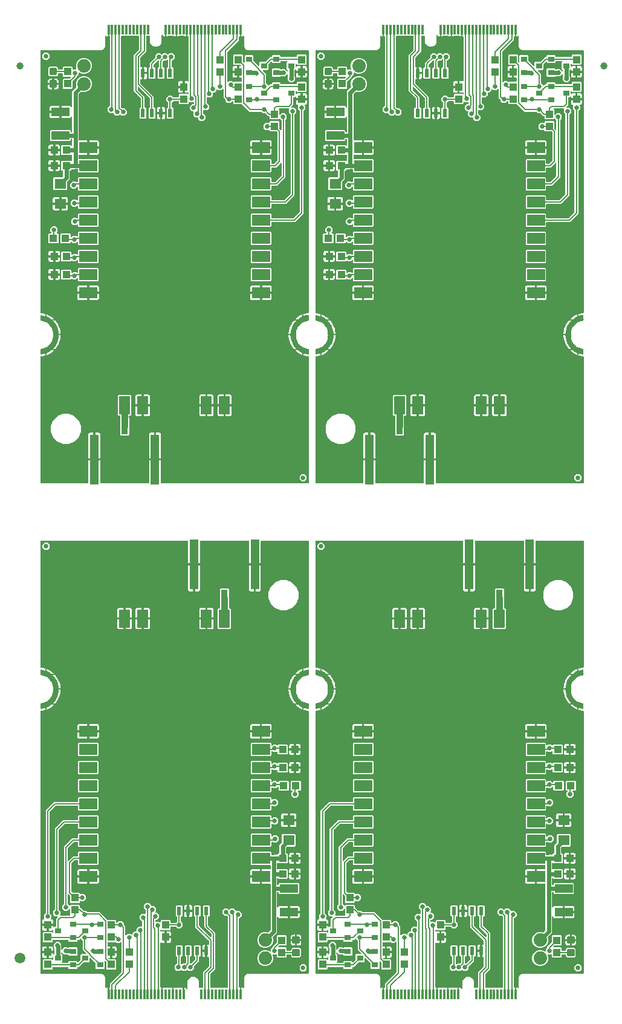
<source format=gtl>
G04 EAGLE Gerber RS-274X export*
G75*
%MOMM*%
%FSLAX34Y34*%
%LPD*%
%INTop Copper*%
%IPPOS*%
%AMOC8*
5,1,8,0,0,1.08239X$1,22.5*%
G01*
%ADD10R,1.100000X1.000000*%
%ADD11C,0.635000*%
%ADD12R,1.600000X1.400000*%
%ADD13C,1.879600*%
%ADD14R,1.000000X1.100000*%
%ADD15C,0.300000*%
%ADD16R,2.500000X1.500000*%
%ADD17R,1.500000X2.500000*%
%ADD18R,2.500000X1.200000*%
%ADD19R,1.150000X7.000000*%
%ADD20R,0.900000X2.200000*%
%ADD21R,0.350000X1.450000*%
%ADD22C,0.660400*%
%ADD23C,0.203200*%
%ADD24R,0.900000X0.800000*%
%ADD25R,0.600000X1.200000*%
%ADD26C,1.000000*%
%ADD27C,1.500000*%
%ADD28C,0.177800*%
%ADD29C,0.254000*%
%ADD30C,0.558800*%
%ADD31C,0.889000*%

G36*
X68485Y728229D02*
X68485Y728229D01*
X68505Y728227D01*
X68606Y728249D01*
X68708Y728266D01*
X68726Y728275D01*
X68745Y728279D01*
X68834Y728333D01*
X68926Y728381D01*
X68939Y728395D01*
X68956Y728406D01*
X69024Y728484D01*
X69095Y728559D01*
X69103Y728577D01*
X69116Y728593D01*
X69155Y728689D01*
X69199Y728782D01*
X69201Y728802D01*
X69208Y728821D01*
X69227Y728987D01*
X69227Y760074D01*
X75994Y760074D01*
X75994Y728987D01*
X75997Y728968D01*
X75995Y728948D01*
X76017Y728847D01*
X76034Y728745D01*
X76043Y728727D01*
X76047Y728708D01*
X76101Y728619D01*
X76149Y728527D01*
X76163Y728514D01*
X76174Y728496D01*
X76252Y728429D01*
X76327Y728358D01*
X76345Y728350D01*
X76361Y728337D01*
X76457Y728298D01*
X76550Y728254D01*
X76570Y728252D01*
X76589Y728245D01*
X76755Y728226D01*
X78279Y728226D01*
X78299Y728229D01*
X78319Y728227D01*
X78420Y728249D01*
X78522Y728266D01*
X78540Y728275D01*
X78559Y728279D01*
X78648Y728333D01*
X78739Y728381D01*
X78753Y728395D01*
X78770Y728406D01*
X78838Y728484D01*
X78909Y728559D01*
X78917Y728577D01*
X78930Y728593D01*
X78969Y728689D01*
X79012Y728782D01*
X79015Y728802D01*
X79022Y728821D01*
X79041Y728987D01*
X79041Y760074D01*
X85808Y760074D01*
X85808Y728987D01*
X85811Y728968D01*
X85809Y728948D01*
X85831Y728847D01*
X85848Y728745D01*
X85857Y728727D01*
X85861Y728708D01*
X85915Y728619D01*
X85963Y728527D01*
X85977Y728514D01*
X85988Y728496D01*
X86066Y728429D01*
X86141Y728358D01*
X86159Y728350D01*
X86174Y728337D01*
X86271Y728298D01*
X86364Y728254D01*
X86384Y728252D01*
X86403Y728245D01*
X86569Y728226D01*
X153465Y728226D01*
X153485Y728229D01*
X153505Y728227D01*
X153606Y728249D01*
X153708Y728266D01*
X153726Y728275D01*
X153745Y728279D01*
X153834Y728333D01*
X153926Y728381D01*
X153939Y728395D01*
X153956Y728406D01*
X154024Y728484D01*
X154095Y728559D01*
X154103Y728577D01*
X154116Y728593D01*
X154155Y728689D01*
X154199Y728782D01*
X154201Y728802D01*
X154208Y728821D01*
X154227Y728987D01*
X154227Y760074D01*
X160994Y760074D01*
X160994Y728987D01*
X160997Y728968D01*
X160995Y728948D01*
X161017Y728847D01*
X161034Y728745D01*
X161043Y728727D01*
X161047Y728708D01*
X161101Y728619D01*
X161149Y728527D01*
X161163Y728514D01*
X161174Y728496D01*
X161252Y728429D01*
X161327Y728358D01*
X161345Y728350D01*
X161361Y728337D01*
X161457Y728298D01*
X161550Y728254D01*
X161570Y728252D01*
X161589Y728245D01*
X161755Y728226D01*
X163279Y728226D01*
X163299Y728229D01*
X163319Y728227D01*
X163420Y728249D01*
X163522Y728266D01*
X163540Y728275D01*
X163559Y728279D01*
X163648Y728333D01*
X163739Y728381D01*
X163753Y728395D01*
X163770Y728406D01*
X163838Y728484D01*
X163909Y728559D01*
X163917Y728577D01*
X163930Y728593D01*
X163969Y728689D01*
X164012Y728782D01*
X164015Y728802D01*
X164022Y728821D01*
X164041Y728987D01*
X164041Y760074D01*
X170808Y760074D01*
X170808Y728987D01*
X170811Y728968D01*
X170809Y728948D01*
X170831Y728847D01*
X170848Y728745D01*
X170857Y728727D01*
X170861Y728708D01*
X170915Y728619D01*
X170963Y728527D01*
X170977Y728514D01*
X170988Y728496D01*
X171066Y728429D01*
X171141Y728358D01*
X171159Y728350D01*
X171175Y728337D01*
X171271Y728298D01*
X171364Y728254D01*
X171384Y728252D01*
X171403Y728245D01*
X171569Y728226D01*
X377227Y728226D01*
X377247Y728229D01*
X377267Y728227D01*
X377368Y728249D01*
X377470Y728266D01*
X377488Y728275D01*
X377507Y728279D01*
X377596Y728333D01*
X377688Y728381D01*
X377701Y728395D01*
X377718Y728406D01*
X377786Y728484D01*
X377857Y728559D01*
X377865Y728577D01*
X377878Y728593D01*
X377917Y728689D01*
X377961Y728782D01*
X377963Y728802D01*
X377970Y728821D01*
X377989Y728987D01*
X377989Y905145D01*
X377985Y905165D01*
X377988Y905185D01*
X377966Y905286D01*
X377949Y905388D01*
X377940Y905406D01*
X377935Y905425D01*
X377882Y905514D01*
X377834Y905606D01*
X377819Y905619D01*
X377809Y905636D01*
X377730Y905704D01*
X377655Y905775D01*
X377637Y905783D01*
X377622Y905796D01*
X377526Y905835D01*
X377432Y905879D01*
X377413Y905881D01*
X377394Y905888D01*
X377227Y905907D01*
X377150Y905907D01*
X377064Y905930D01*
X377031Y905933D01*
X376947Y905951D01*
X375511Y906103D01*
X372149Y906846D01*
X370779Y907314D01*
X370779Y910074D01*
X373440Y909181D01*
X373450Y909181D01*
X373475Y909172D01*
X377473Y908452D01*
X377512Y908456D01*
X377551Y908450D01*
X377580Y908464D01*
X377612Y908467D01*
X377643Y908491D01*
X377679Y908507D01*
X377696Y908534D01*
X377721Y908554D01*
X377734Y908591D01*
X377756Y908624D01*
X377764Y908679D01*
X377766Y908687D01*
X377766Y908690D01*
X377767Y908697D01*
X377767Y916197D01*
X377764Y916206D01*
X377764Y916208D01*
X377762Y916215D01*
X377748Y916263D01*
X377729Y916329D01*
X377728Y916330D01*
X377727Y916332D01*
X377675Y916377D01*
X377625Y916422D01*
X377623Y916423D01*
X377622Y916424D01*
X377620Y916424D01*
X377553Y916444D01*
X374655Y916868D01*
X371877Y917734D01*
X369269Y919023D01*
X366895Y920705D01*
X364813Y922738D01*
X363075Y925071D01*
X361723Y927647D01*
X360791Y930404D01*
X360302Y933272D01*
X360267Y936197D01*
X360302Y939123D01*
X360791Y941991D01*
X361723Y944748D01*
X363075Y947324D01*
X364813Y949657D01*
X366895Y951690D01*
X369269Y953371D01*
X371877Y954661D01*
X374655Y955527D01*
X377553Y955951D01*
X377615Y955979D01*
X377679Y956007D01*
X377679Y956008D01*
X377681Y956009D01*
X377717Y956066D01*
X377756Y956124D01*
X377756Y956126D01*
X377756Y956129D01*
X377767Y956197D01*
X377767Y956672D01*
X377786Y956694D01*
X377857Y956769D01*
X377865Y956787D01*
X377878Y956802D01*
X377917Y956899D01*
X377961Y956992D01*
X377963Y957012D01*
X377970Y957031D01*
X377989Y957197D01*
X377989Y957198D01*
X377985Y957217D01*
X377988Y957237D01*
X377966Y957338D01*
X377949Y957440D01*
X377940Y957458D01*
X377935Y957477D01*
X377882Y957566D01*
X377834Y957658D01*
X377819Y957671D01*
X377809Y957688D01*
X377767Y957725D01*
X377767Y963697D01*
X377756Y963734D01*
X377755Y963772D01*
X377737Y963800D01*
X377727Y963832D01*
X377699Y963857D01*
X377677Y963889D01*
X377647Y963902D01*
X377622Y963924D01*
X377584Y963929D01*
X377549Y963945D01*
X377491Y963943D01*
X377484Y963944D01*
X377481Y963943D01*
X377475Y963943D01*
X373464Y963250D01*
X373455Y963245D01*
X373429Y963241D01*
X370779Y962368D01*
X370779Y965123D01*
X372510Y965673D01*
X375650Y966319D01*
X376955Y966446D01*
X376986Y966455D01*
X377078Y966469D01*
X377150Y966488D01*
X377227Y966488D01*
X377247Y966491D01*
X377267Y966489D01*
X377368Y966511D01*
X377470Y966528D01*
X377488Y966537D01*
X377507Y966541D01*
X377596Y966595D01*
X377688Y966643D01*
X377701Y966657D01*
X377718Y966668D01*
X377786Y966746D01*
X377857Y966821D01*
X377865Y966839D01*
X377878Y966855D01*
X377917Y966951D01*
X377961Y967044D01*
X377963Y967064D01*
X377970Y967083D01*
X377989Y967249D01*
X377989Y1333407D01*
X377985Y1333427D01*
X377988Y1333447D01*
X377966Y1333548D01*
X377949Y1333650D01*
X377940Y1333668D01*
X377935Y1333687D01*
X377882Y1333776D01*
X377834Y1333868D01*
X377819Y1333881D01*
X377809Y1333898D01*
X377730Y1333966D01*
X377655Y1334037D01*
X377637Y1334045D01*
X377622Y1334058D01*
X377526Y1334097D01*
X377432Y1334141D01*
X377413Y1334143D01*
X377394Y1334150D01*
X377227Y1334169D01*
X295131Y1334169D01*
X295051Y1334155D01*
X294969Y1334151D01*
X294951Y1334144D01*
X294001Y1334168D01*
X293993Y1334167D01*
X293981Y1334169D01*
X293033Y1334169D01*
X293018Y1334175D01*
X292963Y1334183D01*
X292936Y1334191D01*
X292907Y1334190D01*
X292852Y1334198D01*
X292116Y1334217D01*
X289867Y1335593D01*
X288959Y1336149D01*
X287192Y1339400D01*
X287238Y1341214D01*
X287237Y1341222D01*
X287239Y1341234D01*
X287239Y1353738D01*
X287227Y1353809D01*
X287225Y1353880D01*
X287207Y1353929D01*
X287199Y1353980D01*
X287165Y1354044D01*
X287141Y1354111D01*
X287108Y1354152D01*
X287084Y1354198D01*
X287032Y1354247D01*
X286987Y1354303D01*
X286943Y1354331D01*
X286905Y1354367D01*
X286840Y1354397D01*
X286780Y1354436D01*
X286730Y1354449D01*
X286682Y1354471D01*
X286611Y1354479D01*
X286542Y1354496D01*
X286490Y1354492D01*
X286438Y1354498D01*
X286368Y1354483D01*
X286296Y1354477D01*
X286249Y1354457D01*
X286198Y1354446D01*
X286136Y1354409D01*
X286070Y1354381D01*
X286014Y1354336D01*
X285986Y1354320D01*
X285971Y1354302D01*
X285939Y1354276D01*
X285827Y1354164D01*
X285248Y1353830D01*
X284602Y1353657D01*
X283392Y1353657D01*
X283392Y1363334D01*
X283388Y1363354D01*
X283391Y1363374D01*
X283369Y1363475D01*
X283352Y1363577D01*
X283343Y1363595D01*
X283338Y1363614D01*
X283285Y1363703D01*
X283237Y1363794D01*
X283222Y1363808D01*
X283212Y1363825D01*
X283133Y1363892D01*
X283058Y1363964D01*
X283040Y1363972D01*
X283025Y1363985D01*
X282929Y1364024D01*
X282835Y1364067D01*
X282816Y1364070D01*
X282797Y1364077D01*
X282630Y1364095D01*
X282404Y1364095D01*
X282385Y1364092D01*
X282365Y1364094D01*
X282264Y1364072D01*
X282162Y1364056D01*
X282144Y1364046D01*
X282125Y1364042D01*
X282036Y1363989D01*
X281944Y1363941D01*
X281931Y1363926D01*
X281913Y1363916D01*
X281846Y1363837D01*
X281775Y1363762D01*
X281766Y1363744D01*
X281754Y1363729D01*
X281715Y1363633D01*
X281671Y1363539D01*
X281669Y1363519D01*
X281662Y1363501D01*
X281643Y1363334D01*
X281643Y1353657D01*
X280946Y1353657D01*
X280927Y1353653D01*
X280907Y1353656D01*
X280806Y1353634D01*
X280704Y1353617D01*
X280686Y1353608D01*
X280667Y1353603D01*
X280578Y1353550D01*
X280486Y1353502D01*
X280473Y1353487D01*
X280455Y1353477D01*
X280388Y1353398D01*
X280317Y1353323D01*
X280309Y1353305D01*
X280296Y1353290D01*
X280257Y1353194D01*
X280213Y1353100D01*
X280211Y1353081D01*
X280204Y1353062D01*
X280185Y1352895D01*
X280185Y1348292D01*
X264418Y1332525D01*
X264365Y1332451D01*
X264306Y1332382D01*
X264293Y1332352D01*
X264275Y1332326D01*
X264248Y1332239D01*
X264214Y1332154D01*
X264209Y1332113D01*
X264202Y1332091D01*
X264203Y1332058D01*
X264195Y1331987D01*
X264195Y1290488D01*
X264207Y1290417D01*
X264209Y1290346D01*
X264226Y1290297D01*
X264235Y1290245D01*
X264268Y1290182D01*
X264293Y1290115D01*
X264326Y1290074D01*
X264350Y1290028D01*
X264402Y1289979D01*
X264447Y1289923D01*
X264491Y1289895D01*
X264528Y1289859D01*
X264593Y1289828D01*
X264654Y1289790D01*
X264704Y1289777D01*
X264751Y1289755D01*
X264823Y1289747D01*
X264892Y1289730D01*
X264944Y1289734D01*
X264996Y1289728D01*
X265066Y1289743D01*
X265137Y1289749D01*
X265185Y1289769D01*
X265236Y1289780D01*
X265298Y1289817D01*
X265364Y1289845D01*
X265420Y1289890D01*
X265447Y1289906D01*
X265463Y1289924D01*
X265495Y1289950D01*
X266653Y1291108D01*
X270862Y1291108D01*
X271849Y1290121D01*
X271865Y1290109D01*
X271878Y1290094D01*
X271965Y1290038D01*
X272049Y1289978D01*
X272068Y1289972D01*
X272085Y1289961D01*
X272185Y1289936D01*
X272284Y1289905D01*
X272304Y1289906D01*
X272323Y1289901D01*
X272426Y1289909D01*
X272530Y1289912D01*
X272548Y1289918D01*
X272568Y1289920D01*
X272663Y1289960D01*
X272761Y1289996D01*
X272776Y1290008D01*
X272795Y1290016D01*
X272926Y1290121D01*
X273181Y1290376D01*
X283155Y1290376D01*
X283175Y1290379D01*
X283195Y1290377D01*
X283296Y1290399D01*
X283398Y1290416D01*
X283416Y1290425D01*
X283435Y1290429D01*
X283524Y1290483D01*
X283616Y1290531D01*
X283629Y1290545D01*
X283646Y1290556D01*
X283714Y1290634D01*
X283785Y1290709D01*
X283793Y1290727D01*
X283806Y1290743D01*
X283845Y1290839D01*
X283889Y1290932D01*
X283891Y1290952D01*
X283898Y1290971D01*
X283917Y1291137D01*
X283917Y1295395D01*
X283913Y1295415D01*
X283916Y1295435D01*
X283894Y1295536D01*
X283877Y1295638D01*
X283868Y1295656D01*
X283863Y1295675D01*
X283810Y1295764D01*
X283762Y1295856D01*
X283747Y1295869D01*
X283737Y1295886D01*
X283658Y1295954D01*
X283583Y1296025D01*
X283565Y1296033D01*
X283550Y1296046D01*
X283454Y1296085D01*
X283360Y1296129D01*
X283341Y1296131D01*
X283322Y1296138D01*
X283155Y1296157D01*
X280441Y1296157D01*
X280441Y1303435D01*
X280437Y1303455D01*
X280440Y1303475D01*
X280418Y1303576D01*
X280401Y1303678D01*
X280392Y1303696D01*
X280387Y1303715D01*
X280334Y1303804D01*
X280286Y1303895D01*
X280271Y1303909D01*
X280261Y1303926D01*
X280182Y1303994D01*
X280107Y1304065D01*
X280089Y1304073D01*
X280074Y1304086D01*
X279978Y1304125D01*
X279884Y1304168D01*
X279865Y1304171D01*
X279846Y1304178D01*
X279679Y1304197D01*
X278917Y1304197D01*
X278917Y1304198D01*
X279679Y1304198D01*
X279699Y1304201D01*
X279719Y1304199D01*
X279820Y1304221D01*
X279922Y1304238D01*
X279940Y1304247D01*
X279959Y1304252D01*
X280048Y1304305D01*
X280139Y1304353D01*
X280153Y1304368D01*
X280170Y1304378D01*
X280238Y1304456D01*
X280309Y1304531D01*
X280317Y1304549D01*
X280330Y1304565D01*
X280369Y1304661D01*
X280412Y1304755D01*
X280415Y1304774D01*
X280422Y1304793D01*
X280441Y1304960D01*
X280441Y1312238D01*
X282266Y1312238D01*
X282337Y1312250D01*
X282409Y1312252D01*
X282457Y1312269D01*
X282509Y1312278D01*
X282572Y1312311D01*
X282640Y1312336D01*
X282680Y1312369D01*
X282726Y1312393D01*
X282776Y1312445D01*
X282832Y1312490D01*
X282860Y1312534D01*
X282896Y1312571D01*
X282926Y1312636D01*
X282965Y1312697D01*
X282977Y1312747D01*
X282999Y1312794D01*
X283007Y1312866D01*
X283025Y1312935D01*
X283021Y1312987D01*
X283026Y1313039D01*
X283011Y1313109D01*
X283006Y1313180D01*
X282985Y1313228D01*
X282974Y1313279D01*
X282937Y1313341D01*
X282909Y1313407D01*
X282864Y1313463D01*
X282848Y1313490D01*
X282830Y1313506D01*
X282804Y1313538D01*
X282646Y1313696D01*
X282572Y1313749D01*
X282503Y1313808D01*
X282473Y1313820D01*
X282447Y1313839D01*
X282359Y1313866D01*
X282275Y1313900D01*
X282234Y1313905D01*
X282211Y1313912D01*
X282179Y1313911D01*
X282108Y1313919D01*
X273181Y1313919D01*
X272139Y1314961D01*
X272139Y1327434D01*
X273181Y1328476D01*
X284654Y1328476D01*
X285696Y1327434D01*
X285696Y1318507D01*
X285711Y1318417D01*
X285718Y1318326D01*
X285731Y1318296D01*
X285736Y1318264D01*
X285778Y1318184D01*
X285814Y1318099D01*
X285840Y1318067D01*
X285851Y1318047D01*
X285874Y1318024D01*
X285919Y1317968D01*
X286739Y1317148D01*
X286797Y1317107D01*
X286849Y1317057D01*
X286897Y1317035D01*
X286939Y1317005D01*
X287007Y1316984D01*
X287072Y1316954D01*
X287124Y1316948D01*
X287174Y1316932D01*
X287246Y1316934D01*
X287317Y1316926D01*
X287368Y1316938D01*
X287420Y1316939D01*
X287487Y1316963D01*
X287557Y1316979D01*
X287602Y1317005D01*
X287651Y1317023D01*
X287707Y1317068D01*
X287768Y1317105D01*
X287802Y1317144D01*
X287843Y1317177D01*
X287882Y1317237D01*
X287928Y1317292D01*
X287948Y1317340D01*
X287976Y1317384D01*
X287993Y1317453D01*
X288020Y1317520D01*
X288028Y1317591D01*
X288036Y1317622D01*
X288034Y1317646D01*
X288039Y1317687D01*
X288039Y1326934D01*
X289081Y1327976D01*
X299554Y1327976D01*
X300596Y1326934D01*
X300596Y1320007D01*
X300611Y1319917D01*
X300618Y1319826D01*
X300631Y1319796D01*
X300636Y1319764D01*
X300679Y1319683D01*
X300714Y1319599D01*
X300740Y1319567D01*
X300751Y1319547D01*
X300774Y1319524D01*
X300819Y1319468D01*
X307739Y1312548D01*
X307797Y1312507D01*
X307849Y1312457D01*
X307897Y1312435D01*
X307939Y1312405D01*
X308007Y1312384D01*
X308072Y1312354D01*
X308124Y1312348D01*
X308174Y1312332D01*
X308246Y1312334D01*
X308317Y1312326D01*
X308368Y1312338D01*
X308420Y1312339D01*
X308487Y1312363D01*
X308557Y1312379D01*
X308602Y1312405D01*
X308651Y1312423D01*
X308707Y1312468D01*
X308768Y1312505D01*
X308802Y1312544D01*
X308843Y1312577D01*
X308882Y1312637D01*
X308928Y1312692D01*
X308948Y1312740D01*
X308976Y1312784D01*
X308993Y1312853D01*
X309020Y1312920D01*
X309028Y1312991D01*
X309036Y1313022D01*
X309034Y1313046D01*
X309039Y1313087D01*
X309039Y1317434D01*
X310081Y1318476D01*
X317008Y1318476D01*
X317098Y1318491D01*
X317189Y1318498D01*
X317219Y1318511D01*
X317251Y1318516D01*
X317332Y1318559D01*
X317415Y1318594D01*
X317448Y1318620D01*
X317468Y1318631D01*
X317490Y1318654D01*
X317546Y1318699D01*
X323712Y1324865D01*
X325377Y1324865D01*
X325397Y1324868D01*
X325417Y1324866D01*
X325518Y1324888D01*
X325620Y1324905D01*
X325638Y1324914D01*
X325657Y1324918D01*
X325746Y1324972D01*
X325838Y1325020D01*
X325851Y1325034D01*
X325868Y1325045D01*
X325936Y1325123D01*
X326007Y1325198D01*
X326015Y1325216D01*
X326028Y1325232D01*
X326067Y1325328D01*
X326111Y1325421D01*
X326113Y1325441D01*
X326120Y1325460D01*
X326139Y1325626D01*
X326139Y1326934D01*
X327181Y1327976D01*
X337654Y1327976D01*
X338696Y1326934D01*
X338696Y1325626D01*
X338699Y1325607D01*
X338697Y1325587D01*
X338719Y1325486D01*
X338736Y1325384D01*
X338745Y1325366D01*
X338749Y1325347D01*
X338803Y1325258D01*
X338851Y1325166D01*
X338865Y1325153D01*
X338876Y1325135D01*
X338954Y1325068D01*
X339029Y1324997D01*
X339047Y1324989D01*
X339063Y1324976D01*
X339159Y1324937D01*
X339252Y1324893D01*
X339272Y1324891D01*
X339291Y1324884D01*
X339457Y1324865D01*
X360277Y1324865D01*
X360297Y1324868D01*
X360317Y1324866D01*
X360418Y1324888D01*
X360520Y1324905D01*
X360538Y1324914D01*
X360557Y1324918D01*
X360646Y1324972D01*
X360738Y1325020D01*
X360751Y1325034D01*
X360768Y1325045D01*
X360836Y1325123D01*
X360907Y1325198D01*
X360915Y1325216D01*
X360928Y1325232D01*
X360967Y1325328D01*
X361011Y1325421D01*
X361013Y1325441D01*
X361020Y1325460D01*
X361039Y1325626D01*
X361039Y1327434D01*
X362081Y1328476D01*
X373554Y1328476D01*
X374596Y1327434D01*
X374596Y1314961D01*
X373554Y1313919D01*
X362081Y1313919D01*
X360996Y1315004D01*
X360937Y1315045D01*
X360885Y1315095D01*
X360838Y1315117D01*
X360796Y1315147D01*
X360727Y1315168D01*
X360662Y1315198D01*
X360611Y1315204D01*
X360561Y1315220D01*
X360489Y1315218D01*
X360418Y1315226D01*
X360367Y1315215D01*
X360315Y1315213D01*
X360248Y1315189D01*
X360178Y1315173D01*
X360133Y1315147D01*
X360084Y1315129D01*
X360028Y1315084D01*
X359966Y1315047D01*
X359933Y1315008D01*
X359892Y1314975D01*
X359853Y1314915D01*
X359807Y1314860D01*
X359787Y1314812D01*
X359759Y1314768D01*
X359741Y1314699D01*
X359715Y1314632D01*
X359707Y1314561D01*
X359699Y1314530D01*
X359701Y1314506D01*
X359696Y1314465D01*
X359696Y1312007D01*
X359708Y1311936D01*
X359710Y1311865D01*
X359727Y1311816D01*
X359736Y1311764D01*
X359769Y1311701D01*
X359794Y1311634D01*
X359827Y1311593D01*
X359851Y1311547D01*
X359903Y1311498D01*
X359948Y1311442D01*
X359992Y1311413D01*
X360029Y1311378D01*
X360094Y1311347D01*
X360155Y1311309D01*
X360205Y1311296D01*
X360252Y1311274D01*
X360324Y1311266D01*
X360393Y1311249D01*
X360445Y1311253D01*
X360497Y1311247D01*
X360567Y1311262D01*
X360638Y1311268D01*
X360686Y1311288D01*
X360737Y1311299D01*
X360799Y1311336D01*
X360865Y1311364D01*
X360921Y1311409D01*
X360948Y1311425D01*
X360964Y1311443D01*
X360996Y1311469D01*
X361257Y1311731D01*
X361837Y1312065D01*
X362483Y1312238D01*
X366294Y1312238D01*
X366294Y1305721D01*
X360277Y1305721D01*
X360277Y1306703D01*
X360265Y1306774D01*
X360263Y1306846D01*
X360245Y1306895D01*
X360237Y1306946D01*
X360203Y1307009D01*
X360179Y1307077D01*
X360146Y1307118D01*
X360122Y1307163D01*
X360070Y1307213D01*
X360025Y1307269D01*
X359981Y1307297D01*
X359943Y1307333D01*
X359878Y1307363D01*
X359818Y1307402D01*
X359768Y1307415D01*
X359720Y1307436D01*
X359649Y1307444D01*
X359580Y1307462D01*
X359528Y1307458D01*
X359476Y1307464D01*
X359406Y1307448D01*
X359334Y1307443D01*
X359287Y1307422D01*
X359236Y1307411D01*
X359174Y1307375D01*
X359108Y1307346D01*
X359052Y1307302D01*
X359024Y1307285D01*
X359009Y1307267D01*
X358977Y1307242D01*
X358637Y1306901D01*
X358611Y1306896D01*
X358509Y1306879D01*
X358491Y1306870D01*
X358472Y1306865D01*
X358383Y1306812D01*
X358291Y1306764D01*
X358278Y1306749D01*
X358260Y1306739D01*
X358193Y1306660D01*
X358122Y1306585D01*
X358114Y1306567D01*
X358101Y1306552D01*
X358062Y1306456D01*
X358018Y1306362D01*
X358016Y1306343D01*
X358009Y1306324D01*
X357990Y1306157D01*
X357990Y1298275D01*
X358005Y1298185D01*
X358012Y1298094D01*
X358025Y1298064D01*
X358030Y1298032D01*
X358073Y1297952D01*
X358108Y1297868D01*
X358134Y1297836D01*
X358145Y1297815D01*
X358168Y1297793D01*
X358213Y1297737D01*
X358928Y1297022D01*
X358928Y1292813D01*
X355952Y1289837D01*
X351743Y1289837D01*
X348767Y1292813D01*
X348767Y1297081D01*
X348792Y1297163D01*
X348826Y1297249D01*
X348831Y1297289D01*
X348838Y1297312D01*
X348837Y1297344D01*
X348845Y1297415D01*
X348845Y1300196D01*
X348833Y1300266D01*
X348831Y1300338D01*
X348813Y1300387D01*
X348805Y1300438D01*
X348771Y1300502D01*
X348747Y1300569D01*
X348714Y1300610D01*
X348690Y1300656D01*
X348638Y1300705D01*
X348593Y1300761D01*
X348549Y1300789D01*
X348511Y1300825D01*
X348447Y1300855D01*
X348386Y1300894D01*
X348336Y1300907D01*
X348288Y1300929D01*
X348217Y1300937D01*
X348148Y1300954D01*
X348096Y1300950D01*
X348044Y1300956D01*
X347974Y1300941D01*
X347902Y1300935D01*
X347855Y1300915D01*
X347804Y1300904D01*
X347742Y1300867D01*
X347676Y1300839D01*
X347620Y1300794D01*
X347592Y1300777D01*
X347577Y1300760D01*
X347545Y1300734D01*
X344522Y1297711D01*
X340313Y1297711D01*
X340028Y1297996D01*
X339954Y1298049D01*
X339884Y1298108D01*
X339854Y1298120D01*
X339828Y1298139D01*
X339741Y1298166D01*
X339656Y1298200D01*
X339615Y1298205D01*
X339593Y1298212D01*
X339561Y1298211D01*
X339490Y1298219D01*
X338769Y1298219D01*
X338679Y1298204D01*
X338588Y1298197D01*
X338559Y1298184D01*
X338527Y1298179D01*
X338446Y1298136D01*
X338362Y1298101D01*
X338330Y1298075D01*
X338309Y1298064D01*
X338287Y1298041D01*
X338231Y1297996D01*
X337654Y1297419D01*
X327181Y1297419D01*
X326139Y1298461D01*
X326139Y1307934D01*
X327181Y1308976D01*
X337654Y1308976D01*
X338734Y1307897D01*
X338736Y1307883D01*
X338745Y1307865D01*
X338749Y1307846D01*
X338803Y1307757D01*
X338851Y1307665D01*
X338865Y1307652D01*
X338876Y1307634D01*
X338954Y1307567D01*
X339029Y1307496D01*
X339047Y1307488D01*
X339063Y1307475D01*
X339159Y1307436D01*
X339252Y1307392D01*
X339272Y1307390D01*
X339291Y1307383D01*
X339419Y1307368D01*
X339425Y1307367D01*
X339430Y1307367D01*
X339457Y1307364D01*
X339490Y1307364D01*
X339496Y1307365D01*
X339497Y1307365D01*
X339500Y1307366D01*
X339580Y1307379D01*
X339671Y1307386D01*
X339700Y1307399D01*
X339732Y1307404D01*
X339813Y1307447D01*
X339897Y1307482D01*
X339929Y1307508D01*
X339950Y1307519D01*
X339972Y1307542D01*
X340028Y1307587D01*
X340313Y1307872D01*
X344522Y1307872D01*
X347545Y1304849D01*
X347603Y1304807D01*
X347655Y1304758D01*
X347703Y1304736D01*
X347745Y1304705D01*
X347813Y1304684D01*
X347878Y1304654D01*
X347930Y1304648D01*
X347980Y1304633D01*
X348052Y1304635D01*
X348123Y1304627D01*
X348174Y1304638D01*
X348226Y1304639D01*
X348293Y1304664D01*
X348363Y1304679D01*
X348408Y1304706D01*
X348457Y1304724D01*
X348513Y1304769D01*
X348574Y1304805D01*
X348608Y1304845D01*
X348649Y1304878D01*
X348688Y1304938D01*
X348734Y1304992D01*
X348754Y1305041D01*
X348782Y1305084D01*
X348799Y1305154D01*
X348826Y1305220D01*
X348834Y1305292D01*
X348842Y1305323D01*
X348840Y1305346D01*
X348845Y1305387D01*
X348845Y1306157D01*
X348841Y1306177D01*
X348844Y1306197D01*
X348822Y1306298D01*
X348805Y1306400D01*
X348796Y1306418D01*
X348791Y1306437D01*
X348738Y1306526D01*
X348690Y1306618D01*
X348675Y1306631D01*
X348665Y1306648D01*
X348586Y1306716D01*
X348511Y1306787D01*
X348493Y1306795D01*
X348478Y1306808D01*
X348382Y1306847D01*
X348288Y1306891D01*
X348269Y1306893D01*
X348250Y1306900D01*
X348193Y1306907D01*
X347139Y1307961D01*
X347139Y1317434D01*
X347935Y1318230D01*
X347976Y1318288D01*
X348026Y1318340D01*
X348048Y1318388D01*
X348078Y1318430D01*
X348099Y1318498D01*
X348129Y1318563D01*
X348135Y1318615D01*
X348151Y1318665D01*
X348149Y1318737D01*
X348157Y1318808D01*
X348146Y1318859D01*
X348144Y1318911D01*
X348120Y1318978D01*
X348104Y1319048D01*
X348078Y1319093D01*
X348060Y1319142D01*
X348015Y1319198D01*
X347978Y1319259D01*
X347939Y1319293D01*
X347906Y1319334D01*
X347846Y1319373D01*
X347791Y1319419D01*
X347743Y1319439D01*
X347699Y1319467D01*
X347630Y1319484D01*
X347563Y1319511D01*
X347492Y1319519D01*
X347461Y1319527D01*
X347437Y1319525D01*
X347396Y1319530D01*
X339457Y1319530D01*
X339438Y1319526D01*
X339418Y1319529D01*
X339317Y1319507D01*
X339215Y1319490D01*
X339197Y1319481D01*
X339178Y1319476D01*
X339089Y1319423D01*
X338997Y1319375D01*
X338984Y1319360D01*
X338966Y1319350D01*
X338899Y1319271D01*
X338828Y1319196D01*
X338820Y1319178D01*
X338807Y1319163D01*
X338768Y1319067D01*
X338724Y1318973D01*
X338722Y1318954D01*
X338715Y1318935D01*
X338696Y1318768D01*
X338696Y1317461D01*
X337654Y1316419D01*
X327181Y1316419D01*
X326139Y1317461D01*
X326139Y1317908D01*
X326127Y1317979D01*
X326125Y1318051D01*
X326107Y1318099D01*
X326099Y1318151D01*
X326065Y1318214D01*
X326041Y1318282D01*
X326008Y1318322D01*
X325984Y1318368D01*
X325932Y1318418D01*
X325887Y1318474D01*
X325843Y1318502D01*
X325805Y1318538D01*
X325741Y1318568D01*
X325680Y1318607D01*
X325630Y1318619D01*
X325582Y1318641D01*
X325511Y1318649D01*
X325442Y1318667D01*
X325390Y1318663D01*
X325338Y1318668D01*
X325268Y1318653D01*
X325196Y1318648D01*
X325149Y1318627D01*
X325098Y1318616D01*
X325036Y1318579D01*
X324970Y1318551D01*
X324914Y1318506D01*
X324886Y1318490D01*
X324871Y1318472D01*
X324839Y1318446D01*
X321819Y1315426D01*
X321766Y1315352D01*
X321707Y1315283D01*
X321694Y1315253D01*
X321676Y1315227D01*
X321649Y1315139D01*
X321615Y1315055D01*
X321610Y1315014D01*
X321603Y1314992D01*
X321604Y1314959D01*
X321596Y1314888D01*
X321596Y1307961D01*
X320554Y1306919D01*
X314435Y1306919D01*
X314364Y1306907D01*
X314293Y1306905D01*
X314244Y1306887D01*
X314192Y1306879D01*
X314129Y1306845D01*
X314062Y1306821D01*
X314021Y1306788D01*
X313975Y1306764D01*
X313926Y1306712D01*
X313870Y1306667D01*
X313841Y1306623D01*
X313805Y1306585D01*
X313775Y1306521D01*
X313737Y1306460D01*
X313724Y1306410D01*
X313702Y1306362D01*
X313694Y1306291D01*
X313676Y1306222D01*
X313681Y1306170D01*
X313675Y1306118D01*
X313690Y1306048D01*
X313696Y1305976D01*
X313716Y1305929D01*
X313727Y1305878D01*
X313764Y1305816D01*
X313792Y1305750D01*
X313837Y1305694D01*
X313853Y1305666D01*
X313871Y1305651D01*
X313897Y1305619D01*
X318415Y1301101D01*
X318415Y1288510D01*
X318421Y1288474D01*
X318420Y1288467D01*
X318428Y1288429D01*
X318430Y1288420D01*
X318437Y1288329D01*
X318450Y1288299D01*
X318455Y1288267D01*
X318470Y1288240D01*
X318473Y1288226D01*
X318501Y1288178D01*
X318533Y1288103D01*
X318559Y1288071D01*
X318570Y1288050D01*
X318588Y1288033D01*
X318599Y1288015D01*
X318614Y1288002D01*
X318638Y1287972D01*
X320828Y1285782D01*
X320828Y1285719D01*
X320840Y1285648D01*
X320842Y1285576D01*
X320859Y1285527D01*
X320868Y1285476D01*
X320901Y1285413D01*
X320926Y1285345D01*
X320959Y1285305D01*
X320983Y1285259D01*
X321035Y1285209D01*
X321080Y1285153D01*
X321124Y1285125D01*
X321161Y1285089D01*
X321226Y1285059D01*
X321287Y1285020D01*
X321337Y1285007D01*
X321384Y1284986D01*
X321456Y1284978D01*
X321525Y1284960D01*
X321577Y1284964D01*
X321629Y1284958D01*
X321699Y1284974D01*
X321770Y1284979D01*
X321818Y1285000D01*
X321869Y1285011D01*
X321931Y1285048D01*
X321997Y1285076D01*
X322053Y1285120D01*
X322080Y1285137D01*
X322096Y1285155D01*
X322128Y1285180D01*
X323712Y1286765D01*
X325377Y1286765D01*
X325397Y1286768D01*
X325417Y1286766D01*
X325518Y1286788D01*
X325620Y1286805D01*
X325638Y1286814D01*
X325657Y1286818D01*
X325746Y1286872D01*
X325838Y1286920D01*
X325851Y1286934D01*
X325868Y1286945D01*
X325936Y1287023D01*
X326007Y1287098D01*
X326015Y1287116D01*
X326028Y1287132D01*
X326067Y1287228D01*
X326111Y1287321D01*
X326113Y1287341D01*
X326120Y1287360D01*
X326139Y1287526D01*
X326139Y1288834D01*
X327181Y1289876D01*
X337654Y1289876D01*
X338696Y1288834D01*
X338696Y1287526D01*
X338699Y1287507D01*
X338697Y1287487D01*
X338719Y1287386D01*
X338736Y1287284D01*
X338745Y1287266D01*
X338749Y1287247D01*
X338803Y1287158D01*
X338851Y1287066D01*
X338865Y1287053D01*
X338876Y1287035D01*
X338954Y1286968D01*
X339029Y1286897D01*
X339047Y1286889D01*
X339063Y1286876D01*
X339159Y1286837D01*
X339252Y1286793D01*
X339272Y1286791D01*
X339291Y1286784D01*
X339457Y1286765D01*
X360277Y1286765D01*
X360297Y1286768D01*
X360317Y1286766D01*
X360418Y1286788D01*
X360520Y1286805D01*
X360538Y1286814D01*
X360557Y1286818D01*
X360646Y1286872D01*
X360738Y1286920D01*
X360751Y1286934D01*
X360768Y1286945D01*
X360836Y1287023D01*
X360907Y1287098D01*
X360915Y1287116D01*
X360928Y1287132D01*
X360967Y1287228D01*
X361011Y1287321D01*
X361013Y1287341D01*
X361020Y1287360D01*
X361039Y1287526D01*
X361039Y1289334D01*
X362081Y1290376D01*
X373554Y1290376D01*
X374596Y1289334D01*
X374596Y1276861D01*
X373554Y1275819D01*
X362081Y1275819D01*
X360996Y1276904D01*
X360937Y1276945D01*
X360885Y1276995D01*
X360838Y1277017D01*
X360796Y1277047D01*
X360727Y1277068D01*
X360662Y1277098D01*
X360611Y1277104D01*
X360561Y1277120D01*
X360489Y1277118D01*
X360418Y1277126D01*
X360367Y1277115D01*
X360315Y1277113D01*
X360248Y1277089D01*
X360178Y1277073D01*
X360133Y1277047D01*
X360084Y1277029D01*
X360028Y1276984D01*
X359966Y1276947D01*
X359933Y1276908D01*
X359892Y1276875D01*
X359853Y1276815D01*
X359807Y1276760D01*
X359787Y1276712D01*
X359759Y1276668D01*
X359741Y1276599D01*
X359715Y1276532D01*
X359707Y1276461D01*
X359699Y1276430D01*
X359701Y1276406D01*
X359696Y1276365D01*
X359696Y1273907D01*
X359708Y1273836D01*
X359710Y1273765D01*
X359727Y1273716D01*
X359736Y1273664D01*
X359769Y1273601D01*
X359794Y1273534D01*
X359827Y1273493D01*
X359851Y1273447D01*
X359903Y1273398D01*
X359948Y1273342D01*
X359992Y1273313D01*
X360029Y1273278D01*
X360094Y1273247D01*
X360155Y1273209D01*
X360205Y1273196D01*
X360252Y1273174D01*
X360324Y1273166D01*
X360393Y1273149D01*
X360445Y1273153D01*
X360497Y1273147D01*
X360567Y1273162D01*
X360638Y1273168D01*
X360686Y1273188D01*
X360737Y1273199D01*
X360799Y1273236D01*
X360865Y1273264D01*
X360921Y1273309D01*
X360948Y1273325D01*
X360964Y1273343D01*
X360996Y1273369D01*
X361257Y1273631D01*
X361837Y1273965D01*
X362483Y1274138D01*
X366294Y1274138D01*
X366294Y1267621D01*
X360277Y1267621D01*
X360277Y1268603D01*
X360265Y1268674D01*
X360263Y1268746D01*
X360245Y1268795D01*
X360237Y1268846D01*
X360203Y1268909D01*
X360179Y1268977D01*
X360146Y1269018D01*
X360122Y1269063D01*
X360070Y1269113D01*
X360025Y1269169D01*
X359981Y1269197D01*
X359943Y1269233D01*
X359878Y1269263D01*
X359818Y1269302D01*
X359768Y1269315D01*
X359720Y1269336D01*
X359649Y1269344D01*
X359580Y1269362D01*
X359528Y1269358D01*
X359476Y1269364D01*
X359406Y1269348D01*
X359334Y1269343D01*
X359287Y1269322D01*
X359236Y1269311D01*
X359174Y1269275D01*
X359108Y1269246D01*
X359052Y1269202D01*
X359024Y1269185D01*
X359009Y1269167D01*
X358977Y1269142D01*
X358654Y1268819D01*
X356846Y1268819D01*
X356827Y1268815D01*
X356807Y1268818D01*
X356706Y1268796D01*
X356604Y1268779D01*
X356586Y1268770D01*
X356567Y1268765D01*
X356478Y1268712D01*
X356386Y1268664D01*
X356373Y1268649D01*
X356355Y1268639D01*
X356288Y1268560D01*
X356217Y1268485D01*
X356209Y1268467D01*
X356196Y1268452D01*
X356157Y1268356D01*
X356113Y1268262D01*
X356111Y1268243D01*
X356104Y1268224D01*
X356085Y1268057D01*
X356085Y1257822D01*
X353840Y1255578D01*
X353799Y1255519D01*
X353749Y1255467D01*
X353727Y1255420D01*
X353697Y1255378D01*
X353676Y1255309D01*
X353646Y1255244D01*
X353640Y1255193D01*
X353624Y1255143D01*
X353626Y1255071D01*
X353618Y1255000D01*
X353630Y1254949D01*
X353631Y1254897D01*
X353655Y1254830D01*
X353671Y1254760D01*
X353697Y1254715D01*
X353715Y1254666D01*
X353760Y1254610D01*
X353797Y1254548D01*
X353836Y1254515D01*
X353869Y1254474D01*
X353929Y1254435D01*
X353984Y1254389D01*
X354032Y1254369D01*
X354076Y1254341D01*
X354145Y1254323D01*
X354212Y1254297D01*
X354283Y1254289D01*
X354314Y1254281D01*
X354338Y1254283D01*
X354379Y1254278D01*
X357222Y1254278D01*
X360198Y1251302D01*
X360198Y1247093D01*
X358008Y1244903D01*
X357955Y1244829D01*
X357896Y1244759D01*
X357883Y1244729D01*
X357865Y1244703D01*
X357838Y1244616D01*
X357824Y1244581D01*
X357813Y1244559D01*
X357813Y1244554D01*
X357804Y1244531D01*
X357799Y1244490D01*
X357792Y1244468D01*
X357793Y1244436D01*
X357785Y1244365D01*
X357785Y1131092D01*
X346122Y1119430D01*
X326057Y1119430D01*
X326038Y1119426D01*
X326018Y1119429D01*
X325917Y1119407D01*
X325815Y1119390D01*
X325797Y1119381D01*
X325778Y1119376D01*
X325689Y1119323D01*
X325597Y1119275D01*
X325584Y1119260D01*
X325566Y1119250D01*
X325499Y1119171D01*
X325428Y1119096D01*
X325420Y1119078D01*
X325407Y1119063D01*
X325368Y1118967D01*
X325324Y1118873D01*
X325322Y1118854D01*
X325315Y1118835D01*
X325296Y1118668D01*
X325296Y1113861D01*
X324254Y1112819D01*
X297781Y1112819D01*
X296739Y1113861D01*
X296739Y1130334D01*
X297781Y1131376D01*
X324254Y1131376D01*
X325296Y1130334D01*
X325296Y1125526D01*
X325299Y1125507D01*
X325297Y1125487D01*
X325319Y1125386D01*
X325336Y1125284D01*
X325345Y1125266D01*
X325349Y1125247D01*
X325403Y1125158D01*
X325451Y1125066D01*
X325465Y1125053D01*
X325476Y1125035D01*
X325554Y1124968D01*
X325629Y1124897D01*
X325647Y1124889D01*
X325663Y1124876D01*
X325759Y1124837D01*
X325852Y1124793D01*
X325872Y1124791D01*
X325891Y1124784D01*
X326057Y1124765D01*
X343597Y1124765D01*
X343687Y1124780D01*
X343778Y1124787D01*
X343808Y1124800D01*
X343840Y1124805D01*
X343921Y1124848D01*
X344004Y1124883D01*
X344037Y1124909D01*
X344057Y1124920D01*
X344079Y1124943D01*
X344135Y1124988D01*
X352227Y1133079D01*
X352280Y1133153D01*
X352339Y1133223D01*
X352351Y1133253D01*
X352370Y1133279D01*
X352397Y1133366D01*
X352431Y1133451D01*
X352436Y1133492D01*
X352443Y1133514D01*
X352442Y1133546D01*
X352450Y1133618D01*
X352450Y1244365D01*
X352447Y1244380D01*
X352449Y1244393D01*
X352435Y1244457D01*
X352428Y1244546D01*
X352415Y1244575D01*
X352410Y1244607D01*
X352397Y1244632D01*
X352396Y1244633D01*
X352394Y1244638D01*
X352367Y1244688D01*
X352332Y1244772D01*
X352306Y1244804D01*
X352295Y1244825D01*
X352271Y1244847D01*
X352227Y1244903D01*
X350037Y1247093D01*
X350037Y1251302D01*
X350315Y1251580D01*
X350357Y1251638D01*
X350406Y1251690D01*
X350428Y1251738D01*
X350458Y1251780D01*
X350480Y1251848D01*
X350510Y1251913D01*
X350515Y1251965D01*
X350531Y1252015D01*
X350529Y1252087D01*
X350537Y1252158D01*
X350526Y1252209D01*
X350524Y1252261D01*
X350500Y1252328D01*
X350485Y1252398D01*
X350458Y1252443D01*
X350440Y1252492D01*
X350395Y1252548D01*
X350358Y1252609D01*
X350319Y1252643D01*
X350286Y1252684D01*
X350226Y1252723D01*
X350172Y1252769D01*
X350123Y1252789D01*
X350079Y1252817D01*
X350010Y1252834D01*
X349943Y1252861D01*
X349872Y1252869D01*
X349841Y1252877D01*
X349818Y1252875D01*
X349777Y1252880D01*
X336688Y1252880D01*
X336618Y1252868D01*
X336546Y1252866D01*
X336497Y1252848D01*
X336446Y1252840D01*
X336382Y1252806D01*
X336315Y1252782D01*
X336274Y1252749D01*
X336228Y1252725D01*
X336179Y1252673D01*
X336123Y1252628D01*
X336095Y1252584D01*
X336059Y1252546D01*
X336029Y1252481D01*
X335990Y1252421D01*
X335977Y1252371D01*
X335955Y1252323D01*
X335947Y1252252D01*
X335930Y1252183D01*
X335934Y1252131D01*
X335928Y1252079D01*
X335943Y1252009D01*
X335949Y1251937D01*
X335969Y1251890D01*
X335980Y1251839D01*
X336017Y1251777D01*
X336045Y1251711D01*
X336090Y1251655D01*
X336107Y1251627D01*
X336124Y1251612D01*
X336150Y1251580D01*
X336496Y1251234D01*
X336496Y1244679D01*
X336508Y1244608D01*
X336510Y1244537D01*
X336527Y1244488D01*
X336536Y1244436D01*
X336569Y1244373D01*
X336594Y1244306D01*
X336627Y1244265D01*
X336651Y1244219D01*
X336703Y1244170D01*
X336748Y1244114D01*
X336792Y1244086D01*
X336829Y1244050D01*
X336894Y1244019D01*
X336955Y1243981D01*
X337005Y1243968D01*
X337052Y1243946D01*
X337124Y1243938D01*
X337193Y1243921D01*
X337245Y1243925D01*
X337297Y1243919D01*
X337367Y1243934D01*
X337438Y1243940D01*
X337486Y1243960D01*
X337537Y1243971D01*
X337599Y1244008D01*
X337665Y1244036D01*
X337721Y1244081D01*
X337748Y1244097D01*
X337764Y1244115D01*
X337796Y1244141D01*
X339902Y1246247D01*
X344111Y1246247D01*
X347087Y1243271D01*
X347087Y1239062D01*
X345308Y1237283D01*
X345256Y1237210D01*
X345217Y1237169D01*
X345212Y1237159D01*
X345196Y1237139D01*
X345183Y1237109D01*
X345165Y1237083D01*
X345140Y1237004D01*
X345113Y1236946D01*
X345112Y1236931D01*
X345104Y1236911D01*
X345099Y1236870D01*
X345092Y1236848D01*
X345093Y1236816D01*
X345085Y1236745D01*
X345085Y1156492D01*
X333422Y1144830D01*
X326057Y1144830D01*
X326038Y1144826D01*
X326018Y1144829D01*
X325917Y1144807D01*
X325815Y1144790D01*
X325797Y1144781D01*
X325778Y1144776D01*
X325689Y1144723D01*
X325597Y1144675D01*
X325584Y1144660D01*
X325566Y1144650D01*
X325499Y1144571D01*
X325428Y1144496D01*
X325420Y1144478D01*
X325407Y1144463D01*
X325368Y1144367D01*
X325324Y1144273D01*
X325322Y1144254D01*
X325315Y1144235D01*
X325296Y1144068D01*
X325296Y1139261D01*
X324254Y1138219D01*
X297781Y1138219D01*
X296739Y1139261D01*
X296739Y1155734D01*
X297781Y1156776D01*
X324254Y1156776D01*
X325296Y1155734D01*
X325296Y1150926D01*
X325299Y1150907D01*
X325297Y1150887D01*
X325319Y1150786D01*
X325336Y1150684D01*
X325345Y1150666D01*
X325349Y1150647D01*
X325403Y1150558D01*
X325451Y1150466D01*
X325465Y1150453D01*
X325476Y1150435D01*
X325554Y1150368D01*
X325629Y1150297D01*
X325647Y1150289D01*
X325663Y1150276D01*
X325759Y1150237D01*
X325852Y1150193D01*
X325872Y1150191D01*
X325891Y1150184D01*
X326057Y1150165D01*
X330897Y1150165D01*
X330987Y1150180D01*
X331078Y1150187D01*
X331108Y1150200D01*
X331140Y1150205D01*
X331221Y1150248D01*
X331304Y1150283D01*
X331337Y1150309D01*
X331357Y1150320D01*
X331379Y1150343D01*
X331435Y1150388D01*
X339527Y1158479D01*
X339580Y1158553D01*
X339639Y1158623D01*
X339651Y1158653D01*
X339670Y1158679D01*
X339697Y1158766D01*
X339731Y1158851D01*
X339736Y1158892D01*
X339743Y1158914D01*
X339742Y1158946D01*
X339750Y1159018D01*
X339750Y1175989D01*
X339738Y1176060D01*
X339736Y1176132D01*
X339718Y1176181D01*
X339710Y1176232D01*
X339676Y1176295D01*
X339652Y1176363D01*
X339619Y1176403D01*
X339595Y1176449D01*
X339543Y1176499D01*
X339498Y1176555D01*
X339454Y1176583D01*
X339416Y1176619D01*
X339352Y1176649D01*
X339291Y1176688D01*
X339241Y1176700D01*
X339193Y1176722D01*
X339122Y1176730D01*
X339053Y1176748D01*
X339001Y1176744D01*
X338949Y1176749D01*
X338879Y1176734D01*
X338807Y1176729D01*
X338760Y1176708D01*
X338709Y1176697D01*
X338647Y1176660D01*
X338581Y1176632D01*
X338525Y1176587D01*
X338497Y1176571D01*
X338482Y1176553D01*
X338450Y1176527D01*
X333938Y1172015D01*
X332152Y1170230D01*
X326057Y1170230D01*
X326038Y1170226D01*
X326018Y1170229D01*
X325917Y1170207D01*
X325815Y1170190D01*
X325797Y1170181D01*
X325778Y1170176D01*
X325689Y1170123D01*
X325597Y1170075D01*
X325584Y1170060D01*
X325566Y1170050D01*
X325499Y1169971D01*
X325428Y1169896D01*
X325420Y1169878D01*
X325407Y1169863D01*
X325368Y1169767D01*
X325324Y1169673D01*
X325322Y1169654D01*
X325315Y1169635D01*
X325296Y1169468D01*
X325296Y1164661D01*
X324254Y1163619D01*
X297781Y1163619D01*
X296739Y1164661D01*
X296739Y1181134D01*
X297781Y1182176D01*
X324254Y1182176D01*
X325296Y1181134D01*
X325296Y1176326D01*
X325299Y1176307D01*
X325297Y1176287D01*
X325319Y1176186D01*
X325336Y1176084D01*
X325345Y1176066D01*
X325349Y1176047D01*
X325403Y1175958D01*
X325451Y1175866D01*
X325465Y1175853D01*
X325476Y1175835D01*
X325554Y1175768D01*
X325629Y1175697D01*
X325647Y1175689D01*
X325663Y1175676D01*
X325759Y1175637D01*
X325852Y1175593D01*
X325872Y1175591D01*
X325891Y1175584D01*
X326057Y1175565D01*
X329627Y1175565D01*
X329717Y1175580D01*
X329808Y1175587D01*
X329838Y1175600D01*
X329870Y1175605D01*
X329950Y1175648D01*
X330034Y1175683D01*
X330067Y1175709D01*
X330087Y1175720D01*
X330109Y1175743D01*
X330165Y1175788D01*
X334066Y1179688D01*
X334119Y1179762D01*
X334178Y1179832D01*
X334190Y1179862D01*
X334209Y1179888D01*
X334236Y1179975D01*
X334270Y1180060D01*
X334275Y1180101D01*
X334282Y1180123D01*
X334281Y1180155D01*
X334289Y1180227D01*
X334289Y1219338D01*
X334274Y1219428D01*
X334267Y1219519D01*
X334254Y1219549D01*
X334249Y1219581D01*
X334206Y1219662D01*
X334171Y1219745D01*
X334145Y1219778D01*
X334134Y1219798D01*
X334110Y1219820D01*
X334066Y1219876D01*
X333446Y1220496D01*
X333372Y1220549D01*
X333303Y1220608D01*
X333273Y1220620D01*
X333247Y1220639D01*
X333160Y1220666D01*
X333075Y1220700D01*
X333034Y1220705D01*
X333012Y1220712D01*
X332979Y1220711D01*
X332908Y1220719D01*
X323981Y1220719D01*
X322939Y1221761D01*
X322939Y1221966D01*
X322927Y1222036D01*
X322925Y1222108D01*
X322907Y1222157D01*
X322899Y1222208D01*
X322865Y1222272D01*
X322841Y1222339D01*
X322808Y1222380D01*
X322784Y1222426D01*
X322732Y1222475D01*
X322687Y1222531D01*
X322643Y1222559D01*
X322605Y1222595D01*
X322540Y1222625D01*
X322480Y1222664D01*
X322430Y1222677D01*
X322382Y1222699D01*
X322311Y1222707D01*
X322242Y1222724D01*
X322190Y1222720D01*
X322138Y1222726D01*
X322068Y1222711D01*
X321996Y1222705D01*
X321949Y1222685D01*
X321898Y1222674D01*
X321836Y1222637D01*
X321770Y1222609D01*
X321714Y1222564D01*
X321686Y1222547D01*
X321671Y1222530D01*
X321668Y1222527D01*
X317453Y1222527D01*
X314477Y1225503D01*
X314477Y1229712D01*
X317453Y1232688D01*
X321671Y1232688D01*
X321697Y1232669D01*
X321749Y1232620D01*
X321797Y1232598D01*
X321839Y1232567D01*
X321907Y1232546D01*
X321972Y1232516D01*
X322024Y1232510D01*
X322074Y1232495D01*
X322146Y1232497D01*
X322217Y1232489D01*
X322268Y1232500D01*
X322320Y1232501D01*
X322387Y1232526D01*
X322457Y1232541D01*
X322502Y1232568D01*
X322551Y1232586D01*
X322607Y1232631D01*
X322668Y1232667D01*
X322702Y1232707D01*
X322743Y1232739D01*
X322782Y1232800D01*
X322828Y1232854D01*
X322848Y1232903D01*
X322876Y1232946D01*
X322893Y1233016D01*
X322920Y1233082D01*
X322928Y1233154D01*
X322936Y1233185D01*
X322934Y1233208D01*
X322939Y1233249D01*
X322939Y1234234D01*
X323981Y1235276D01*
X335454Y1235276D01*
X336496Y1234234D01*
X336496Y1225307D01*
X336498Y1225293D01*
X336497Y1225283D01*
X336509Y1225230D01*
X336511Y1225217D01*
X336518Y1225126D01*
X336531Y1225096D01*
X336536Y1225064D01*
X336579Y1224983D01*
X336614Y1224899D01*
X336640Y1224867D01*
X336651Y1224847D01*
X336674Y1224824D01*
X336719Y1224768D01*
X337838Y1223649D01*
X338450Y1223037D01*
X338508Y1222995D01*
X338560Y1222946D01*
X338608Y1222924D01*
X338650Y1222894D01*
X338718Y1222873D01*
X338783Y1222843D01*
X338835Y1222837D01*
X338885Y1222821D01*
X338957Y1222823D01*
X339028Y1222815D01*
X339079Y1222827D01*
X339131Y1222828D01*
X339198Y1222852D01*
X339268Y1222868D01*
X339313Y1222894D01*
X339362Y1222912D01*
X339418Y1222957D01*
X339479Y1222994D01*
X339513Y1223033D01*
X339554Y1223066D01*
X339593Y1223126D01*
X339639Y1223181D01*
X339659Y1223229D01*
X339687Y1223273D01*
X339704Y1223342D01*
X339731Y1223409D01*
X339739Y1223480D01*
X339747Y1223511D01*
X339745Y1223535D01*
X339750Y1223576D01*
X339750Y1235923D01*
X339735Y1236013D01*
X339728Y1236104D01*
X339715Y1236134D01*
X339710Y1236166D01*
X339667Y1236247D01*
X339632Y1236330D01*
X339606Y1236363D01*
X339595Y1236383D01*
X339571Y1236405D01*
X339527Y1236461D01*
X337400Y1238588D01*
X337384Y1238600D01*
X337371Y1238615D01*
X337284Y1238671D01*
X337200Y1238732D01*
X337181Y1238737D01*
X337165Y1238748D01*
X337064Y1238773D01*
X336965Y1238804D01*
X336945Y1238803D01*
X336926Y1238808D01*
X336823Y1238800D01*
X336719Y1238798D01*
X336701Y1238791D01*
X336681Y1238789D01*
X336586Y1238749D01*
X336488Y1238713D01*
X336473Y1238701D01*
X336454Y1238693D01*
X336324Y1238588D01*
X335454Y1237719D01*
X323981Y1237719D01*
X322939Y1238761D01*
X322939Y1241568D01*
X322935Y1241588D01*
X322938Y1241608D01*
X322916Y1241709D01*
X322899Y1241811D01*
X322890Y1241829D01*
X322885Y1241848D01*
X322832Y1241937D01*
X322784Y1242029D01*
X322769Y1242042D01*
X322759Y1242059D01*
X322680Y1242127D01*
X322605Y1242198D01*
X322587Y1242206D01*
X322572Y1242219D01*
X322476Y1242258D01*
X322382Y1242302D01*
X322363Y1242304D01*
X322344Y1242311D01*
X322177Y1242330D01*
X321382Y1242330D01*
X317278Y1246434D01*
X317204Y1246487D01*
X317135Y1246546D01*
X317105Y1246558D01*
X317079Y1246577D01*
X316992Y1246604D01*
X316907Y1246638D01*
X316866Y1246643D01*
X316844Y1246650D01*
X316811Y1246649D01*
X316740Y1246657D01*
X313643Y1246657D01*
X312088Y1248212D01*
X312014Y1248265D01*
X311944Y1248324D01*
X311914Y1248336D01*
X311888Y1248355D01*
X311801Y1248382D01*
X311716Y1248416D01*
X311675Y1248421D01*
X311653Y1248428D01*
X311621Y1248427D01*
X311550Y1248435D01*
X294936Y1248435D01*
X284775Y1258596D01*
X284701Y1258649D01*
X284631Y1258708D01*
X284601Y1258720D01*
X284575Y1258739D01*
X284488Y1258766D01*
X284403Y1258800D01*
X284362Y1258805D01*
X284340Y1258812D01*
X284308Y1258811D01*
X284236Y1258819D01*
X273181Y1258819D01*
X272139Y1259861D01*
X272139Y1262278D01*
X272135Y1262298D01*
X272138Y1262318D01*
X272116Y1262419D01*
X272099Y1262521D01*
X272090Y1262539D01*
X272085Y1262558D01*
X272032Y1262647D01*
X271984Y1262739D01*
X271969Y1262752D01*
X271959Y1262769D01*
X271880Y1262837D01*
X271805Y1262908D01*
X271787Y1262916D01*
X271772Y1262929D01*
X271676Y1262968D01*
X271582Y1263012D01*
X271563Y1263014D01*
X271544Y1263021D01*
X271377Y1263040D01*
X271050Y1263040D01*
X270960Y1263025D01*
X270869Y1263018D01*
X270839Y1263005D01*
X270807Y1263000D01*
X270727Y1262957D01*
X270643Y1262922D01*
X270611Y1262896D01*
X270590Y1262885D01*
X270568Y1262861D01*
X270512Y1262817D01*
X268322Y1260627D01*
X264113Y1260627D01*
X261137Y1263603D01*
X261137Y1265430D01*
X261122Y1265520D01*
X261115Y1265611D01*
X261102Y1265641D01*
X261097Y1265673D01*
X261054Y1265754D01*
X261019Y1265837D01*
X260993Y1265870D01*
X260982Y1265890D01*
X260958Y1265912D01*
X260914Y1265968D01*
X258860Y1268022D01*
X258860Y1279807D01*
X258848Y1279877D01*
X258846Y1279949D01*
X258828Y1279998D01*
X258820Y1280049D01*
X258786Y1280113D01*
X258762Y1280180D01*
X258729Y1280221D01*
X258705Y1280267D01*
X258653Y1280316D01*
X258608Y1280372D01*
X258564Y1280400D01*
X258526Y1280436D01*
X258462Y1280466D01*
X258401Y1280505D01*
X258351Y1280518D01*
X258303Y1280540D01*
X258232Y1280548D01*
X258163Y1280565D01*
X258111Y1280561D01*
X258059Y1280567D01*
X257989Y1280552D01*
X257917Y1280546D01*
X257870Y1280526D01*
X257819Y1280515D01*
X257757Y1280478D01*
X257691Y1280450D01*
X257635Y1280405D01*
X257607Y1280388D01*
X257592Y1280371D01*
X257560Y1280345D01*
X255622Y1278407D01*
X251413Y1278407D01*
X250054Y1279765D01*
X249996Y1279807D01*
X249944Y1279857D01*
X249897Y1279879D01*
X249854Y1279909D01*
X249786Y1279930D01*
X249721Y1279960D01*
X249669Y1279966D01*
X249619Y1279981D01*
X249548Y1279979D01*
X249476Y1279987D01*
X249426Y1279976D01*
X249373Y1279975D01*
X249306Y1279950D01*
X249236Y1279935D01*
X249191Y1279908D01*
X249142Y1279891D01*
X249086Y1279846D01*
X249025Y1279809D01*
X248991Y1279769D01*
X248950Y1279737D01*
X248912Y1279677D01*
X248865Y1279622D01*
X248846Y1279574D01*
X248817Y1279530D01*
X248800Y1279460D01*
X248773Y1279394D01*
X248765Y1279323D01*
X248757Y1279291D01*
X248759Y1279268D01*
X248755Y1279227D01*
X248755Y1277889D01*
X245778Y1274913D01*
X244328Y1274913D01*
X244309Y1274910D01*
X244289Y1274912D01*
X244188Y1274890D01*
X244086Y1274873D01*
X244068Y1274864D01*
X244049Y1274860D01*
X243960Y1274807D01*
X243868Y1274758D01*
X243855Y1274744D01*
X243837Y1274734D01*
X243770Y1274655D01*
X243699Y1274580D01*
X243691Y1274562D01*
X243678Y1274547D01*
X243639Y1274451D01*
X243595Y1274357D01*
X243593Y1274337D01*
X243586Y1274319D01*
X243567Y1274152D01*
X243567Y1271223D01*
X240591Y1268247D01*
X236350Y1268247D01*
X236327Y1268257D01*
X236285Y1268287D01*
X236216Y1268309D01*
X236151Y1268339D01*
X236100Y1268344D01*
X236050Y1268360D01*
X235978Y1268358D01*
X235907Y1268366D01*
X235856Y1268355D01*
X235804Y1268353D01*
X235737Y1268329D01*
X235667Y1268314D01*
X235622Y1268287D01*
X235573Y1268269D01*
X235517Y1268224D01*
X235455Y1268187D01*
X235422Y1268148D01*
X235381Y1268115D01*
X235342Y1268055D01*
X235296Y1268001D01*
X235276Y1267952D01*
X235248Y1267908D01*
X235230Y1267839D01*
X235204Y1267772D01*
X235196Y1267701D01*
X235188Y1267670D01*
X235190Y1267647D01*
X235185Y1267606D01*
X235185Y1261349D01*
X235200Y1261259D01*
X235207Y1261168D01*
X235220Y1261138D01*
X235225Y1261106D01*
X235268Y1261026D01*
X235303Y1260942D01*
X235329Y1260910D01*
X235340Y1260889D01*
X235363Y1260867D01*
X235408Y1260811D01*
X238567Y1257652D01*
X238567Y1253443D01*
X235591Y1250467D01*
X231350Y1250467D01*
X231327Y1250477D01*
X231285Y1250507D01*
X231216Y1250529D01*
X231151Y1250559D01*
X231100Y1250564D01*
X231050Y1250580D01*
X230978Y1250578D01*
X230907Y1250586D01*
X230856Y1250575D01*
X230804Y1250573D01*
X230737Y1250549D01*
X230667Y1250534D01*
X230622Y1250507D01*
X230573Y1250489D01*
X230517Y1250444D01*
X230455Y1250407D01*
X230422Y1250368D01*
X230381Y1250335D01*
X230342Y1250275D01*
X230296Y1250221D01*
X230276Y1250172D01*
X230248Y1250128D01*
X230230Y1250059D01*
X230204Y1249992D01*
X230196Y1249921D01*
X230188Y1249890D01*
X230190Y1249867D01*
X230185Y1249826D01*
X230185Y1245740D01*
X230200Y1245650D01*
X230207Y1245559D01*
X230220Y1245529D01*
X230225Y1245497D01*
X230268Y1245417D01*
X230303Y1245333D01*
X230329Y1245301D01*
X230340Y1245280D01*
X230363Y1245258D01*
X230408Y1245202D01*
X233198Y1242412D01*
X233198Y1238203D01*
X230222Y1235227D01*
X226013Y1235227D01*
X223037Y1238203D01*
X223037Y1239333D01*
X223033Y1239353D01*
X223036Y1239373D01*
X223014Y1239474D01*
X222997Y1239576D01*
X222988Y1239594D01*
X222983Y1239613D01*
X222930Y1239702D01*
X222882Y1239794D01*
X222867Y1239807D01*
X222857Y1239824D01*
X222778Y1239892D01*
X222703Y1239963D01*
X222685Y1239971D01*
X222670Y1239984D01*
X222574Y1240023D01*
X222480Y1240067D01*
X222461Y1240069D01*
X222442Y1240076D01*
X222275Y1240095D01*
X219027Y1240095D01*
X216051Y1243071D01*
X216051Y1247280D01*
X216456Y1247685D01*
X216498Y1247743D01*
X216547Y1247795D01*
X216569Y1247843D01*
X216599Y1247885D01*
X216621Y1247953D01*
X216651Y1248018D01*
X216656Y1248070D01*
X216672Y1248120D01*
X216670Y1248192D01*
X216678Y1248263D01*
X216667Y1248314D01*
X216665Y1248366D01*
X216641Y1248433D01*
X216626Y1248503D01*
X216599Y1248548D01*
X216581Y1248597D01*
X216536Y1248653D01*
X216499Y1248714D01*
X216460Y1248748D01*
X216427Y1248789D01*
X216367Y1248828D01*
X216313Y1248874D01*
X216264Y1248894D01*
X216220Y1248922D01*
X216151Y1248939D01*
X216084Y1248966D01*
X216013Y1248974D01*
X215982Y1248982D01*
X215959Y1248980D01*
X215918Y1248985D01*
X214444Y1248985D01*
X211468Y1251961D01*
X211468Y1256170D01*
X214444Y1259146D01*
X216259Y1259146D01*
X216279Y1259149D01*
X216299Y1259147D01*
X216400Y1259169D01*
X216502Y1259186D01*
X216520Y1259195D01*
X216539Y1259199D01*
X216628Y1259253D01*
X216720Y1259301D01*
X216733Y1259315D01*
X216750Y1259326D01*
X216818Y1259404D01*
X216889Y1259479D01*
X216897Y1259497D01*
X216910Y1259513D01*
X216949Y1259609D01*
X216993Y1259702D01*
X216995Y1259722D01*
X217002Y1259741D01*
X217021Y1259907D01*
X217021Y1261256D01*
X217009Y1261326D01*
X217007Y1261398D01*
X216989Y1261447D01*
X216981Y1261498D01*
X216947Y1261562D01*
X216923Y1261629D01*
X216890Y1261670D01*
X216866Y1261716D01*
X216814Y1261765D01*
X216769Y1261821D01*
X216725Y1261849D01*
X216687Y1261885D01*
X216622Y1261915D01*
X216562Y1261954D01*
X216512Y1261967D01*
X216464Y1261989D01*
X216393Y1261997D01*
X216324Y1262014D01*
X216272Y1262010D01*
X216220Y1262016D01*
X216150Y1262001D01*
X216078Y1261995D01*
X216030Y1261975D01*
X215980Y1261964D01*
X215918Y1261927D01*
X215852Y1261899D01*
X215849Y1261897D01*
X211615Y1261897D01*
X210796Y1262716D01*
X210737Y1262758D01*
X210685Y1262807D01*
X210638Y1262829D01*
X210596Y1262859D01*
X210527Y1262881D01*
X210462Y1262911D01*
X210411Y1262916D01*
X210361Y1262932D01*
X210289Y1262930D01*
X210218Y1262938D01*
X210167Y1262927D01*
X210115Y1262925D01*
X210048Y1262901D01*
X209978Y1262886D01*
X209933Y1262859D01*
X209884Y1262841D01*
X209828Y1262796D01*
X209766Y1262759D01*
X209733Y1262720D01*
X209692Y1262687D01*
X209653Y1262627D01*
X209607Y1262573D01*
X209587Y1262524D01*
X209559Y1262480D01*
X209541Y1262411D01*
X209515Y1262344D01*
X209507Y1262273D01*
X209499Y1262242D01*
X209501Y1262219D01*
X209496Y1262178D01*
X209496Y1259861D01*
X208454Y1258819D01*
X196981Y1258819D01*
X195939Y1259861D01*
X195939Y1262668D01*
X195935Y1262688D01*
X195938Y1262708D01*
X195916Y1262809D01*
X195899Y1262911D01*
X195890Y1262929D01*
X195885Y1262948D01*
X195832Y1263037D01*
X195784Y1263129D01*
X195769Y1263142D01*
X195759Y1263159D01*
X195680Y1263227D01*
X195605Y1263298D01*
X195587Y1263306D01*
X195572Y1263319D01*
X195476Y1263358D01*
X195382Y1263402D01*
X195363Y1263404D01*
X195344Y1263411D01*
X195177Y1263430D01*
X188890Y1263430D01*
X188800Y1263415D01*
X188709Y1263408D01*
X188679Y1263395D01*
X188647Y1263390D01*
X188567Y1263347D01*
X188483Y1263312D01*
X188451Y1263286D01*
X188430Y1263275D01*
X188408Y1263251D01*
X188352Y1263207D01*
X186558Y1261413D01*
X186505Y1261339D01*
X186446Y1261269D01*
X186433Y1261239D01*
X186415Y1261213D01*
X186388Y1261126D01*
X186354Y1261041D01*
X186349Y1261000D01*
X186342Y1260978D01*
X186343Y1260946D01*
X186335Y1260875D01*
X186335Y1255137D01*
X186338Y1255118D01*
X186336Y1255098D01*
X186358Y1254997D01*
X186375Y1254895D01*
X186384Y1254877D01*
X186388Y1254858D01*
X186442Y1254769D01*
X186490Y1254677D01*
X186504Y1254664D01*
X186515Y1254646D01*
X186593Y1254579D01*
X186668Y1254508D01*
X186686Y1254500D01*
X186702Y1254487D01*
X186798Y1254448D01*
X186891Y1254404D01*
X186911Y1254402D01*
X186930Y1254395D01*
X187096Y1254376D01*
X187404Y1254376D01*
X188446Y1253334D01*
X188446Y1239861D01*
X187404Y1238819D01*
X179931Y1238819D01*
X178889Y1239861D01*
X178889Y1253334D01*
X179931Y1254376D01*
X180238Y1254376D01*
X180258Y1254379D01*
X180278Y1254377D01*
X180379Y1254399D01*
X180481Y1254416D01*
X180499Y1254425D01*
X180518Y1254429D01*
X180607Y1254483D01*
X180699Y1254531D01*
X180712Y1254545D01*
X180729Y1254556D01*
X180797Y1254634D01*
X180868Y1254709D01*
X180876Y1254727D01*
X180889Y1254743D01*
X180928Y1254839D01*
X180972Y1254932D01*
X180974Y1254952D01*
X180981Y1254971D01*
X181000Y1255137D01*
X181000Y1260875D01*
X180985Y1260965D01*
X180978Y1261056D01*
X180965Y1261085D01*
X180960Y1261117D01*
X180917Y1261198D01*
X180882Y1261282D01*
X180856Y1261314D01*
X180845Y1261335D01*
X180821Y1261357D01*
X180777Y1261413D01*
X178587Y1263603D01*
X178587Y1267812D01*
X181563Y1270788D01*
X185772Y1270788D01*
X187572Y1268988D01*
X187646Y1268935D01*
X187715Y1268876D01*
X187746Y1268863D01*
X187772Y1268845D01*
X187859Y1268818D01*
X187944Y1268784D01*
X187984Y1268779D01*
X188007Y1268772D01*
X188039Y1268773D01*
X188110Y1268765D01*
X195177Y1268765D01*
X195197Y1268768D01*
X195217Y1268766D01*
X195318Y1268788D01*
X195420Y1268805D01*
X195438Y1268814D01*
X195457Y1268818D01*
X195546Y1268872D01*
X195638Y1268920D01*
X195651Y1268934D01*
X195668Y1268945D01*
X195736Y1269023D01*
X195807Y1269098D01*
X195815Y1269116D01*
X195828Y1269132D01*
X195867Y1269228D01*
X195911Y1269321D01*
X195913Y1269341D01*
X195920Y1269360D01*
X195939Y1269526D01*
X195939Y1272334D01*
X196981Y1273376D01*
X208454Y1273376D01*
X208550Y1273280D01*
X208608Y1273238D01*
X208660Y1273189D01*
X208708Y1273167D01*
X208750Y1273137D01*
X208818Y1273116D01*
X208883Y1273085D01*
X208935Y1273080D01*
X208985Y1273064D01*
X209057Y1273066D01*
X209128Y1273058D01*
X209179Y1273069D01*
X209231Y1273071D01*
X209298Y1273095D01*
X209368Y1273110D01*
X209413Y1273137D01*
X209462Y1273155D01*
X209518Y1273200D01*
X209579Y1273237D01*
X209613Y1273276D01*
X209654Y1273309D01*
X209693Y1273369D01*
X209739Y1273424D01*
X209759Y1273472D01*
X209787Y1273516D01*
X209804Y1273585D01*
X209831Y1273652D01*
X209839Y1273723D01*
X209847Y1273754D01*
X209845Y1273778D01*
X209850Y1273818D01*
X209850Y1274576D01*
X209834Y1274670D01*
X209826Y1274765D01*
X209814Y1274791D01*
X209810Y1274819D01*
X209765Y1274903D01*
X209727Y1274991D01*
X209708Y1275012D01*
X209695Y1275036D01*
X209626Y1275102D01*
X209561Y1275173D01*
X209537Y1275186D01*
X209516Y1275206D01*
X209430Y1275246D01*
X209347Y1275292D01*
X209319Y1275297D01*
X209293Y1275309D01*
X209198Y1275320D01*
X209105Y1275337D01*
X209077Y1275333D01*
X209049Y1275336D01*
X208956Y1275316D01*
X208861Y1275303D01*
X208829Y1275289D01*
X208809Y1275284D01*
X208780Y1275267D01*
X208708Y1275235D01*
X208698Y1275230D01*
X208052Y1275057D01*
X204241Y1275057D01*
X204241Y1282335D01*
X204237Y1282355D01*
X204240Y1282375D01*
X204218Y1282476D01*
X204201Y1282578D01*
X204192Y1282596D01*
X204187Y1282615D01*
X204134Y1282704D01*
X204086Y1282795D01*
X204071Y1282809D01*
X204061Y1282826D01*
X203982Y1282894D01*
X203907Y1282965D01*
X203889Y1282973D01*
X203874Y1282986D01*
X203778Y1283025D01*
X203684Y1283068D01*
X203665Y1283071D01*
X203646Y1283078D01*
X203479Y1283097D01*
X202717Y1283097D01*
X202717Y1283098D01*
X203479Y1283098D01*
X203499Y1283101D01*
X203519Y1283099D01*
X203620Y1283121D01*
X203722Y1283138D01*
X203740Y1283147D01*
X203759Y1283152D01*
X203848Y1283205D01*
X203939Y1283253D01*
X203953Y1283268D01*
X203970Y1283278D01*
X204038Y1283356D01*
X204109Y1283431D01*
X204117Y1283449D01*
X204130Y1283465D01*
X204169Y1283561D01*
X204212Y1283655D01*
X204215Y1283674D01*
X204222Y1283693D01*
X204241Y1283860D01*
X204241Y1291138D01*
X208052Y1291138D01*
X208698Y1290965D01*
X208708Y1290959D01*
X208797Y1290926D01*
X208883Y1290885D01*
X208911Y1290882D01*
X208938Y1290872D01*
X209033Y1290869D01*
X209128Y1290858D01*
X209155Y1290864D01*
X209183Y1290863D01*
X209275Y1290890D01*
X209368Y1290911D01*
X209392Y1290925D01*
X209419Y1290933D01*
X209498Y1290988D01*
X209579Y1291037D01*
X209598Y1291058D01*
X209621Y1291074D01*
X209677Y1291151D01*
X209739Y1291224D01*
X209750Y1291250D01*
X209766Y1291272D01*
X209795Y1291363D01*
X209831Y1291452D01*
X209835Y1291487D01*
X209841Y1291507D01*
X209841Y1291540D01*
X209850Y1291619D01*
X209850Y1352895D01*
X209846Y1352915D01*
X209849Y1352935D01*
X209827Y1353036D01*
X209810Y1353138D01*
X209801Y1353156D01*
X209796Y1353175D01*
X209743Y1353264D01*
X209695Y1353356D01*
X209680Y1353369D01*
X209670Y1353386D01*
X209591Y1353454D01*
X209516Y1353525D01*
X209498Y1353533D01*
X209483Y1353546D01*
X209387Y1353585D01*
X209293Y1353629D01*
X209274Y1353631D01*
X209255Y1353638D01*
X209088Y1353657D01*
X208392Y1353657D01*
X208392Y1363334D01*
X208388Y1363354D01*
X208391Y1363374D01*
X208369Y1363475D01*
X208352Y1363577D01*
X208343Y1363595D01*
X208338Y1363614D01*
X208285Y1363703D01*
X208237Y1363794D01*
X208222Y1363808D01*
X208212Y1363825D01*
X208133Y1363892D01*
X208058Y1363964D01*
X208040Y1363972D01*
X208025Y1363985D01*
X207929Y1364024D01*
X207835Y1364067D01*
X207816Y1364070D01*
X207797Y1364077D01*
X207630Y1364095D01*
X207404Y1364095D01*
X207385Y1364092D01*
X207365Y1364094D01*
X207264Y1364072D01*
X207162Y1364056D01*
X207144Y1364046D01*
X207125Y1364042D01*
X207036Y1363989D01*
X206944Y1363941D01*
X206931Y1363926D01*
X206913Y1363916D01*
X206846Y1363837D01*
X206775Y1363762D01*
X206766Y1363744D01*
X206754Y1363729D01*
X206715Y1363633D01*
X206671Y1363539D01*
X206669Y1363519D01*
X206662Y1363501D01*
X206643Y1363334D01*
X206643Y1353657D01*
X205433Y1353657D01*
X204787Y1353830D01*
X204207Y1354164D01*
X204176Y1354196D01*
X204102Y1354249D01*
X204033Y1354308D01*
X204002Y1354320D01*
X203976Y1354339D01*
X203889Y1354366D01*
X203804Y1354400D01*
X203763Y1354405D01*
X203741Y1354412D01*
X203709Y1354411D01*
X203638Y1354419D01*
X196397Y1354419D01*
X196307Y1354404D01*
X196216Y1354397D01*
X196186Y1354384D01*
X196154Y1354379D01*
X196074Y1354336D01*
X195990Y1354301D01*
X195958Y1354275D01*
X195937Y1354264D01*
X195915Y1354240D01*
X195859Y1354196D01*
X195827Y1354164D01*
X195248Y1353830D01*
X194602Y1353657D01*
X193392Y1353657D01*
X193392Y1363334D01*
X193388Y1363354D01*
X193391Y1363374D01*
X193369Y1363475D01*
X193352Y1363577D01*
X193343Y1363595D01*
X193338Y1363614D01*
X193285Y1363703D01*
X193237Y1363794D01*
X193222Y1363808D01*
X193212Y1363825D01*
X193133Y1363892D01*
X193058Y1363964D01*
X193040Y1363972D01*
X193025Y1363985D01*
X192929Y1364024D01*
X192835Y1364067D01*
X192816Y1364070D01*
X192797Y1364077D01*
X192630Y1364095D01*
X192404Y1364095D01*
X192385Y1364092D01*
X192365Y1364094D01*
X192264Y1364072D01*
X192162Y1364056D01*
X192144Y1364046D01*
X192125Y1364042D01*
X192036Y1363989D01*
X191944Y1363941D01*
X191931Y1363926D01*
X191913Y1363916D01*
X191846Y1363837D01*
X191775Y1363762D01*
X191766Y1363744D01*
X191754Y1363729D01*
X191715Y1363633D01*
X191671Y1363539D01*
X191669Y1363519D01*
X191662Y1363501D01*
X191643Y1363334D01*
X191643Y1353657D01*
X190433Y1353657D01*
X189787Y1353830D01*
X189207Y1354164D01*
X189176Y1354196D01*
X189102Y1354249D01*
X189033Y1354308D01*
X189002Y1354320D01*
X188976Y1354339D01*
X188889Y1354366D01*
X188804Y1354400D01*
X188763Y1354405D01*
X188741Y1354412D01*
X188709Y1354411D01*
X188638Y1354419D01*
X181397Y1354419D01*
X181307Y1354404D01*
X181216Y1354397D01*
X181186Y1354384D01*
X181154Y1354379D01*
X181074Y1354336D01*
X180990Y1354301D01*
X180958Y1354275D01*
X180937Y1354264D01*
X180915Y1354240D01*
X180859Y1354196D01*
X180827Y1354164D01*
X180248Y1353830D01*
X179602Y1353657D01*
X178392Y1353657D01*
X178392Y1363334D01*
X178388Y1363354D01*
X178391Y1363374D01*
X178369Y1363475D01*
X178352Y1363577D01*
X178343Y1363595D01*
X178338Y1363614D01*
X178285Y1363703D01*
X178237Y1363794D01*
X178222Y1363808D01*
X178212Y1363825D01*
X178133Y1363892D01*
X178058Y1363964D01*
X178040Y1363972D01*
X178025Y1363985D01*
X177929Y1364024D01*
X177835Y1364067D01*
X177816Y1364070D01*
X177797Y1364077D01*
X177630Y1364095D01*
X177404Y1364095D01*
X177385Y1364092D01*
X177365Y1364094D01*
X177264Y1364072D01*
X177162Y1364056D01*
X177144Y1364046D01*
X177125Y1364042D01*
X177036Y1363989D01*
X176944Y1363941D01*
X176931Y1363926D01*
X176913Y1363916D01*
X176846Y1363837D01*
X176775Y1363762D01*
X176766Y1363744D01*
X176754Y1363729D01*
X176715Y1363633D01*
X176671Y1363539D01*
X176669Y1363519D01*
X176662Y1363501D01*
X176643Y1363334D01*
X176643Y1353657D01*
X175433Y1353657D01*
X174787Y1353830D01*
X174207Y1354164D01*
X173734Y1354637D01*
X173400Y1355217D01*
X173293Y1355617D01*
X173283Y1355639D01*
X173279Y1355662D01*
X173232Y1355750D01*
X173192Y1355841D01*
X173175Y1355858D01*
X173164Y1355880D01*
X173092Y1355948D01*
X173024Y1356021D01*
X173003Y1356032D01*
X172985Y1356049D01*
X172895Y1356091D01*
X172808Y1356138D01*
X172784Y1356143D01*
X172762Y1356153D01*
X172664Y1356164D01*
X172566Y1356181D01*
X172542Y1356177D01*
X172518Y1356180D01*
X172421Y1356159D01*
X172323Y1356144D01*
X172301Y1356133D01*
X172278Y1356128D01*
X172192Y1356077D01*
X172104Y1356031D01*
X172087Y1356014D01*
X172066Y1356001D01*
X172002Y1355926D01*
X171933Y1355854D01*
X171922Y1355833D01*
X171907Y1355814D01*
X171869Y1355722D01*
X171827Y1355633D01*
X171824Y1355609D01*
X171815Y1355586D01*
X171796Y1355420D01*
X171796Y1347200D01*
X171796Y1347199D01*
X171798Y1345047D01*
X169648Y1341317D01*
X165920Y1339163D01*
X161615Y1339163D01*
X157887Y1341317D01*
X155737Y1345047D01*
X155739Y1347199D01*
X155739Y1347200D01*
X155739Y1353657D01*
X155735Y1353677D01*
X155738Y1353697D01*
X155716Y1353798D01*
X155699Y1353900D01*
X155690Y1353918D01*
X155685Y1353937D01*
X155632Y1354026D01*
X155584Y1354118D01*
X155569Y1354131D01*
X155559Y1354148D01*
X155480Y1354216D01*
X155405Y1354287D01*
X155387Y1354295D01*
X155372Y1354308D01*
X155276Y1354347D01*
X155182Y1354391D01*
X155163Y1354393D01*
X155144Y1354400D01*
X154977Y1354419D01*
X150946Y1354419D01*
X150927Y1354415D01*
X150907Y1354418D01*
X150806Y1354396D01*
X150704Y1354379D01*
X150686Y1354370D01*
X150667Y1354365D01*
X150578Y1354312D01*
X150486Y1354264D01*
X150473Y1354249D01*
X150455Y1354239D01*
X150388Y1354160D01*
X150317Y1354085D01*
X150309Y1354067D01*
X150296Y1354052D01*
X150257Y1353956D01*
X150213Y1353862D01*
X150211Y1353843D01*
X150204Y1353824D01*
X150185Y1353657D01*
X150185Y1332592D01*
X142108Y1324515D01*
X142055Y1324441D01*
X141996Y1324372D01*
X141983Y1324342D01*
X141965Y1324316D01*
X141938Y1324229D01*
X141904Y1324144D01*
X141899Y1324103D01*
X141892Y1324081D01*
X141893Y1324048D01*
X141885Y1323977D01*
X141885Y1311899D01*
X141888Y1311880D01*
X141886Y1311860D01*
X141908Y1311759D01*
X141925Y1311657D01*
X141934Y1311639D01*
X141938Y1311620D01*
X141992Y1311531D01*
X142040Y1311439D01*
X142054Y1311426D01*
X142065Y1311408D01*
X142143Y1311341D01*
X142218Y1311270D01*
X142236Y1311262D01*
X142252Y1311249D01*
X142348Y1311210D01*
X142441Y1311166D01*
X142461Y1311164D01*
X142480Y1311157D01*
X142646Y1311138D01*
X144068Y1311138D01*
X144068Y1303336D01*
X144071Y1303316D01*
X144069Y1303296D01*
X144091Y1303195D01*
X144108Y1303093D01*
X144117Y1303075D01*
X144121Y1303056D01*
X144175Y1302967D01*
X144223Y1302875D01*
X144237Y1302862D01*
X144248Y1302845D01*
X144326Y1302777D01*
X144401Y1302706D01*
X144419Y1302698D01*
X144434Y1302685D01*
X144531Y1302646D01*
X144624Y1302602D01*
X144644Y1302600D01*
X144662Y1302593D01*
X144587Y1302581D01*
X144569Y1302571D01*
X144550Y1302567D01*
X144461Y1302514D01*
X144369Y1302466D01*
X144356Y1302451D01*
X144338Y1302441D01*
X144271Y1302362D01*
X144200Y1302287D01*
X144191Y1302269D01*
X144179Y1302254D01*
X144140Y1302158D01*
X144096Y1302064D01*
X144094Y1302044D01*
X144087Y1302026D01*
X144068Y1301859D01*
X144068Y1294057D01*
X142646Y1294057D01*
X142627Y1294053D01*
X142607Y1294056D01*
X142506Y1294034D01*
X142404Y1294017D01*
X142386Y1294008D01*
X142367Y1294003D01*
X142278Y1293950D01*
X142186Y1293902D01*
X142173Y1293887D01*
X142155Y1293877D01*
X142088Y1293798D01*
X142017Y1293723D01*
X142009Y1293705D01*
X141996Y1293690D01*
X141957Y1293594D01*
X141913Y1293500D01*
X141911Y1293481D01*
X141904Y1293462D01*
X141885Y1293295D01*
X141885Y1288718D01*
X141900Y1288628D01*
X141907Y1288537D01*
X141920Y1288507D01*
X141925Y1288475D01*
X141968Y1288394D01*
X142003Y1288310D01*
X142029Y1288278D01*
X142040Y1288258D01*
X142063Y1288235D01*
X142108Y1288179D01*
X160935Y1269352D01*
X160935Y1255137D01*
X160938Y1255118D01*
X160936Y1255098D01*
X160958Y1254997D01*
X160975Y1254895D01*
X160984Y1254877D01*
X160988Y1254858D01*
X161042Y1254769D01*
X161090Y1254677D01*
X161104Y1254664D01*
X161115Y1254646D01*
X161193Y1254579D01*
X161268Y1254508D01*
X161286Y1254500D01*
X161302Y1254487D01*
X161398Y1254448D01*
X161491Y1254404D01*
X161511Y1254402D01*
X161530Y1254395D01*
X161696Y1254376D01*
X162004Y1254376D01*
X163046Y1253334D01*
X163046Y1239861D01*
X162004Y1238819D01*
X154531Y1238819D01*
X153489Y1239861D01*
X153489Y1253334D01*
X154531Y1254376D01*
X154838Y1254376D01*
X154858Y1254379D01*
X154878Y1254377D01*
X154979Y1254399D01*
X155081Y1254416D01*
X155099Y1254425D01*
X155118Y1254429D01*
X155207Y1254483D01*
X155299Y1254531D01*
X155312Y1254545D01*
X155329Y1254556D01*
X155397Y1254634D01*
X155468Y1254709D01*
X155476Y1254727D01*
X155489Y1254743D01*
X155528Y1254839D01*
X155572Y1254932D01*
X155574Y1254952D01*
X155581Y1254971D01*
X155600Y1255137D01*
X155600Y1266827D01*
X155585Y1266917D01*
X155578Y1267008D01*
X155565Y1267038D01*
X155560Y1267070D01*
X155517Y1267151D01*
X155482Y1267234D01*
X155456Y1267267D01*
X155445Y1267287D01*
X155421Y1267309D01*
X155377Y1267365D01*
X139629Y1283113D01*
X139570Y1283155D01*
X139518Y1283205D01*
X139471Y1283227D01*
X139429Y1283257D01*
X139360Y1283278D01*
X139295Y1283308D01*
X139244Y1283314D01*
X139194Y1283329D01*
X139122Y1283327D01*
X139051Y1283335D01*
X139000Y1283324D01*
X138948Y1283323D01*
X138881Y1283298D01*
X138811Y1283283D01*
X138766Y1283256D01*
X138717Y1283239D01*
X138661Y1283194D01*
X138599Y1283157D01*
X138566Y1283117D01*
X138525Y1283085D01*
X138486Y1283025D01*
X138440Y1282970D01*
X138420Y1282922D01*
X138392Y1282878D01*
X138374Y1282808D01*
X138348Y1282742D01*
X138340Y1282671D01*
X138332Y1282639D01*
X138334Y1282616D01*
X138329Y1282575D01*
X138329Y1279574D01*
X138344Y1279484D01*
X138351Y1279393D01*
X138364Y1279363D01*
X138369Y1279331D01*
X138412Y1279250D01*
X138447Y1279166D01*
X138473Y1279134D01*
X138484Y1279114D01*
X138507Y1279091D01*
X138552Y1279035D01*
X148235Y1269352D01*
X148235Y1255137D01*
X148238Y1255118D01*
X148236Y1255098D01*
X148258Y1254997D01*
X148275Y1254895D01*
X148284Y1254877D01*
X148288Y1254858D01*
X148342Y1254769D01*
X148390Y1254677D01*
X148404Y1254664D01*
X148415Y1254646D01*
X148493Y1254579D01*
X148568Y1254508D01*
X148586Y1254500D01*
X148602Y1254487D01*
X148698Y1254448D01*
X148791Y1254404D01*
X148811Y1254402D01*
X148830Y1254395D01*
X148996Y1254376D01*
X149304Y1254376D01*
X150346Y1253334D01*
X150346Y1239861D01*
X149304Y1238819D01*
X141831Y1238819D01*
X140789Y1239861D01*
X140789Y1253334D01*
X141831Y1254376D01*
X142138Y1254376D01*
X142158Y1254379D01*
X142178Y1254377D01*
X142279Y1254399D01*
X142381Y1254416D01*
X142399Y1254425D01*
X142418Y1254429D01*
X142507Y1254483D01*
X142599Y1254531D01*
X142612Y1254545D01*
X142629Y1254556D01*
X142697Y1254634D01*
X142768Y1254709D01*
X142776Y1254727D01*
X142789Y1254743D01*
X142828Y1254839D01*
X142872Y1254932D01*
X142874Y1254952D01*
X142881Y1254971D01*
X142900Y1255137D01*
X142900Y1266827D01*
X142885Y1266917D01*
X142878Y1267008D01*
X142865Y1267038D01*
X142860Y1267070D01*
X142817Y1267151D01*
X142782Y1267234D01*
X142756Y1267267D01*
X142745Y1267287D01*
X142721Y1267309D01*
X142677Y1267365D01*
X132994Y1277048D01*
X132994Y1327975D01*
X139627Y1334608D01*
X139680Y1334682D01*
X139739Y1334752D01*
X139751Y1334782D01*
X139770Y1334808D01*
X139797Y1334895D01*
X139831Y1334980D01*
X139836Y1335021D01*
X139843Y1335043D01*
X139842Y1335075D01*
X139850Y1335147D01*
X139850Y1353657D01*
X139846Y1353677D01*
X139849Y1353697D01*
X139827Y1353798D01*
X139810Y1353900D01*
X139801Y1353918D01*
X139796Y1353937D01*
X139743Y1354026D01*
X139695Y1354118D01*
X139680Y1354131D01*
X139670Y1354148D01*
X139591Y1354216D01*
X139516Y1354287D01*
X139498Y1354295D01*
X139483Y1354308D01*
X139387Y1354347D01*
X139293Y1354391D01*
X139274Y1354393D01*
X139255Y1354400D01*
X139088Y1354419D01*
X115946Y1354419D01*
X115927Y1354415D01*
X115907Y1354418D01*
X115806Y1354396D01*
X115704Y1354379D01*
X115686Y1354370D01*
X115667Y1354365D01*
X115578Y1354312D01*
X115486Y1354264D01*
X115473Y1354249D01*
X115455Y1354239D01*
X115388Y1354160D01*
X115317Y1354085D01*
X115309Y1354067D01*
X115296Y1354052D01*
X115257Y1353956D01*
X115213Y1353862D01*
X115211Y1353843D01*
X115204Y1353824D01*
X115185Y1353657D01*
X115185Y1254771D01*
X115200Y1254681D01*
X115207Y1254590D01*
X115220Y1254560D01*
X115225Y1254529D01*
X115268Y1254448D01*
X115303Y1254364D01*
X115329Y1254332D01*
X115340Y1254311D01*
X115363Y1254289D01*
X115408Y1254233D01*
X116410Y1253231D01*
X116484Y1253178D01*
X116553Y1253119D01*
X116584Y1253106D01*
X116610Y1253088D01*
X116697Y1253061D01*
X116782Y1253027D01*
X116822Y1253022D01*
X116845Y1253015D01*
X116877Y1253016D01*
X116948Y1253008D01*
X119986Y1253008D01*
X122962Y1250032D01*
X122962Y1245823D01*
X119986Y1242847D01*
X115777Y1242847D01*
X114229Y1244395D01*
X114213Y1244407D01*
X114200Y1244422D01*
X114113Y1244478D01*
X114029Y1244538D01*
X114010Y1244544D01*
X113993Y1244555D01*
X113893Y1244580D01*
X113794Y1244611D01*
X113774Y1244610D01*
X113755Y1244615D01*
X113652Y1244607D01*
X113548Y1244604D01*
X113529Y1244598D01*
X113509Y1244596D01*
X113415Y1244556D01*
X113317Y1244520D01*
X113301Y1244507D01*
X113283Y1244500D01*
X113152Y1244395D01*
X111604Y1242847D01*
X107395Y1242847D01*
X104419Y1245823D01*
X104419Y1246016D01*
X104407Y1246086D01*
X104405Y1246158D01*
X104387Y1246207D01*
X104379Y1246258D01*
X104345Y1246322D01*
X104321Y1246389D01*
X104288Y1246430D01*
X104264Y1246476D01*
X104212Y1246525D01*
X104167Y1246581D01*
X104123Y1246609D01*
X104085Y1246645D01*
X104020Y1246675D01*
X103960Y1246714D01*
X103910Y1246727D01*
X103862Y1246749D01*
X103791Y1246757D01*
X103722Y1246774D01*
X103670Y1246770D01*
X103618Y1246776D01*
X103548Y1246761D01*
X103476Y1246755D01*
X103428Y1246735D01*
X103378Y1246724D01*
X103316Y1246687D01*
X103250Y1246659D01*
X103247Y1246657D01*
X99013Y1246657D01*
X96037Y1249633D01*
X96037Y1253842D01*
X99013Y1256818D01*
X99088Y1256818D01*
X99108Y1256821D01*
X99128Y1256819D01*
X99229Y1256841D01*
X99331Y1256858D01*
X99349Y1256867D01*
X99368Y1256871D01*
X99457Y1256925D01*
X99549Y1256973D01*
X99562Y1256987D01*
X99579Y1256998D01*
X99647Y1257076D01*
X99718Y1257151D01*
X99726Y1257169D01*
X99739Y1257185D01*
X99778Y1257281D01*
X99822Y1257374D01*
X99824Y1257394D01*
X99831Y1257413D01*
X99850Y1257579D01*
X99850Y1352895D01*
X99846Y1352915D01*
X99849Y1352935D01*
X99827Y1353036D01*
X99810Y1353138D01*
X99801Y1353156D01*
X99796Y1353175D01*
X99743Y1353264D01*
X99695Y1353356D01*
X99680Y1353369D01*
X99670Y1353386D01*
X99591Y1353454D01*
X99516Y1353525D01*
X99498Y1353533D01*
X99483Y1353546D01*
X99387Y1353585D01*
X99293Y1353629D01*
X99274Y1353631D01*
X99255Y1353638D01*
X99088Y1353657D01*
X98392Y1353657D01*
X98392Y1363334D01*
X98388Y1363354D01*
X98391Y1363374D01*
X98369Y1363475D01*
X98352Y1363577D01*
X98343Y1363595D01*
X98338Y1363614D01*
X98285Y1363703D01*
X98237Y1363794D01*
X98222Y1363808D01*
X98212Y1363825D01*
X98133Y1363892D01*
X98058Y1363964D01*
X98040Y1363972D01*
X98025Y1363985D01*
X97929Y1364024D01*
X97835Y1364067D01*
X97816Y1364070D01*
X97797Y1364077D01*
X97630Y1364095D01*
X97404Y1364095D01*
X97385Y1364092D01*
X97365Y1364094D01*
X97264Y1364072D01*
X97162Y1364056D01*
X97144Y1364046D01*
X97125Y1364042D01*
X97036Y1363989D01*
X96944Y1363941D01*
X96931Y1363926D01*
X96913Y1363916D01*
X96846Y1363837D01*
X96775Y1363762D01*
X96766Y1363744D01*
X96754Y1363729D01*
X96715Y1363633D01*
X96671Y1363539D01*
X96669Y1363519D01*
X96662Y1363501D01*
X96643Y1363334D01*
X96643Y1353657D01*
X95433Y1353657D01*
X94787Y1353830D01*
X94207Y1354164D01*
X94096Y1354276D01*
X94037Y1354318D01*
X93985Y1354367D01*
X93938Y1354389D01*
X93896Y1354420D01*
X93827Y1354441D01*
X93762Y1354471D01*
X93711Y1354477D01*
X93661Y1354492D01*
X93589Y1354490D01*
X93518Y1354498D01*
X93467Y1354487D01*
X93415Y1354486D01*
X93348Y1354461D01*
X93278Y1354446D01*
X93233Y1354419D01*
X93184Y1354401D01*
X93128Y1354356D01*
X93066Y1354320D01*
X93033Y1354280D01*
X92992Y1354247D01*
X92953Y1354187D01*
X92907Y1354133D01*
X92887Y1354084D01*
X92859Y1354041D01*
X92841Y1353971D01*
X92815Y1353904D01*
X92807Y1353833D01*
X92799Y1353802D01*
X92801Y1353779D01*
X92796Y1353738D01*
X92796Y1341234D01*
X92797Y1341226D01*
X92796Y1341214D01*
X92843Y1339400D01*
X91075Y1336149D01*
X87919Y1334217D01*
X87183Y1334198D01*
X87103Y1334183D01*
X87021Y1334176D01*
X87003Y1334169D01*
X86054Y1334169D01*
X86046Y1334167D01*
X86034Y1334168D01*
X85085Y1334144D01*
X85070Y1334150D01*
X85015Y1334156D01*
X84988Y1334164D01*
X84959Y1334163D01*
X84903Y1334169D01*
X2807Y1334169D01*
X2788Y1334165D01*
X2768Y1334168D01*
X2667Y1334146D01*
X2565Y1334129D01*
X2547Y1334120D01*
X2528Y1334115D01*
X2439Y1334062D01*
X2347Y1334014D01*
X2334Y1333999D01*
X2316Y1333989D01*
X2249Y1333910D01*
X2178Y1333835D01*
X2170Y1333817D01*
X2157Y1333802D01*
X2118Y1333706D01*
X2074Y1333612D01*
X2072Y1333593D01*
X2065Y1333574D01*
X2046Y1333407D01*
X2046Y967249D01*
X2049Y967233D01*
X2047Y967219D01*
X2048Y967216D01*
X2047Y967210D01*
X2069Y967109D01*
X2086Y967007D01*
X2095Y966989D01*
X2099Y966970D01*
X2153Y966881D01*
X2201Y966789D01*
X2215Y966776D01*
X2226Y966758D01*
X2304Y966691D01*
X2379Y966620D01*
X2397Y966612D01*
X2413Y966599D01*
X2509Y966560D01*
X2602Y966516D01*
X2622Y966514D01*
X2641Y966507D01*
X2807Y966488D01*
X2885Y966488D01*
X2971Y966465D01*
X3004Y966462D01*
X3088Y966443D01*
X4523Y966292D01*
X7886Y965549D01*
X9256Y965081D01*
X9256Y962321D01*
X6595Y963214D01*
X6585Y963214D01*
X6560Y963223D01*
X2562Y963943D01*
X2523Y963939D01*
X2484Y963944D01*
X2455Y963931D01*
X2423Y963928D01*
X2392Y963903D01*
X2356Y963888D01*
X2339Y963861D01*
X2313Y963841D01*
X2301Y963804D01*
X2279Y963771D01*
X2271Y963716D01*
X2268Y963708D01*
X2269Y963705D01*
X2268Y963697D01*
X2268Y956197D01*
X2287Y956132D01*
X2306Y956065D01*
X2307Y956065D01*
X2307Y956063D01*
X2360Y956017D01*
X2410Y955972D01*
X2412Y955972D01*
X2413Y955971D01*
X2415Y955971D01*
X2481Y955951D01*
X5380Y955527D01*
X8157Y954661D01*
X10766Y953371D01*
X13140Y951690D01*
X15221Y949657D01*
X16960Y947324D01*
X18311Y944748D01*
X19244Y941991D01*
X19733Y939123D01*
X19768Y936197D01*
X19733Y933272D01*
X19244Y930404D01*
X18311Y927647D01*
X16960Y925071D01*
X15221Y922738D01*
X13140Y920705D01*
X10766Y919023D01*
X8157Y917734D01*
X5380Y916868D01*
X2481Y916444D01*
X2420Y916416D01*
X2356Y916388D01*
X2355Y916386D01*
X2354Y916386D01*
X2317Y916328D01*
X2279Y916271D01*
X2279Y916269D01*
X2278Y916268D01*
X2278Y916266D01*
X2268Y916197D01*
X2268Y915723D01*
X2249Y915701D01*
X2178Y915626D01*
X2170Y915608D01*
X2157Y915592D01*
X2118Y915496D01*
X2074Y915403D01*
X2072Y915383D01*
X2065Y915364D01*
X2046Y915198D01*
X2046Y915197D01*
X2049Y915178D01*
X2047Y915158D01*
X2069Y915057D01*
X2086Y914954D01*
X2095Y914937D01*
X2099Y914917D01*
X2153Y914828D01*
X2201Y914737D01*
X2215Y914723D01*
X2226Y914706D01*
X2268Y914670D01*
X2268Y908697D01*
X2279Y908661D01*
X2280Y908622D01*
X2298Y908595D01*
X2307Y908563D01*
X2336Y908538D01*
X2357Y908506D01*
X2388Y908493D01*
X2413Y908471D01*
X2450Y908466D01*
X2486Y908450D01*
X2544Y908451D01*
X2551Y908450D01*
X2554Y908452D01*
X2560Y908452D01*
X6571Y909145D01*
X6579Y909149D01*
X6606Y909154D01*
X9256Y910027D01*
X9256Y907272D01*
X7525Y906722D01*
X4385Y906076D01*
X3080Y905948D01*
X3049Y905940D01*
X2957Y905926D01*
X2885Y905907D01*
X2807Y905907D01*
X2788Y905903D01*
X2768Y905906D01*
X2667Y905884D01*
X2565Y905867D01*
X2547Y905858D01*
X2528Y905853D01*
X2438Y905800D01*
X2347Y905752D01*
X2334Y905737D01*
X2316Y905727D01*
X2249Y905648D01*
X2178Y905573D01*
X2170Y905555D01*
X2157Y905540D01*
X2118Y905444D01*
X2074Y905350D01*
X2072Y905331D01*
X2065Y905312D01*
X2046Y905145D01*
X2046Y728987D01*
X2049Y728968D01*
X2047Y728948D01*
X2069Y728847D01*
X2086Y728745D01*
X2095Y728727D01*
X2099Y728708D01*
X2153Y728619D01*
X2201Y728527D01*
X2215Y728514D01*
X2226Y728496D01*
X2304Y728429D01*
X2379Y728358D01*
X2397Y728350D01*
X2413Y728337D01*
X2509Y728298D01*
X2602Y728254D01*
X2622Y728252D01*
X2641Y728245D01*
X2807Y728226D01*
X68465Y728226D01*
X68485Y728229D01*
G37*
G36*
X453549Y728229D02*
X453549Y728229D01*
X453569Y728227D01*
X453670Y728249D01*
X453772Y728266D01*
X453790Y728275D01*
X453809Y728279D01*
X453898Y728333D01*
X453990Y728381D01*
X454003Y728395D01*
X454020Y728406D01*
X454088Y728484D01*
X454159Y728559D01*
X454167Y728577D01*
X454180Y728593D01*
X454219Y728689D01*
X454263Y728782D01*
X454265Y728802D01*
X454272Y728821D01*
X454291Y728987D01*
X454291Y760074D01*
X461058Y760074D01*
X461058Y728987D01*
X461061Y728968D01*
X461059Y728948D01*
X461081Y728847D01*
X461098Y728745D01*
X461107Y728727D01*
X461111Y728708D01*
X461165Y728619D01*
X461213Y728527D01*
X461227Y728514D01*
X461238Y728496D01*
X461316Y728429D01*
X461391Y728358D01*
X461409Y728350D01*
X461425Y728337D01*
X461521Y728298D01*
X461614Y728254D01*
X461634Y728252D01*
X461653Y728245D01*
X461819Y728226D01*
X463343Y728226D01*
X463363Y728229D01*
X463383Y728227D01*
X463484Y728249D01*
X463586Y728266D01*
X463604Y728275D01*
X463623Y728279D01*
X463712Y728333D01*
X463803Y728381D01*
X463817Y728395D01*
X463834Y728406D01*
X463902Y728484D01*
X463973Y728559D01*
X463981Y728577D01*
X463994Y728593D01*
X464033Y728689D01*
X464076Y728782D01*
X464079Y728802D01*
X464086Y728821D01*
X464105Y728987D01*
X464105Y760074D01*
X470872Y760074D01*
X470872Y728987D01*
X470875Y728968D01*
X470873Y728948D01*
X470895Y728847D01*
X470912Y728745D01*
X470921Y728727D01*
X470925Y728708D01*
X470979Y728619D01*
X471027Y728527D01*
X471041Y728514D01*
X471052Y728496D01*
X471130Y728429D01*
X471205Y728358D01*
X471223Y728350D01*
X471239Y728337D01*
X471335Y728298D01*
X471428Y728254D01*
X471448Y728252D01*
X471467Y728245D01*
X471633Y728226D01*
X538529Y728226D01*
X538549Y728229D01*
X538569Y728227D01*
X538670Y728249D01*
X538772Y728266D01*
X538790Y728275D01*
X538809Y728279D01*
X538898Y728333D01*
X538990Y728381D01*
X539003Y728395D01*
X539020Y728406D01*
X539088Y728484D01*
X539159Y728559D01*
X539167Y728577D01*
X539180Y728593D01*
X539219Y728689D01*
X539263Y728782D01*
X539265Y728802D01*
X539272Y728821D01*
X539291Y728987D01*
X539291Y760074D01*
X546058Y760074D01*
X546058Y728987D01*
X546061Y728968D01*
X546059Y728948D01*
X546081Y728847D01*
X546098Y728745D01*
X546107Y728727D01*
X546111Y728708D01*
X546165Y728619D01*
X546213Y728527D01*
X546227Y728514D01*
X546238Y728496D01*
X546316Y728429D01*
X546391Y728358D01*
X546409Y728350D01*
X546425Y728337D01*
X546521Y728298D01*
X546614Y728254D01*
X546634Y728252D01*
X546653Y728245D01*
X546819Y728226D01*
X548343Y728226D01*
X548363Y728229D01*
X548383Y728227D01*
X548484Y728249D01*
X548586Y728266D01*
X548604Y728275D01*
X548623Y728279D01*
X548712Y728333D01*
X548803Y728381D01*
X548817Y728395D01*
X548834Y728406D01*
X548902Y728484D01*
X548973Y728559D01*
X548981Y728577D01*
X548994Y728593D01*
X549033Y728689D01*
X549076Y728782D01*
X549079Y728802D01*
X549086Y728821D01*
X549105Y728987D01*
X549105Y760074D01*
X555872Y760074D01*
X555872Y728987D01*
X555875Y728968D01*
X555873Y728948D01*
X555895Y728847D01*
X555912Y728745D01*
X555921Y728727D01*
X555925Y728708D01*
X555979Y728619D01*
X556027Y728527D01*
X556041Y728514D01*
X556052Y728496D01*
X556130Y728429D01*
X556205Y728358D01*
X556223Y728350D01*
X556239Y728337D01*
X556335Y728298D01*
X556428Y728254D01*
X556448Y728252D01*
X556467Y728245D01*
X556633Y728226D01*
X762291Y728226D01*
X762311Y728229D01*
X762331Y728227D01*
X762432Y728249D01*
X762534Y728266D01*
X762552Y728275D01*
X762571Y728279D01*
X762660Y728333D01*
X762752Y728381D01*
X762765Y728395D01*
X762782Y728406D01*
X762850Y728484D01*
X762921Y728559D01*
X762929Y728577D01*
X762942Y728593D01*
X762981Y728689D01*
X763025Y728782D01*
X763027Y728802D01*
X763034Y728821D01*
X763053Y728987D01*
X763053Y905145D01*
X763049Y905165D01*
X763052Y905185D01*
X763030Y905286D01*
X763013Y905388D01*
X763004Y905406D01*
X762999Y905425D01*
X762946Y905514D01*
X762898Y905606D01*
X762883Y905619D01*
X762873Y905636D01*
X762794Y905704D01*
X762719Y905775D01*
X762701Y905783D01*
X762686Y905796D01*
X762590Y905835D01*
X762496Y905879D01*
X762477Y905881D01*
X762458Y905888D01*
X762291Y905907D01*
X762214Y905907D01*
X762128Y905930D01*
X762095Y905933D01*
X762011Y905951D01*
X760576Y906103D01*
X757213Y906846D01*
X755843Y907314D01*
X755843Y910074D01*
X758504Y909181D01*
X758514Y909181D01*
X758539Y909172D01*
X762537Y908452D01*
X762576Y908456D01*
X762615Y908450D01*
X762644Y908464D01*
X762676Y908467D01*
X762707Y908491D01*
X762743Y908507D01*
X762760Y908534D01*
X762785Y908554D01*
X762798Y908591D01*
X762820Y908624D01*
X762828Y908679D01*
X762830Y908687D01*
X762830Y908690D01*
X762831Y908697D01*
X762831Y916197D01*
X762828Y916206D01*
X762828Y916208D01*
X762826Y916215D01*
X762812Y916263D01*
X762793Y916329D01*
X762792Y916330D01*
X762791Y916332D01*
X762739Y916377D01*
X762689Y916422D01*
X762687Y916423D01*
X762686Y916424D01*
X762684Y916424D01*
X762617Y916444D01*
X759719Y916868D01*
X756941Y917734D01*
X754333Y919023D01*
X751959Y920705D01*
X749877Y922738D01*
X748139Y925071D01*
X746787Y927647D01*
X745855Y930404D01*
X745366Y933272D01*
X745331Y936197D01*
X745366Y939123D01*
X745855Y941991D01*
X746787Y944748D01*
X748139Y947324D01*
X749877Y949657D01*
X751959Y951690D01*
X754333Y953371D01*
X756941Y954661D01*
X759719Y955527D01*
X762617Y955951D01*
X762679Y955979D01*
X762743Y956007D01*
X762743Y956008D01*
X762745Y956009D01*
X762781Y956066D01*
X762820Y956124D01*
X762820Y956126D01*
X762820Y956129D01*
X762831Y956197D01*
X762831Y956672D01*
X762850Y956694D01*
X762921Y956769D01*
X762929Y956787D01*
X762942Y956802D01*
X762981Y956899D01*
X763025Y956992D01*
X763027Y957012D01*
X763034Y957031D01*
X763053Y957197D01*
X763053Y957198D01*
X763049Y957217D01*
X763052Y957237D01*
X763030Y957338D01*
X763013Y957440D01*
X763004Y957458D01*
X762999Y957477D01*
X762946Y957566D01*
X762898Y957658D01*
X762883Y957671D01*
X762873Y957688D01*
X762831Y957725D01*
X762831Y963697D01*
X762820Y963734D01*
X762819Y963772D01*
X762801Y963800D01*
X762791Y963832D01*
X762763Y963857D01*
X762741Y963889D01*
X762711Y963902D01*
X762686Y963924D01*
X762648Y963929D01*
X762613Y963945D01*
X762555Y963943D01*
X762548Y963944D01*
X762545Y963943D01*
X762539Y963943D01*
X758528Y963250D01*
X758519Y963245D01*
X758493Y963241D01*
X755843Y962368D01*
X755843Y965123D01*
X757573Y965673D01*
X757708Y965701D01*
X760714Y966319D01*
X762019Y966446D01*
X762050Y966455D01*
X762142Y966469D01*
X762214Y966488D01*
X762291Y966488D01*
X762311Y966491D01*
X762331Y966489D01*
X762432Y966511D01*
X762534Y966528D01*
X762552Y966537D01*
X762571Y966541D01*
X762660Y966595D01*
X762752Y966643D01*
X762765Y966657D01*
X762782Y966668D01*
X762850Y966746D01*
X762921Y966821D01*
X762929Y966839D01*
X762942Y966855D01*
X762981Y966951D01*
X763025Y967044D01*
X763027Y967064D01*
X763034Y967083D01*
X763053Y967249D01*
X763053Y1333407D01*
X763049Y1333427D01*
X763052Y1333447D01*
X763030Y1333548D01*
X763013Y1333650D01*
X763004Y1333668D01*
X762999Y1333687D01*
X762946Y1333776D01*
X762898Y1333868D01*
X762883Y1333881D01*
X762873Y1333898D01*
X762794Y1333966D01*
X762719Y1334037D01*
X762701Y1334045D01*
X762686Y1334058D01*
X762590Y1334097D01*
X762496Y1334141D01*
X762477Y1334143D01*
X762458Y1334150D01*
X762291Y1334169D01*
X680195Y1334169D01*
X680115Y1334155D01*
X680033Y1334151D01*
X680015Y1334144D01*
X679065Y1334168D01*
X679057Y1334167D01*
X679045Y1334169D01*
X678097Y1334169D01*
X678082Y1334175D01*
X678027Y1334183D01*
X678000Y1334191D01*
X677971Y1334190D01*
X677916Y1334198D01*
X677180Y1334217D01*
X674023Y1336149D01*
X672256Y1339400D01*
X672302Y1341214D01*
X672301Y1341222D01*
X672303Y1341234D01*
X672303Y1353738D01*
X672291Y1353809D01*
X672289Y1353880D01*
X672271Y1353929D01*
X672263Y1353980D01*
X672229Y1354044D01*
X672205Y1354111D01*
X672172Y1354152D01*
X672148Y1354198D01*
X672096Y1354247D01*
X672051Y1354303D01*
X672007Y1354331D01*
X671969Y1354367D01*
X671904Y1354397D01*
X671844Y1354436D01*
X671794Y1354449D01*
X671746Y1354471D01*
X671675Y1354479D01*
X671606Y1354496D01*
X671554Y1354492D01*
X671502Y1354498D01*
X671432Y1354483D01*
X671360Y1354477D01*
X671313Y1354457D01*
X671262Y1354446D01*
X671200Y1354409D01*
X671134Y1354381D01*
X671078Y1354336D01*
X671050Y1354320D01*
X671035Y1354302D01*
X671003Y1354276D01*
X670891Y1354164D01*
X670312Y1353830D01*
X669666Y1353657D01*
X668456Y1353657D01*
X668456Y1363334D01*
X668452Y1363354D01*
X668455Y1363374D01*
X668433Y1363475D01*
X668416Y1363577D01*
X668407Y1363595D01*
X668402Y1363614D01*
X668349Y1363703D01*
X668301Y1363794D01*
X668286Y1363808D01*
X668276Y1363825D01*
X668197Y1363892D01*
X668122Y1363964D01*
X668104Y1363972D01*
X668089Y1363985D01*
X667993Y1364024D01*
X667899Y1364067D01*
X667880Y1364070D01*
X667861Y1364077D01*
X667694Y1364095D01*
X667468Y1364095D01*
X667449Y1364092D01*
X667429Y1364094D01*
X667328Y1364072D01*
X667226Y1364056D01*
X667208Y1364046D01*
X667189Y1364042D01*
X667100Y1363989D01*
X667008Y1363941D01*
X666995Y1363926D01*
X666977Y1363916D01*
X666910Y1363837D01*
X666839Y1363762D01*
X666830Y1363744D01*
X666818Y1363729D01*
X666779Y1363633D01*
X666735Y1363539D01*
X666733Y1363519D01*
X666726Y1363501D01*
X666707Y1363334D01*
X666707Y1353657D01*
X666010Y1353657D01*
X665991Y1353653D01*
X665971Y1353656D01*
X665870Y1353634D01*
X665768Y1353617D01*
X665750Y1353608D01*
X665731Y1353603D01*
X665642Y1353550D01*
X665550Y1353502D01*
X665537Y1353487D01*
X665519Y1353477D01*
X665452Y1353398D01*
X665381Y1353323D01*
X665373Y1353305D01*
X665360Y1353290D01*
X665321Y1353194D01*
X665277Y1353100D01*
X665275Y1353081D01*
X665268Y1353062D01*
X665249Y1352895D01*
X665249Y1348292D01*
X649482Y1332525D01*
X649429Y1332451D01*
X649370Y1332382D01*
X649357Y1332352D01*
X649339Y1332326D01*
X649312Y1332239D01*
X649278Y1332154D01*
X649273Y1332113D01*
X649266Y1332091D01*
X649267Y1332058D01*
X649259Y1331987D01*
X649259Y1290488D01*
X649271Y1290417D01*
X649273Y1290346D01*
X649290Y1290297D01*
X649299Y1290245D01*
X649332Y1290182D01*
X649357Y1290115D01*
X649390Y1290074D01*
X649414Y1290028D01*
X649466Y1289979D01*
X649511Y1289923D01*
X649555Y1289895D01*
X649592Y1289859D01*
X649657Y1289828D01*
X649718Y1289790D01*
X649768Y1289777D01*
X649815Y1289755D01*
X649887Y1289747D01*
X649956Y1289730D01*
X650008Y1289734D01*
X650060Y1289728D01*
X650130Y1289743D01*
X650201Y1289749D01*
X650249Y1289769D01*
X650300Y1289780D01*
X650362Y1289817D01*
X650428Y1289845D01*
X650484Y1289890D01*
X650511Y1289906D01*
X650527Y1289924D01*
X650559Y1289950D01*
X651717Y1291108D01*
X655926Y1291108D01*
X656913Y1290121D01*
X656929Y1290109D01*
X656942Y1290094D01*
X657029Y1290038D01*
X657113Y1289978D01*
X657132Y1289972D01*
X657149Y1289961D01*
X657249Y1289936D01*
X657348Y1289905D01*
X657368Y1289906D01*
X657387Y1289901D01*
X657490Y1289909D01*
X657594Y1289912D01*
X657612Y1289918D01*
X657632Y1289920D01*
X657727Y1289960D01*
X657825Y1289996D01*
X657840Y1290008D01*
X657859Y1290016D01*
X657990Y1290121D01*
X658245Y1290376D01*
X668219Y1290376D01*
X668239Y1290379D01*
X668259Y1290377D01*
X668360Y1290399D01*
X668462Y1290416D01*
X668480Y1290425D01*
X668499Y1290429D01*
X668588Y1290483D01*
X668680Y1290531D01*
X668693Y1290545D01*
X668710Y1290556D01*
X668778Y1290634D01*
X668849Y1290709D01*
X668857Y1290727D01*
X668870Y1290743D01*
X668909Y1290839D01*
X668953Y1290932D01*
X668955Y1290952D01*
X668962Y1290971D01*
X668981Y1291137D01*
X668981Y1295395D01*
X668977Y1295415D01*
X668980Y1295435D01*
X668958Y1295536D01*
X668941Y1295638D01*
X668932Y1295656D01*
X668927Y1295675D01*
X668874Y1295764D01*
X668826Y1295856D01*
X668811Y1295869D01*
X668801Y1295886D01*
X668722Y1295954D01*
X668647Y1296025D01*
X668629Y1296033D01*
X668614Y1296046D01*
X668518Y1296085D01*
X668424Y1296129D01*
X668405Y1296131D01*
X668386Y1296138D01*
X668219Y1296157D01*
X665505Y1296157D01*
X665505Y1303435D01*
X665501Y1303455D01*
X665504Y1303475D01*
X665482Y1303576D01*
X665465Y1303678D01*
X665456Y1303696D01*
X665451Y1303715D01*
X665398Y1303804D01*
X665350Y1303895D01*
X665335Y1303909D01*
X665325Y1303926D01*
X665246Y1303994D01*
X665171Y1304065D01*
X665153Y1304073D01*
X665138Y1304086D01*
X665042Y1304125D01*
X664948Y1304168D01*
X664929Y1304171D01*
X664910Y1304178D01*
X664743Y1304197D01*
X663981Y1304197D01*
X663981Y1304198D01*
X664743Y1304198D01*
X664763Y1304201D01*
X664783Y1304199D01*
X664884Y1304221D01*
X664986Y1304238D01*
X665004Y1304247D01*
X665023Y1304252D01*
X665112Y1304305D01*
X665203Y1304353D01*
X665217Y1304368D01*
X665234Y1304378D01*
X665302Y1304456D01*
X665373Y1304531D01*
X665381Y1304549D01*
X665394Y1304565D01*
X665433Y1304661D01*
X665476Y1304755D01*
X665479Y1304774D01*
X665486Y1304793D01*
X665505Y1304960D01*
X665505Y1312238D01*
X667330Y1312238D01*
X667401Y1312250D01*
X667473Y1312252D01*
X667521Y1312269D01*
X667573Y1312278D01*
X667636Y1312311D01*
X667704Y1312336D01*
X667744Y1312369D01*
X667790Y1312393D01*
X667840Y1312445D01*
X667896Y1312490D01*
X667924Y1312534D01*
X667960Y1312571D01*
X667990Y1312636D01*
X668029Y1312697D01*
X668041Y1312747D01*
X668063Y1312794D01*
X668071Y1312866D01*
X668089Y1312935D01*
X668085Y1312987D01*
X668090Y1313039D01*
X668075Y1313109D01*
X668070Y1313180D01*
X668049Y1313228D01*
X668038Y1313279D01*
X668001Y1313341D01*
X667973Y1313407D01*
X667928Y1313463D01*
X667912Y1313490D01*
X667894Y1313506D01*
X667868Y1313538D01*
X667710Y1313696D01*
X667636Y1313749D01*
X667567Y1313808D01*
X667537Y1313820D01*
X667511Y1313839D01*
X667423Y1313866D01*
X667339Y1313900D01*
X667298Y1313905D01*
X667275Y1313912D01*
X667243Y1313911D01*
X667172Y1313919D01*
X658245Y1313919D01*
X657203Y1314961D01*
X657203Y1327434D01*
X658245Y1328476D01*
X669718Y1328476D01*
X670760Y1327434D01*
X670760Y1318507D01*
X670775Y1318417D01*
X670782Y1318326D01*
X670795Y1318296D01*
X670800Y1318264D01*
X670842Y1318184D01*
X670878Y1318099D01*
X670904Y1318067D01*
X670915Y1318047D01*
X670938Y1318024D01*
X670983Y1317968D01*
X671803Y1317148D01*
X671861Y1317107D01*
X671913Y1317057D01*
X671961Y1317035D01*
X672003Y1317005D01*
X672071Y1316984D01*
X672136Y1316954D01*
X672188Y1316948D01*
X672238Y1316932D01*
X672310Y1316934D01*
X672381Y1316926D01*
X672432Y1316938D01*
X672484Y1316939D01*
X672551Y1316963D01*
X672621Y1316979D01*
X672666Y1317005D01*
X672715Y1317023D01*
X672771Y1317068D01*
X672832Y1317105D01*
X672866Y1317144D01*
X672907Y1317177D01*
X672946Y1317237D01*
X672992Y1317292D01*
X673012Y1317340D01*
X673040Y1317384D01*
X673057Y1317453D01*
X673084Y1317520D01*
X673092Y1317591D01*
X673100Y1317622D01*
X673098Y1317646D01*
X673103Y1317687D01*
X673103Y1326934D01*
X674145Y1327976D01*
X684618Y1327976D01*
X685660Y1326934D01*
X685660Y1320007D01*
X685675Y1319917D01*
X685682Y1319826D01*
X685695Y1319796D01*
X685700Y1319764D01*
X685743Y1319683D01*
X685778Y1319599D01*
X685804Y1319567D01*
X685815Y1319547D01*
X685838Y1319524D01*
X685883Y1319468D01*
X692803Y1312548D01*
X692861Y1312507D01*
X692913Y1312457D01*
X692961Y1312435D01*
X693003Y1312405D01*
X693071Y1312384D01*
X693136Y1312354D01*
X693188Y1312348D01*
X693238Y1312332D01*
X693310Y1312334D01*
X693381Y1312326D01*
X693432Y1312338D01*
X693484Y1312339D01*
X693551Y1312363D01*
X693621Y1312379D01*
X693666Y1312405D01*
X693715Y1312423D01*
X693771Y1312468D01*
X693832Y1312505D01*
X693866Y1312544D01*
X693907Y1312577D01*
X693946Y1312637D01*
X693992Y1312692D01*
X694012Y1312740D01*
X694040Y1312784D01*
X694057Y1312853D01*
X694084Y1312920D01*
X694092Y1312991D01*
X694100Y1313022D01*
X694098Y1313046D01*
X694103Y1313087D01*
X694103Y1317434D01*
X695145Y1318476D01*
X702072Y1318476D01*
X702162Y1318491D01*
X702253Y1318498D01*
X702283Y1318511D01*
X702315Y1318516D01*
X702396Y1318559D01*
X702479Y1318594D01*
X702512Y1318620D01*
X702532Y1318631D01*
X702554Y1318654D01*
X702610Y1318699D01*
X708776Y1324865D01*
X710441Y1324865D01*
X710461Y1324868D01*
X710481Y1324866D01*
X710582Y1324888D01*
X710684Y1324905D01*
X710702Y1324914D01*
X710721Y1324918D01*
X710810Y1324972D01*
X710902Y1325020D01*
X710915Y1325034D01*
X710932Y1325045D01*
X711000Y1325123D01*
X711071Y1325198D01*
X711079Y1325216D01*
X711092Y1325232D01*
X711131Y1325328D01*
X711175Y1325421D01*
X711177Y1325441D01*
X711184Y1325460D01*
X711203Y1325626D01*
X711203Y1326934D01*
X712245Y1327976D01*
X722718Y1327976D01*
X723760Y1326934D01*
X723760Y1325626D01*
X723763Y1325607D01*
X723761Y1325587D01*
X723783Y1325486D01*
X723800Y1325384D01*
X723809Y1325366D01*
X723813Y1325347D01*
X723867Y1325258D01*
X723915Y1325166D01*
X723929Y1325153D01*
X723940Y1325135D01*
X724018Y1325068D01*
X724093Y1324997D01*
X724111Y1324989D01*
X724127Y1324976D01*
X724223Y1324937D01*
X724316Y1324893D01*
X724336Y1324891D01*
X724355Y1324884D01*
X724521Y1324865D01*
X745341Y1324865D01*
X745361Y1324868D01*
X745381Y1324866D01*
X745482Y1324888D01*
X745584Y1324905D01*
X745602Y1324914D01*
X745621Y1324918D01*
X745710Y1324972D01*
X745802Y1325020D01*
X745815Y1325034D01*
X745832Y1325045D01*
X745900Y1325123D01*
X745971Y1325198D01*
X745979Y1325216D01*
X745992Y1325232D01*
X746031Y1325328D01*
X746075Y1325421D01*
X746077Y1325441D01*
X746084Y1325460D01*
X746103Y1325626D01*
X746103Y1327434D01*
X747145Y1328476D01*
X758618Y1328476D01*
X759660Y1327434D01*
X759660Y1314961D01*
X758618Y1313919D01*
X747145Y1313919D01*
X746060Y1315004D01*
X746001Y1315045D01*
X745949Y1315095D01*
X745902Y1315117D01*
X745860Y1315147D01*
X745791Y1315168D01*
X745726Y1315198D01*
X745675Y1315204D01*
X745625Y1315220D01*
X745553Y1315218D01*
X745482Y1315226D01*
X745431Y1315215D01*
X745379Y1315213D01*
X745312Y1315189D01*
X745242Y1315173D01*
X745197Y1315147D01*
X745148Y1315129D01*
X745092Y1315084D01*
X745030Y1315047D01*
X744997Y1315008D01*
X744956Y1314975D01*
X744917Y1314915D01*
X744871Y1314860D01*
X744851Y1314812D01*
X744823Y1314768D01*
X744805Y1314699D01*
X744779Y1314632D01*
X744771Y1314561D01*
X744763Y1314530D01*
X744765Y1314506D01*
X744760Y1314465D01*
X744760Y1312007D01*
X744772Y1311936D01*
X744774Y1311865D01*
X744791Y1311816D01*
X744800Y1311764D01*
X744833Y1311701D01*
X744858Y1311634D01*
X744891Y1311593D01*
X744915Y1311547D01*
X744967Y1311498D01*
X745012Y1311442D01*
X745056Y1311413D01*
X745093Y1311378D01*
X745158Y1311347D01*
X745219Y1311309D01*
X745269Y1311296D01*
X745316Y1311274D01*
X745388Y1311266D01*
X745457Y1311249D01*
X745509Y1311253D01*
X745561Y1311247D01*
X745631Y1311262D01*
X745702Y1311268D01*
X745750Y1311288D01*
X745801Y1311299D01*
X745863Y1311336D01*
X745929Y1311364D01*
X745985Y1311409D01*
X746012Y1311425D01*
X746028Y1311443D01*
X746060Y1311469D01*
X746321Y1311731D01*
X746901Y1312065D01*
X747547Y1312238D01*
X751358Y1312238D01*
X751358Y1305721D01*
X745341Y1305721D01*
X745341Y1306703D01*
X745329Y1306774D01*
X745327Y1306846D01*
X745309Y1306895D01*
X745301Y1306946D01*
X745267Y1307009D01*
X745243Y1307077D01*
X745210Y1307118D01*
X745186Y1307163D01*
X745134Y1307213D01*
X745089Y1307269D01*
X745045Y1307297D01*
X745007Y1307333D01*
X744942Y1307363D01*
X744882Y1307402D01*
X744832Y1307415D01*
X744784Y1307436D01*
X744713Y1307444D01*
X744644Y1307462D01*
X744592Y1307458D01*
X744540Y1307464D01*
X744470Y1307448D01*
X744398Y1307443D01*
X744351Y1307422D01*
X744300Y1307411D01*
X744238Y1307375D01*
X744172Y1307346D01*
X744116Y1307302D01*
X744088Y1307285D01*
X744073Y1307267D01*
X744041Y1307242D01*
X743701Y1306901D01*
X743675Y1306896D01*
X743573Y1306879D01*
X743555Y1306870D01*
X743536Y1306865D01*
X743447Y1306812D01*
X743355Y1306764D01*
X743342Y1306749D01*
X743324Y1306739D01*
X743257Y1306660D01*
X743186Y1306585D01*
X743178Y1306567D01*
X743165Y1306552D01*
X743126Y1306456D01*
X743082Y1306362D01*
X743080Y1306343D01*
X743073Y1306324D01*
X743054Y1306157D01*
X743054Y1298275D01*
X743069Y1298185D01*
X743076Y1298094D01*
X743089Y1298064D01*
X743094Y1298032D01*
X743137Y1297952D01*
X743172Y1297868D01*
X743198Y1297836D01*
X743209Y1297815D01*
X743232Y1297793D01*
X743277Y1297737D01*
X743992Y1297022D01*
X743992Y1292813D01*
X741016Y1289837D01*
X736807Y1289837D01*
X733831Y1292813D01*
X733831Y1297081D01*
X733856Y1297163D01*
X733890Y1297249D01*
X733895Y1297289D01*
X733902Y1297312D01*
X733901Y1297344D01*
X733909Y1297415D01*
X733909Y1300196D01*
X733897Y1300266D01*
X733895Y1300338D01*
X733877Y1300387D01*
X733869Y1300438D01*
X733835Y1300502D01*
X733811Y1300569D01*
X733778Y1300610D01*
X733754Y1300656D01*
X733702Y1300705D01*
X733657Y1300761D01*
X733613Y1300789D01*
X733575Y1300825D01*
X733511Y1300855D01*
X733450Y1300894D01*
X733400Y1300907D01*
X733352Y1300929D01*
X733281Y1300937D01*
X733212Y1300954D01*
X733160Y1300950D01*
X733108Y1300956D01*
X733038Y1300941D01*
X732966Y1300935D01*
X732919Y1300915D01*
X732868Y1300904D01*
X732806Y1300867D01*
X732740Y1300839D01*
X732684Y1300794D01*
X732656Y1300777D01*
X732641Y1300760D01*
X732609Y1300734D01*
X729586Y1297711D01*
X725377Y1297711D01*
X725092Y1297996D01*
X725018Y1298049D01*
X724948Y1298108D01*
X724918Y1298120D01*
X724892Y1298139D01*
X724805Y1298166D01*
X724720Y1298200D01*
X724679Y1298205D01*
X724657Y1298212D01*
X724625Y1298211D01*
X724554Y1298219D01*
X723833Y1298219D01*
X723743Y1298204D01*
X723652Y1298197D01*
X723623Y1298184D01*
X723591Y1298179D01*
X723510Y1298136D01*
X723426Y1298101D01*
X723394Y1298075D01*
X723373Y1298064D01*
X723351Y1298041D01*
X723295Y1297996D01*
X722718Y1297419D01*
X712245Y1297419D01*
X711203Y1298461D01*
X711203Y1307934D01*
X712245Y1308976D01*
X722718Y1308976D01*
X723798Y1307897D01*
X723800Y1307883D01*
X723809Y1307865D01*
X723813Y1307846D01*
X723867Y1307757D01*
X723915Y1307665D01*
X723929Y1307652D01*
X723940Y1307634D01*
X724018Y1307567D01*
X724093Y1307496D01*
X724111Y1307488D01*
X724127Y1307475D01*
X724223Y1307436D01*
X724316Y1307392D01*
X724336Y1307390D01*
X724355Y1307383D01*
X724483Y1307368D01*
X724489Y1307367D01*
X724494Y1307367D01*
X724521Y1307364D01*
X724554Y1307364D01*
X724560Y1307365D01*
X724561Y1307365D01*
X724564Y1307366D01*
X724644Y1307379D01*
X724735Y1307386D01*
X724764Y1307399D01*
X724796Y1307404D01*
X724877Y1307447D01*
X724961Y1307482D01*
X724993Y1307508D01*
X725014Y1307519D01*
X725036Y1307542D01*
X725092Y1307587D01*
X725377Y1307872D01*
X729586Y1307872D01*
X732609Y1304849D01*
X732667Y1304807D01*
X732719Y1304758D01*
X732767Y1304736D01*
X732809Y1304705D01*
X732877Y1304684D01*
X732942Y1304654D01*
X732994Y1304648D01*
X733044Y1304633D01*
X733116Y1304635D01*
X733187Y1304627D01*
X733238Y1304638D01*
X733290Y1304639D01*
X733357Y1304664D01*
X733427Y1304679D01*
X733472Y1304706D01*
X733521Y1304724D01*
X733577Y1304769D01*
X733638Y1304805D01*
X733672Y1304845D01*
X733713Y1304878D01*
X733752Y1304938D01*
X733798Y1304992D01*
X733818Y1305041D01*
X733846Y1305084D01*
X733863Y1305154D01*
X733890Y1305220D01*
X733898Y1305292D01*
X733906Y1305323D01*
X733904Y1305346D01*
X733909Y1305387D01*
X733909Y1306157D01*
X733905Y1306177D01*
X733908Y1306197D01*
X733886Y1306298D01*
X733869Y1306400D01*
X733860Y1306418D01*
X733855Y1306437D01*
X733802Y1306526D01*
X733754Y1306618D01*
X733739Y1306631D01*
X733729Y1306648D01*
X733650Y1306716D01*
X733575Y1306787D01*
X733557Y1306795D01*
X733542Y1306808D01*
X733446Y1306847D01*
X733352Y1306891D01*
X733333Y1306893D01*
X733314Y1306900D01*
X733257Y1306907D01*
X732203Y1307961D01*
X732203Y1317434D01*
X732999Y1318230D01*
X733040Y1318288D01*
X733090Y1318340D01*
X733112Y1318388D01*
X733142Y1318430D01*
X733163Y1318498D01*
X733193Y1318563D01*
X733199Y1318615D01*
X733215Y1318665D01*
X733213Y1318737D01*
X733221Y1318808D01*
X733210Y1318859D01*
X733208Y1318911D01*
X733184Y1318978D01*
X733168Y1319048D01*
X733142Y1319093D01*
X733124Y1319142D01*
X733079Y1319198D01*
X733042Y1319259D01*
X733003Y1319293D01*
X732970Y1319334D01*
X732910Y1319373D01*
X732855Y1319419D01*
X732807Y1319439D01*
X732763Y1319467D01*
X732694Y1319484D01*
X732627Y1319511D01*
X732556Y1319519D01*
X732525Y1319527D01*
X732501Y1319525D01*
X732460Y1319530D01*
X724521Y1319530D01*
X724502Y1319526D01*
X724482Y1319529D01*
X724381Y1319507D01*
X724279Y1319490D01*
X724261Y1319481D01*
X724242Y1319476D01*
X724153Y1319423D01*
X724061Y1319375D01*
X724048Y1319360D01*
X724030Y1319350D01*
X723963Y1319271D01*
X723892Y1319196D01*
X723884Y1319178D01*
X723871Y1319163D01*
X723832Y1319067D01*
X723788Y1318973D01*
X723786Y1318954D01*
X723779Y1318935D01*
X723760Y1318768D01*
X723760Y1317461D01*
X722718Y1316419D01*
X712245Y1316419D01*
X711203Y1317461D01*
X711203Y1317908D01*
X711191Y1317979D01*
X711189Y1318051D01*
X711171Y1318099D01*
X711163Y1318151D01*
X711129Y1318214D01*
X711105Y1318282D01*
X711072Y1318322D01*
X711048Y1318368D01*
X710996Y1318418D01*
X710951Y1318474D01*
X710907Y1318502D01*
X710869Y1318538D01*
X710805Y1318568D01*
X710744Y1318607D01*
X710694Y1318619D01*
X710646Y1318641D01*
X710575Y1318649D01*
X710506Y1318667D01*
X710454Y1318663D01*
X710402Y1318668D01*
X710332Y1318653D01*
X710260Y1318648D01*
X710213Y1318627D01*
X710162Y1318616D01*
X710100Y1318579D01*
X710034Y1318551D01*
X709978Y1318506D01*
X709950Y1318490D01*
X709935Y1318472D01*
X709903Y1318446D01*
X706883Y1315426D01*
X706830Y1315352D01*
X706771Y1315283D01*
X706758Y1315253D01*
X706740Y1315227D01*
X706713Y1315139D01*
X706679Y1315055D01*
X706674Y1315014D01*
X706667Y1314992D01*
X706668Y1314959D01*
X706660Y1314888D01*
X706660Y1307961D01*
X705618Y1306919D01*
X699499Y1306919D01*
X699428Y1306907D01*
X699357Y1306905D01*
X699308Y1306887D01*
X699256Y1306879D01*
X699193Y1306845D01*
X699126Y1306821D01*
X699085Y1306788D01*
X699039Y1306764D01*
X698990Y1306712D01*
X698934Y1306667D01*
X698905Y1306623D01*
X698869Y1306585D01*
X698839Y1306521D01*
X698801Y1306460D01*
X698788Y1306410D01*
X698766Y1306362D01*
X698758Y1306291D01*
X698740Y1306222D01*
X698745Y1306170D01*
X698739Y1306118D01*
X698754Y1306048D01*
X698760Y1305976D01*
X698780Y1305929D01*
X698791Y1305878D01*
X698828Y1305816D01*
X698856Y1305750D01*
X698901Y1305694D01*
X698917Y1305666D01*
X698935Y1305651D01*
X698961Y1305619D01*
X703479Y1301101D01*
X703479Y1288510D01*
X703485Y1288474D01*
X703484Y1288467D01*
X703492Y1288429D01*
X703494Y1288420D01*
X703501Y1288329D01*
X703514Y1288299D01*
X703519Y1288267D01*
X703534Y1288240D01*
X703537Y1288226D01*
X703565Y1288178D01*
X703597Y1288103D01*
X703623Y1288071D01*
X703634Y1288050D01*
X703652Y1288033D01*
X703663Y1288015D01*
X703678Y1288002D01*
X703702Y1287972D01*
X705892Y1285782D01*
X705892Y1285719D01*
X705904Y1285648D01*
X705906Y1285576D01*
X705923Y1285527D01*
X705932Y1285476D01*
X705965Y1285413D01*
X705990Y1285345D01*
X706023Y1285305D01*
X706047Y1285259D01*
X706099Y1285209D01*
X706144Y1285153D01*
X706188Y1285125D01*
X706225Y1285089D01*
X706290Y1285059D01*
X706351Y1285020D01*
X706401Y1285007D01*
X706448Y1284986D01*
X706520Y1284978D01*
X706589Y1284960D01*
X706641Y1284964D01*
X706693Y1284958D01*
X706763Y1284974D01*
X706834Y1284979D01*
X706882Y1285000D01*
X706933Y1285011D01*
X706995Y1285048D01*
X707061Y1285076D01*
X707117Y1285120D01*
X707144Y1285137D01*
X707160Y1285155D01*
X707192Y1285180D01*
X708776Y1286765D01*
X710441Y1286765D01*
X710461Y1286768D01*
X710481Y1286766D01*
X710582Y1286788D01*
X710684Y1286805D01*
X710702Y1286814D01*
X710721Y1286818D01*
X710810Y1286872D01*
X710902Y1286920D01*
X710915Y1286934D01*
X710932Y1286945D01*
X711000Y1287023D01*
X711071Y1287098D01*
X711079Y1287116D01*
X711092Y1287132D01*
X711131Y1287228D01*
X711175Y1287321D01*
X711177Y1287341D01*
X711184Y1287360D01*
X711203Y1287526D01*
X711203Y1288834D01*
X712245Y1289876D01*
X722718Y1289876D01*
X723760Y1288834D01*
X723760Y1287526D01*
X723763Y1287507D01*
X723761Y1287487D01*
X723783Y1287386D01*
X723800Y1287284D01*
X723809Y1287266D01*
X723813Y1287247D01*
X723867Y1287158D01*
X723915Y1287066D01*
X723929Y1287053D01*
X723940Y1287035D01*
X724018Y1286968D01*
X724093Y1286897D01*
X724111Y1286889D01*
X724127Y1286876D01*
X724223Y1286837D01*
X724316Y1286793D01*
X724336Y1286791D01*
X724355Y1286784D01*
X724521Y1286765D01*
X745341Y1286765D01*
X745361Y1286768D01*
X745381Y1286766D01*
X745482Y1286788D01*
X745584Y1286805D01*
X745602Y1286814D01*
X745621Y1286818D01*
X745710Y1286872D01*
X745802Y1286920D01*
X745815Y1286934D01*
X745832Y1286945D01*
X745900Y1287023D01*
X745971Y1287098D01*
X745979Y1287116D01*
X745992Y1287132D01*
X746031Y1287228D01*
X746075Y1287321D01*
X746077Y1287341D01*
X746084Y1287360D01*
X746103Y1287526D01*
X746103Y1289334D01*
X747145Y1290376D01*
X758618Y1290376D01*
X759660Y1289334D01*
X759660Y1276861D01*
X758618Y1275819D01*
X747145Y1275819D01*
X746060Y1276904D01*
X746001Y1276945D01*
X745949Y1276995D01*
X745902Y1277017D01*
X745860Y1277047D01*
X745791Y1277068D01*
X745726Y1277098D01*
X745675Y1277104D01*
X745625Y1277120D01*
X745553Y1277118D01*
X745482Y1277126D01*
X745431Y1277115D01*
X745379Y1277113D01*
X745312Y1277089D01*
X745242Y1277073D01*
X745197Y1277047D01*
X745148Y1277029D01*
X745092Y1276984D01*
X745030Y1276947D01*
X744997Y1276908D01*
X744956Y1276875D01*
X744917Y1276815D01*
X744871Y1276760D01*
X744851Y1276712D01*
X744823Y1276668D01*
X744805Y1276599D01*
X744779Y1276532D01*
X744771Y1276461D01*
X744763Y1276430D01*
X744765Y1276406D01*
X744760Y1276365D01*
X744760Y1273907D01*
X744772Y1273836D01*
X744774Y1273765D01*
X744791Y1273716D01*
X744800Y1273664D01*
X744833Y1273601D01*
X744858Y1273534D01*
X744891Y1273493D01*
X744915Y1273447D01*
X744967Y1273398D01*
X745012Y1273342D01*
X745056Y1273313D01*
X745093Y1273278D01*
X745158Y1273247D01*
X745219Y1273209D01*
X745269Y1273196D01*
X745316Y1273174D01*
X745388Y1273166D01*
X745457Y1273149D01*
X745509Y1273153D01*
X745561Y1273147D01*
X745631Y1273162D01*
X745702Y1273168D01*
X745750Y1273188D01*
X745801Y1273199D01*
X745863Y1273236D01*
X745929Y1273264D01*
X745985Y1273309D01*
X746012Y1273325D01*
X746028Y1273343D01*
X746060Y1273369D01*
X746321Y1273631D01*
X746901Y1273965D01*
X747547Y1274138D01*
X751358Y1274138D01*
X751358Y1267621D01*
X745341Y1267621D01*
X745341Y1268603D01*
X745329Y1268674D01*
X745327Y1268746D01*
X745309Y1268795D01*
X745301Y1268846D01*
X745267Y1268909D01*
X745243Y1268977D01*
X745210Y1269018D01*
X745186Y1269063D01*
X745134Y1269113D01*
X745089Y1269169D01*
X745045Y1269197D01*
X745007Y1269233D01*
X744942Y1269263D01*
X744882Y1269302D01*
X744832Y1269315D01*
X744784Y1269336D01*
X744713Y1269344D01*
X744644Y1269362D01*
X744592Y1269358D01*
X744540Y1269364D01*
X744470Y1269348D01*
X744398Y1269343D01*
X744351Y1269322D01*
X744300Y1269311D01*
X744238Y1269275D01*
X744172Y1269246D01*
X744116Y1269202D01*
X744088Y1269185D01*
X744073Y1269167D01*
X744041Y1269142D01*
X743718Y1268819D01*
X741910Y1268819D01*
X741891Y1268815D01*
X741871Y1268818D01*
X741770Y1268796D01*
X741668Y1268779D01*
X741650Y1268770D01*
X741631Y1268765D01*
X741542Y1268712D01*
X741450Y1268664D01*
X741437Y1268649D01*
X741419Y1268639D01*
X741352Y1268560D01*
X741281Y1268485D01*
X741273Y1268467D01*
X741260Y1268452D01*
X741221Y1268356D01*
X741177Y1268262D01*
X741175Y1268243D01*
X741168Y1268224D01*
X741149Y1268057D01*
X741149Y1257822D01*
X739364Y1256037D01*
X739363Y1256037D01*
X738904Y1255578D01*
X738863Y1255519D01*
X738813Y1255467D01*
X738791Y1255420D01*
X738761Y1255378D01*
X738740Y1255309D01*
X738710Y1255244D01*
X738704Y1255193D01*
X738688Y1255143D01*
X738690Y1255071D01*
X738682Y1255000D01*
X738694Y1254949D01*
X738695Y1254897D01*
X738719Y1254830D01*
X738735Y1254760D01*
X738761Y1254715D01*
X738779Y1254666D01*
X738824Y1254610D01*
X738861Y1254548D01*
X738900Y1254515D01*
X738933Y1254474D01*
X738993Y1254435D01*
X739048Y1254389D01*
X739096Y1254369D01*
X739140Y1254341D01*
X739209Y1254323D01*
X739276Y1254297D01*
X739347Y1254289D01*
X739378Y1254281D01*
X739402Y1254283D01*
X739443Y1254278D01*
X742286Y1254278D01*
X745262Y1251302D01*
X745262Y1247093D01*
X743072Y1244903D01*
X743019Y1244829D01*
X742960Y1244759D01*
X742947Y1244729D01*
X742929Y1244703D01*
X742902Y1244616D01*
X742888Y1244581D01*
X742877Y1244559D01*
X742877Y1244554D01*
X742868Y1244531D01*
X742863Y1244490D01*
X742856Y1244468D01*
X742857Y1244436D01*
X742849Y1244365D01*
X742849Y1131092D01*
X731186Y1119430D01*
X711121Y1119430D01*
X711102Y1119426D01*
X711082Y1119429D01*
X710981Y1119407D01*
X710879Y1119390D01*
X710861Y1119381D01*
X710842Y1119376D01*
X710753Y1119323D01*
X710661Y1119275D01*
X710648Y1119260D01*
X710630Y1119250D01*
X710563Y1119171D01*
X710492Y1119096D01*
X710484Y1119078D01*
X710471Y1119063D01*
X710432Y1118967D01*
X710388Y1118873D01*
X710386Y1118854D01*
X710379Y1118835D01*
X710360Y1118668D01*
X710360Y1113861D01*
X709318Y1112819D01*
X682845Y1112819D01*
X681803Y1113861D01*
X681803Y1130334D01*
X682845Y1131376D01*
X709318Y1131376D01*
X710360Y1130334D01*
X710360Y1125526D01*
X710363Y1125507D01*
X710361Y1125487D01*
X710383Y1125386D01*
X710400Y1125284D01*
X710409Y1125266D01*
X710413Y1125247D01*
X710467Y1125158D01*
X710515Y1125066D01*
X710529Y1125053D01*
X710540Y1125035D01*
X710618Y1124968D01*
X710693Y1124897D01*
X710711Y1124889D01*
X710727Y1124876D01*
X710823Y1124837D01*
X710916Y1124793D01*
X710936Y1124791D01*
X710955Y1124784D01*
X711121Y1124765D01*
X728661Y1124765D01*
X728751Y1124780D01*
X728842Y1124787D01*
X728872Y1124800D01*
X728904Y1124805D01*
X728985Y1124848D01*
X729068Y1124883D01*
X729101Y1124909D01*
X729121Y1124920D01*
X729143Y1124943D01*
X729199Y1124988D01*
X737291Y1133079D01*
X737344Y1133153D01*
X737403Y1133223D01*
X737415Y1133253D01*
X737434Y1133279D01*
X737461Y1133366D01*
X737495Y1133451D01*
X737500Y1133492D01*
X737507Y1133514D01*
X737506Y1133546D01*
X737514Y1133618D01*
X737514Y1244365D01*
X737511Y1244380D01*
X737513Y1244393D01*
X737499Y1244457D01*
X737492Y1244546D01*
X737479Y1244575D01*
X737474Y1244607D01*
X737461Y1244632D01*
X737460Y1244633D01*
X737458Y1244638D01*
X737431Y1244688D01*
X737396Y1244772D01*
X737370Y1244804D01*
X737359Y1244825D01*
X737335Y1244847D01*
X737291Y1244903D01*
X735101Y1247093D01*
X735101Y1251302D01*
X735379Y1251580D01*
X735421Y1251638D01*
X735470Y1251690D01*
X735492Y1251738D01*
X735522Y1251780D01*
X735544Y1251848D01*
X735574Y1251913D01*
X735579Y1251965D01*
X735595Y1252015D01*
X735593Y1252087D01*
X735601Y1252158D01*
X735590Y1252209D01*
X735588Y1252261D01*
X735564Y1252328D01*
X735549Y1252398D01*
X735522Y1252443D01*
X735504Y1252492D01*
X735459Y1252548D01*
X735422Y1252609D01*
X735383Y1252643D01*
X735350Y1252684D01*
X735290Y1252723D01*
X735236Y1252769D01*
X735187Y1252789D01*
X735143Y1252817D01*
X735074Y1252834D01*
X735007Y1252861D01*
X734936Y1252869D01*
X734905Y1252877D01*
X734882Y1252875D01*
X734841Y1252880D01*
X721752Y1252880D01*
X721682Y1252868D01*
X721610Y1252866D01*
X721561Y1252848D01*
X721510Y1252840D01*
X721446Y1252806D01*
X721379Y1252782D01*
X721338Y1252749D01*
X721292Y1252725D01*
X721243Y1252673D01*
X721187Y1252628D01*
X721159Y1252584D01*
X721123Y1252546D01*
X721093Y1252481D01*
X721054Y1252421D01*
X721041Y1252371D01*
X721019Y1252323D01*
X721011Y1252252D01*
X720994Y1252183D01*
X720998Y1252131D01*
X720992Y1252079D01*
X721007Y1252009D01*
X721013Y1251937D01*
X721033Y1251890D01*
X721044Y1251839D01*
X721081Y1251777D01*
X721109Y1251711D01*
X721154Y1251655D01*
X721171Y1251627D01*
X721188Y1251612D01*
X721214Y1251580D01*
X721560Y1251234D01*
X721560Y1244679D01*
X721572Y1244608D01*
X721574Y1244537D01*
X721591Y1244488D01*
X721600Y1244436D01*
X721633Y1244373D01*
X721658Y1244306D01*
X721691Y1244265D01*
X721715Y1244219D01*
X721767Y1244170D01*
X721812Y1244114D01*
X721856Y1244086D01*
X721893Y1244050D01*
X721958Y1244019D01*
X722019Y1243981D01*
X722069Y1243968D01*
X722116Y1243946D01*
X722188Y1243938D01*
X722257Y1243921D01*
X722309Y1243925D01*
X722361Y1243919D01*
X722431Y1243934D01*
X722502Y1243940D01*
X722550Y1243960D01*
X722601Y1243971D01*
X722663Y1244008D01*
X722729Y1244036D01*
X722785Y1244081D01*
X722812Y1244097D01*
X722828Y1244115D01*
X722860Y1244141D01*
X724966Y1246247D01*
X729175Y1246247D01*
X732151Y1243271D01*
X732151Y1239062D01*
X730372Y1237283D01*
X730320Y1237211D01*
X730281Y1237169D01*
X730276Y1237159D01*
X730260Y1237139D01*
X730247Y1237109D01*
X730229Y1237083D01*
X730204Y1237004D01*
X730177Y1236946D01*
X730176Y1236931D01*
X730168Y1236911D01*
X730163Y1236870D01*
X730156Y1236848D01*
X730157Y1236816D01*
X730149Y1236745D01*
X730149Y1156492D01*
X718486Y1144830D01*
X711121Y1144830D01*
X711102Y1144826D01*
X711082Y1144829D01*
X710981Y1144807D01*
X710879Y1144790D01*
X710861Y1144781D01*
X710842Y1144776D01*
X710753Y1144723D01*
X710661Y1144675D01*
X710648Y1144660D01*
X710630Y1144650D01*
X710563Y1144571D01*
X710492Y1144496D01*
X710484Y1144478D01*
X710471Y1144463D01*
X710432Y1144367D01*
X710388Y1144273D01*
X710386Y1144254D01*
X710379Y1144235D01*
X710360Y1144068D01*
X710360Y1139261D01*
X709318Y1138219D01*
X682845Y1138219D01*
X681803Y1139261D01*
X681803Y1155734D01*
X682845Y1156776D01*
X709318Y1156776D01*
X710360Y1155734D01*
X710360Y1150926D01*
X710363Y1150907D01*
X710361Y1150887D01*
X710383Y1150786D01*
X710400Y1150684D01*
X710409Y1150666D01*
X710413Y1150647D01*
X710467Y1150558D01*
X710515Y1150466D01*
X710529Y1150453D01*
X710540Y1150435D01*
X710618Y1150368D01*
X710693Y1150297D01*
X710711Y1150289D01*
X710727Y1150276D01*
X710823Y1150237D01*
X710916Y1150193D01*
X710936Y1150191D01*
X710955Y1150184D01*
X711121Y1150165D01*
X715961Y1150165D01*
X716051Y1150180D01*
X716142Y1150187D01*
X716172Y1150200D01*
X716204Y1150205D01*
X716285Y1150248D01*
X716368Y1150283D01*
X716401Y1150309D01*
X716421Y1150320D01*
X716443Y1150343D01*
X716499Y1150388D01*
X724591Y1158479D01*
X724644Y1158553D01*
X724703Y1158623D01*
X724715Y1158653D01*
X724734Y1158679D01*
X724761Y1158766D01*
X724795Y1158851D01*
X724800Y1158892D01*
X724807Y1158914D01*
X724806Y1158946D01*
X724814Y1159018D01*
X724814Y1175989D01*
X724802Y1176060D01*
X724800Y1176132D01*
X724782Y1176181D01*
X724774Y1176232D01*
X724740Y1176295D01*
X724716Y1176363D01*
X724683Y1176403D01*
X724659Y1176449D01*
X724607Y1176499D01*
X724562Y1176555D01*
X724518Y1176583D01*
X724480Y1176619D01*
X724416Y1176649D01*
X724355Y1176688D01*
X724305Y1176700D01*
X724257Y1176722D01*
X724186Y1176730D01*
X724117Y1176748D01*
X724065Y1176744D01*
X724013Y1176749D01*
X723943Y1176734D01*
X723871Y1176729D01*
X723824Y1176708D01*
X723773Y1176697D01*
X723711Y1176660D01*
X723645Y1176632D01*
X723589Y1176587D01*
X723561Y1176571D01*
X723546Y1176553D01*
X723514Y1176527D01*
X717216Y1170230D01*
X711121Y1170230D01*
X711102Y1170226D01*
X711082Y1170229D01*
X710981Y1170207D01*
X710879Y1170190D01*
X710861Y1170181D01*
X710842Y1170176D01*
X710753Y1170123D01*
X710661Y1170075D01*
X710648Y1170060D01*
X710630Y1170050D01*
X710563Y1169971D01*
X710492Y1169896D01*
X710484Y1169878D01*
X710471Y1169863D01*
X710432Y1169767D01*
X710388Y1169673D01*
X710386Y1169654D01*
X710379Y1169635D01*
X710360Y1169468D01*
X710360Y1164661D01*
X709318Y1163619D01*
X682845Y1163619D01*
X681803Y1164661D01*
X681803Y1181134D01*
X682845Y1182176D01*
X709318Y1182176D01*
X710360Y1181134D01*
X710360Y1176326D01*
X710363Y1176307D01*
X710361Y1176287D01*
X710383Y1176186D01*
X710400Y1176084D01*
X710409Y1176066D01*
X710413Y1176047D01*
X710467Y1175958D01*
X710515Y1175866D01*
X710529Y1175853D01*
X710540Y1175835D01*
X710618Y1175768D01*
X710693Y1175697D01*
X710711Y1175689D01*
X710727Y1175676D01*
X710823Y1175637D01*
X710916Y1175593D01*
X710936Y1175591D01*
X710955Y1175584D01*
X711121Y1175565D01*
X714691Y1175565D01*
X714781Y1175580D01*
X714872Y1175587D01*
X714902Y1175600D01*
X714934Y1175605D01*
X715015Y1175648D01*
X715098Y1175683D01*
X715131Y1175709D01*
X715151Y1175720D01*
X715173Y1175743D01*
X715229Y1175788D01*
X719130Y1179688D01*
X719183Y1179762D01*
X719242Y1179832D01*
X719254Y1179862D01*
X719273Y1179888D01*
X719300Y1179975D01*
X719334Y1180060D01*
X719339Y1180101D01*
X719346Y1180123D01*
X719345Y1180155D01*
X719353Y1180227D01*
X719353Y1219338D01*
X719338Y1219428D01*
X719331Y1219519D01*
X719318Y1219549D01*
X719313Y1219581D01*
X719270Y1219662D01*
X719235Y1219745D01*
X719209Y1219778D01*
X719198Y1219798D01*
X719174Y1219820D01*
X719130Y1219876D01*
X718510Y1220496D01*
X718436Y1220549D01*
X718367Y1220608D01*
X718337Y1220620D01*
X718311Y1220639D01*
X718224Y1220666D01*
X718139Y1220700D01*
X718098Y1220705D01*
X718076Y1220712D01*
X718043Y1220711D01*
X717972Y1220719D01*
X709045Y1220719D01*
X708003Y1221761D01*
X708003Y1221966D01*
X707991Y1222036D01*
X707989Y1222108D01*
X707971Y1222157D01*
X707963Y1222208D01*
X707929Y1222272D01*
X707905Y1222339D01*
X707872Y1222380D01*
X707848Y1222426D01*
X707796Y1222475D01*
X707751Y1222531D01*
X707707Y1222559D01*
X707669Y1222595D01*
X707604Y1222625D01*
X707544Y1222664D01*
X707494Y1222677D01*
X707446Y1222699D01*
X707375Y1222707D01*
X707306Y1222724D01*
X707254Y1222720D01*
X707202Y1222726D01*
X707132Y1222711D01*
X707060Y1222705D01*
X707013Y1222685D01*
X706962Y1222674D01*
X706900Y1222637D01*
X706834Y1222609D01*
X706778Y1222564D01*
X706750Y1222547D01*
X706735Y1222530D01*
X706732Y1222527D01*
X702517Y1222527D01*
X699541Y1225503D01*
X699541Y1229712D01*
X702517Y1232688D01*
X706735Y1232688D01*
X706761Y1232669D01*
X706813Y1232620D01*
X706861Y1232598D01*
X706903Y1232567D01*
X706971Y1232546D01*
X707036Y1232516D01*
X707088Y1232510D01*
X707138Y1232495D01*
X707210Y1232497D01*
X707281Y1232489D01*
X707332Y1232500D01*
X707384Y1232501D01*
X707451Y1232526D01*
X707521Y1232541D01*
X707566Y1232568D01*
X707615Y1232586D01*
X707671Y1232631D01*
X707732Y1232667D01*
X707766Y1232707D01*
X707807Y1232739D01*
X707846Y1232800D01*
X707892Y1232854D01*
X707912Y1232903D01*
X707940Y1232946D01*
X707957Y1233016D01*
X707984Y1233082D01*
X707992Y1233154D01*
X708000Y1233185D01*
X707998Y1233208D01*
X708003Y1233249D01*
X708003Y1234234D01*
X709045Y1235276D01*
X720518Y1235276D01*
X721560Y1234234D01*
X721560Y1225307D01*
X721562Y1225293D01*
X721561Y1225283D01*
X721573Y1225229D01*
X721575Y1225217D01*
X721582Y1225126D01*
X721595Y1225096D01*
X721600Y1225064D01*
X721643Y1224983D01*
X721678Y1224899D01*
X721704Y1224867D01*
X721715Y1224847D01*
X721738Y1224824D01*
X721783Y1224768D01*
X722902Y1223649D01*
X723514Y1223037D01*
X723572Y1222995D01*
X723624Y1222946D01*
X723672Y1222924D01*
X723714Y1222894D01*
X723782Y1222873D01*
X723847Y1222843D01*
X723899Y1222837D01*
X723949Y1222821D01*
X724021Y1222823D01*
X724092Y1222815D01*
X724143Y1222827D01*
X724195Y1222828D01*
X724262Y1222852D01*
X724332Y1222868D01*
X724377Y1222894D01*
X724426Y1222912D01*
X724482Y1222957D01*
X724543Y1222994D01*
X724577Y1223033D01*
X724618Y1223066D01*
X724657Y1223126D01*
X724703Y1223181D01*
X724723Y1223229D01*
X724751Y1223273D01*
X724768Y1223342D01*
X724795Y1223409D01*
X724803Y1223480D01*
X724811Y1223511D01*
X724809Y1223535D01*
X724814Y1223576D01*
X724814Y1235923D01*
X724799Y1236013D01*
X724792Y1236104D01*
X724779Y1236134D01*
X724774Y1236166D01*
X724731Y1236246D01*
X724696Y1236330D01*
X724670Y1236363D01*
X724659Y1236383D01*
X724636Y1236405D01*
X724591Y1236461D01*
X722464Y1238588D01*
X722448Y1238600D01*
X722435Y1238615D01*
X722348Y1238671D01*
X722264Y1238732D01*
X722245Y1238737D01*
X722229Y1238748D01*
X722128Y1238773D01*
X722029Y1238804D01*
X722009Y1238803D01*
X721990Y1238808D01*
X721887Y1238800D01*
X721783Y1238798D01*
X721765Y1238791D01*
X721745Y1238789D01*
X721650Y1238749D01*
X721552Y1238713D01*
X721537Y1238701D01*
X721518Y1238693D01*
X721388Y1238588D01*
X720518Y1237719D01*
X709045Y1237719D01*
X708003Y1238761D01*
X708003Y1241568D01*
X707999Y1241588D01*
X708002Y1241608D01*
X707980Y1241709D01*
X707963Y1241811D01*
X707954Y1241829D01*
X707949Y1241848D01*
X707896Y1241937D01*
X707848Y1242029D01*
X707833Y1242042D01*
X707823Y1242059D01*
X707744Y1242127D01*
X707669Y1242198D01*
X707651Y1242206D01*
X707636Y1242219D01*
X707540Y1242258D01*
X707446Y1242302D01*
X707427Y1242304D01*
X707408Y1242311D01*
X707241Y1242330D01*
X706446Y1242330D01*
X702342Y1246434D01*
X702268Y1246487D01*
X702199Y1246546D01*
X702169Y1246558D01*
X702143Y1246577D01*
X702056Y1246604D01*
X701971Y1246638D01*
X701930Y1246643D01*
X701908Y1246650D01*
X701875Y1246649D01*
X701804Y1246657D01*
X698707Y1246657D01*
X697152Y1248212D01*
X697078Y1248265D01*
X697008Y1248324D01*
X696978Y1248336D01*
X696952Y1248355D01*
X696865Y1248382D01*
X696780Y1248416D01*
X696739Y1248421D01*
X696717Y1248428D01*
X696685Y1248427D01*
X696614Y1248435D01*
X680000Y1248435D01*
X670766Y1257668D01*
X669839Y1258596D01*
X669765Y1258649D01*
X669695Y1258708D01*
X669665Y1258720D01*
X669639Y1258739D01*
X669552Y1258766D01*
X669467Y1258800D01*
X669426Y1258805D01*
X669404Y1258812D01*
X669372Y1258811D01*
X669300Y1258819D01*
X658245Y1258819D01*
X657203Y1259861D01*
X657203Y1262278D01*
X657199Y1262298D01*
X657202Y1262318D01*
X657180Y1262419D01*
X657163Y1262521D01*
X657154Y1262539D01*
X657149Y1262558D01*
X657096Y1262647D01*
X657048Y1262739D01*
X657033Y1262752D01*
X657023Y1262769D01*
X656944Y1262837D01*
X656869Y1262908D01*
X656851Y1262916D01*
X656836Y1262929D01*
X656740Y1262968D01*
X656646Y1263012D01*
X656627Y1263014D01*
X656608Y1263021D01*
X656441Y1263040D01*
X656114Y1263040D01*
X656024Y1263025D01*
X655933Y1263018D01*
X655903Y1263005D01*
X655871Y1263000D01*
X655791Y1262957D01*
X655707Y1262922D01*
X655675Y1262896D01*
X655654Y1262885D01*
X655632Y1262862D01*
X655576Y1262817D01*
X653386Y1260627D01*
X649177Y1260627D01*
X646201Y1263603D01*
X646201Y1265430D01*
X646186Y1265520D01*
X646179Y1265611D01*
X646166Y1265641D01*
X646161Y1265673D01*
X646118Y1265754D01*
X646083Y1265837D01*
X646057Y1265870D01*
X646046Y1265890D01*
X646022Y1265912D01*
X645978Y1265968D01*
X643924Y1268022D01*
X643924Y1279807D01*
X643912Y1279877D01*
X643910Y1279949D01*
X643892Y1279998D01*
X643884Y1280049D01*
X643850Y1280113D01*
X643826Y1280180D01*
X643793Y1280221D01*
X643769Y1280267D01*
X643717Y1280316D01*
X643672Y1280372D01*
X643628Y1280400D01*
X643590Y1280436D01*
X643526Y1280466D01*
X643465Y1280505D01*
X643415Y1280518D01*
X643367Y1280540D01*
X643296Y1280548D01*
X643227Y1280565D01*
X643175Y1280561D01*
X643123Y1280567D01*
X643053Y1280552D01*
X642981Y1280546D01*
X642934Y1280526D01*
X642883Y1280515D01*
X642821Y1280478D01*
X642755Y1280450D01*
X642699Y1280405D01*
X642671Y1280388D01*
X642656Y1280371D01*
X642624Y1280345D01*
X640686Y1278407D01*
X636477Y1278407D01*
X635118Y1279765D01*
X635060Y1279807D01*
X635008Y1279857D01*
X634961Y1279879D01*
X634918Y1279909D01*
X634850Y1279930D01*
X634785Y1279960D01*
X634733Y1279966D01*
X634683Y1279981D01*
X634612Y1279979D01*
X634540Y1279987D01*
X634490Y1279976D01*
X634437Y1279975D01*
X634370Y1279950D01*
X634300Y1279935D01*
X634255Y1279908D01*
X634206Y1279891D01*
X634150Y1279846D01*
X634089Y1279809D01*
X634055Y1279769D01*
X634014Y1279737D01*
X633976Y1279677D01*
X633929Y1279622D01*
X633910Y1279574D01*
X633881Y1279530D01*
X633864Y1279460D01*
X633837Y1279394D01*
X633829Y1279323D01*
X633821Y1279291D01*
X633823Y1279268D01*
X633819Y1279227D01*
X633819Y1277889D01*
X630842Y1274913D01*
X629392Y1274913D01*
X629373Y1274910D01*
X629353Y1274912D01*
X629252Y1274890D01*
X629150Y1274873D01*
X629132Y1274864D01*
X629113Y1274860D01*
X629024Y1274807D01*
X628932Y1274758D01*
X628919Y1274744D01*
X628901Y1274734D01*
X628834Y1274655D01*
X628763Y1274580D01*
X628755Y1274562D01*
X628742Y1274547D01*
X628703Y1274451D01*
X628659Y1274357D01*
X628657Y1274337D01*
X628650Y1274319D01*
X628631Y1274152D01*
X628631Y1271223D01*
X625655Y1268247D01*
X621414Y1268247D01*
X621391Y1268257D01*
X621349Y1268287D01*
X621280Y1268309D01*
X621215Y1268339D01*
X621164Y1268344D01*
X621114Y1268360D01*
X621042Y1268358D01*
X620971Y1268366D01*
X620920Y1268355D01*
X620868Y1268353D01*
X620801Y1268329D01*
X620731Y1268314D01*
X620686Y1268287D01*
X620637Y1268269D01*
X620581Y1268224D01*
X620519Y1268187D01*
X620486Y1268148D01*
X620445Y1268115D01*
X620406Y1268055D01*
X620360Y1268001D01*
X620340Y1267952D01*
X620312Y1267908D01*
X620294Y1267839D01*
X620268Y1267772D01*
X620260Y1267701D01*
X620252Y1267670D01*
X620254Y1267647D01*
X620249Y1267606D01*
X620249Y1261349D01*
X620264Y1261259D01*
X620271Y1261168D01*
X620284Y1261138D01*
X620289Y1261106D01*
X620332Y1261026D01*
X620367Y1260942D01*
X620393Y1260910D01*
X620404Y1260889D01*
X620427Y1260867D01*
X620472Y1260811D01*
X623631Y1257652D01*
X623631Y1253443D01*
X620655Y1250467D01*
X616414Y1250467D01*
X616391Y1250477D01*
X616349Y1250507D01*
X616280Y1250529D01*
X616215Y1250559D01*
X616164Y1250564D01*
X616114Y1250580D01*
X616042Y1250578D01*
X615971Y1250586D01*
X615920Y1250575D01*
X615868Y1250573D01*
X615801Y1250549D01*
X615731Y1250534D01*
X615686Y1250507D01*
X615637Y1250489D01*
X615581Y1250444D01*
X615519Y1250407D01*
X615486Y1250368D01*
X615445Y1250335D01*
X615406Y1250275D01*
X615360Y1250221D01*
X615340Y1250172D01*
X615312Y1250128D01*
X615294Y1250059D01*
X615268Y1249992D01*
X615260Y1249921D01*
X615252Y1249890D01*
X615254Y1249867D01*
X615249Y1249826D01*
X615249Y1245740D01*
X615264Y1245650D01*
X615271Y1245559D01*
X615284Y1245529D01*
X615289Y1245497D01*
X615332Y1245417D01*
X615367Y1245333D01*
X615393Y1245301D01*
X615404Y1245280D01*
X615427Y1245258D01*
X615472Y1245202D01*
X618262Y1242412D01*
X618262Y1238203D01*
X615286Y1235227D01*
X611077Y1235227D01*
X608101Y1238203D01*
X608101Y1239333D01*
X608097Y1239353D01*
X608100Y1239373D01*
X608078Y1239474D01*
X608061Y1239576D01*
X608052Y1239594D01*
X608047Y1239613D01*
X607994Y1239702D01*
X607946Y1239794D01*
X607931Y1239807D01*
X607921Y1239824D01*
X607842Y1239892D01*
X607767Y1239963D01*
X607749Y1239971D01*
X607734Y1239984D01*
X607638Y1240023D01*
X607544Y1240067D01*
X607525Y1240069D01*
X607506Y1240076D01*
X607339Y1240095D01*
X604091Y1240095D01*
X601115Y1243071D01*
X601115Y1247280D01*
X601520Y1247685D01*
X601562Y1247743D01*
X601611Y1247795D01*
X601633Y1247843D01*
X601663Y1247885D01*
X601685Y1247953D01*
X601715Y1248018D01*
X601720Y1248070D01*
X601736Y1248120D01*
X601734Y1248192D01*
X601742Y1248263D01*
X601731Y1248314D01*
X601729Y1248366D01*
X601705Y1248433D01*
X601690Y1248503D01*
X601663Y1248548D01*
X601645Y1248597D01*
X601600Y1248653D01*
X601563Y1248714D01*
X601524Y1248748D01*
X601491Y1248789D01*
X601431Y1248828D01*
X601377Y1248874D01*
X601328Y1248894D01*
X601284Y1248922D01*
X601215Y1248939D01*
X601148Y1248966D01*
X601077Y1248974D01*
X601046Y1248982D01*
X601023Y1248980D01*
X600982Y1248985D01*
X599508Y1248985D01*
X596532Y1251961D01*
X596532Y1256170D01*
X599508Y1259146D01*
X601323Y1259146D01*
X601343Y1259149D01*
X601363Y1259147D01*
X601464Y1259169D01*
X601566Y1259186D01*
X601584Y1259195D01*
X601603Y1259199D01*
X601692Y1259253D01*
X601784Y1259301D01*
X601797Y1259315D01*
X601814Y1259326D01*
X601882Y1259404D01*
X601953Y1259479D01*
X601961Y1259497D01*
X601974Y1259513D01*
X602013Y1259609D01*
X602057Y1259702D01*
X602059Y1259722D01*
X602066Y1259741D01*
X602085Y1259907D01*
X602085Y1261256D01*
X602073Y1261326D01*
X602071Y1261398D01*
X602053Y1261447D01*
X602045Y1261498D01*
X602011Y1261562D01*
X601987Y1261629D01*
X601954Y1261670D01*
X601930Y1261716D01*
X601878Y1261765D01*
X601833Y1261821D01*
X601789Y1261849D01*
X601751Y1261885D01*
X601686Y1261915D01*
X601626Y1261954D01*
X601576Y1261967D01*
X601528Y1261989D01*
X601457Y1261997D01*
X601388Y1262014D01*
X601336Y1262010D01*
X601284Y1262016D01*
X601214Y1262001D01*
X601142Y1261995D01*
X601094Y1261975D01*
X601044Y1261964D01*
X600982Y1261927D01*
X600916Y1261899D01*
X600913Y1261897D01*
X596679Y1261897D01*
X595860Y1262716D01*
X595801Y1262758D01*
X595749Y1262807D01*
X595702Y1262829D01*
X595660Y1262859D01*
X595591Y1262881D01*
X595526Y1262911D01*
X595475Y1262916D01*
X595425Y1262932D01*
X595353Y1262930D01*
X595282Y1262938D01*
X595231Y1262927D01*
X595179Y1262925D01*
X595112Y1262901D01*
X595042Y1262886D01*
X594997Y1262859D01*
X594948Y1262841D01*
X594892Y1262796D01*
X594830Y1262759D01*
X594797Y1262720D01*
X594756Y1262687D01*
X594717Y1262627D01*
X594671Y1262573D01*
X594651Y1262524D01*
X594623Y1262480D01*
X594605Y1262411D01*
X594579Y1262344D01*
X594571Y1262273D01*
X594563Y1262242D01*
X594565Y1262219D01*
X594560Y1262178D01*
X594560Y1259861D01*
X593518Y1258819D01*
X582045Y1258819D01*
X581003Y1259861D01*
X581003Y1262668D01*
X580999Y1262688D01*
X581002Y1262708D01*
X580980Y1262809D01*
X580963Y1262911D01*
X580954Y1262929D01*
X580949Y1262948D01*
X580896Y1263037D01*
X580848Y1263129D01*
X580833Y1263142D01*
X580823Y1263159D01*
X580744Y1263227D01*
X580669Y1263298D01*
X580651Y1263306D01*
X580636Y1263319D01*
X580540Y1263358D01*
X580446Y1263402D01*
X580427Y1263404D01*
X580408Y1263411D01*
X580241Y1263430D01*
X573954Y1263430D01*
X573864Y1263415D01*
X573773Y1263408D01*
X573743Y1263395D01*
X573711Y1263390D01*
X573631Y1263347D01*
X573547Y1263312D01*
X573515Y1263286D01*
X573494Y1263275D01*
X573472Y1263251D01*
X573416Y1263207D01*
X571622Y1261413D01*
X571569Y1261339D01*
X571510Y1261269D01*
X571497Y1261239D01*
X571479Y1261213D01*
X571452Y1261126D01*
X571418Y1261041D01*
X571413Y1261000D01*
X571406Y1260978D01*
X571407Y1260946D01*
X571399Y1260875D01*
X571399Y1255137D01*
X571402Y1255118D01*
X571400Y1255098D01*
X571422Y1254997D01*
X571439Y1254895D01*
X571448Y1254877D01*
X571452Y1254858D01*
X571506Y1254769D01*
X571554Y1254677D01*
X571568Y1254664D01*
X571579Y1254646D01*
X571657Y1254579D01*
X571732Y1254508D01*
X571750Y1254500D01*
X571766Y1254487D01*
X571862Y1254448D01*
X571955Y1254404D01*
X571975Y1254402D01*
X571994Y1254395D01*
X572160Y1254376D01*
X572468Y1254376D01*
X573510Y1253334D01*
X573510Y1239861D01*
X572468Y1238819D01*
X564995Y1238819D01*
X563953Y1239861D01*
X563953Y1253334D01*
X564995Y1254376D01*
X565302Y1254376D01*
X565322Y1254379D01*
X565342Y1254377D01*
X565443Y1254399D01*
X565545Y1254416D01*
X565563Y1254425D01*
X565582Y1254429D01*
X565671Y1254483D01*
X565763Y1254531D01*
X565776Y1254545D01*
X565793Y1254556D01*
X565861Y1254634D01*
X565932Y1254709D01*
X565940Y1254727D01*
X565953Y1254743D01*
X565992Y1254839D01*
X566036Y1254932D01*
X566038Y1254952D01*
X566045Y1254971D01*
X566064Y1255137D01*
X566064Y1260875D01*
X566049Y1260965D01*
X566042Y1261056D01*
X566029Y1261085D01*
X566024Y1261117D01*
X565981Y1261198D01*
X565946Y1261282D01*
X565920Y1261314D01*
X565909Y1261335D01*
X565885Y1261357D01*
X565841Y1261413D01*
X563651Y1263603D01*
X563651Y1267812D01*
X566627Y1270788D01*
X570836Y1270788D01*
X572636Y1268988D01*
X572710Y1268935D01*
X572779Y1268876D01*
X572810Y1268863D01*
X572836Y1268845D01*
X572923Y1268818D01*
X573008Y1268784D01*
X573048Y1268779D01*
X573071Y1268772D01*
X573103Y1268773D01*
X573174Y1268765D01*
X580241Y1268765D01*
X580261Y1268768D01*
X580281Y1268766D01*
X580382Y1268788D01*
X580484Y1268805D01*
X580502Y1268814D01*
X580521Y1268818D01*
X580610Y1268872D01*
X580702Y1268920D01*
X580715Y1268934D01*
X580732Y1268945D01*
X580800Y1269023D01*
X580871Y1269098D01*
X580879Y1269116D01*
X580892Y1269132D01*
X580931Y1269228D01*
X580975Y1269321D01*
X580977Y1269341D01*
X580984Y1269360D01*
X581003Y1269526D01*
X581003Y1272334D01*
X582045Y1273376D01*
X593518Y1273376D01*
X593614Y1273280D01*
X593672Y1273238D01*
X593724Y1273189D01*
X593772Y1273167D01*
X593814Y1273137D01*
X593882Y1273116D01*
X593947Y1273085D01*
X593999Y1273080D01*
X594049Y1273064D01*
X594121Y1273066D01*
X594192Y1273058D01*
X594243Y1273069D01*
X594295Y1273071D01*
X594362Y1273095D01*
X594432Y1273110D01*
X594477Y1273137D01*
X594526Y1273155D01*
X594582Y1273200D01*
X594643Y1273237D01*
X594677Y1273276D01*
X594718Y1273309D01*
X594757Y1273369D01*
X594803Y1273424D01*
X594823Y1273472D01*
X594851Y1273516D01*
X594868Y1273585D01*
X594895Y1273652D01*
X594903Y1273723D01*
X594911Y1273754D01*
X594909Y1273778D01*
X594914Y1273818D01*
X594914Y1274576D01*
X594898Y1274670D01*
X594890Y1274765D01*
X594878Y1274791D01*
X594874Y1274819D01*
X594829Y1274903D01*
X594791Y1274990D01*
X594772Y1275011D01*
X594759Y1275036D01*
X594690Y1275102D01*
X594626Y1275172D01*
X594601Y1275186D01*
X594580Y1275206D01*
X594494Y1275246D01*
X594411Y1275292D01*
X594383Y1275297D01*
X594357Y1275309D01*
X594263Y1275320D01*
X594169Y1275337D01*
X594141Y1275333D01*
X594113Y1275336D01*
X594020Y1275316D01*
X593925Y1275303D01*
X593893Y1275289D01*
X593873Y1275284D01*
X593844Y1275267D01*
X593772Y1275235D01*
X593762Y1275230D01*
X593116Y1275057D01*
X589305Y1275057D01*
X589305Y1282335D01*
X589301Y1282355D01*
X589304Y1282375D01*
X589282Y1282476D01*
X589265Y1282578D01*
X589256Y1282596D01*
X589251Y1282615D01*
X589198Y1282704D01*
X589150Y1282795D01*
X589135Y1282809D01*
X589125Y1282826D01*
X589046Y1282894D01*
X588971Y1282965D01*
X588953Y1282973D01*
X588938Y1282986D01*
X588842Y1283025D01*
X588748Y1283068D01*
X588729Y1283071D01*
X588710Y1283078D01*
X588543Y1283097D01*
X587781Y1283097D01*
X587781Y1283098D01*
X588543Y1283098D01*
X588563Y1283101D01*
X588583Y1283099D01*
X588684Y1283121D01*
X588786Y1283138D01*
X588804Y1283147D01*
X588823Y1283152D01*
X588912Y1283205D01*
X589003Y1283253D01*
X589017Y1283268D01*
X589034Y1283278D01*
X589102Y1283356D01*
X589173Y1283431D01*
X589181Y1283449D01*
X589194Y1283465D01*
X589233Y1283561D01*
X589276Y1283655D01*
X589279Y1283674D01*
X589286Y1283693D01*
X589305Y1283860D01*
X589305Y1291138D01*
X593116Y1291138D01*
X593762Y1290965D01*
X593772Y1290959D01*
X593861Y1290926D01*
X593947Y1290885D01*
X593975Y1290882D01*
X594002Y1290872D01*
X594097Y1290869D01*
X594192Y1290858D01*
X594219Y1290864D01*
X594247Y1290863D01*
X594339Y1290890D01*
X594432Y1290911D01*
X594456Y1290925D01*
X594483Y1290933D01*
X594562Y1290988D01*
X594643Y1291037D01*
X594662Y1291058D01*
X594685Y1291074D01*
X594741Y1291151D01*
X594803Y1291224D01*
X594814Y1291250D01*
X594830Y1291272D01*
X594859Y1291363D01*
X594895Y1291452D01*
X594899Y1291487D01*
X594905Y1291507D01*
X594905Y1291540D01*
X594914Y1291619D01*
X594914Y1352895D01*
X594910Y1352915D01*
X594913Y1352935D01*
X594891Y1353036D01*
X594874Y1353138D01*
X594865Y1353156D01*
X594860Y1353175D01*
X594807Y1353264D01*
X594759Y1353356D01*
X594744Y1353369D01*
X594734Y1353386D01*
X594655Y1353454D01*
X594580Y1353525D01*
X594562Y1353533D01*
X594547Y1353546D01*
X594451Y1353585D01*
X594357Y1353629D01*
X594338Y1353631D01*
X594319Y1353638D01*
X594152Y1353657D01*
X593456Y1353657D01*
X593456Y1363334D01*
X593452Y1363354D01*
X593455Y1363374D01*
X593433Y1363475D01*
X593416Y1363577D01*
X593407Y1363595D01*
X593402Y1363614D01*
X593349Y1363703D01*
X593301Y1363794D01*
X593286Y1363808D01*
X593276Y1363825D01*
X593197Y1363892D01*
X593122Y1363964D01*
X593104Y1363972D01*
X593089Y1363985D01*
X592993Y1364024D01*
X592899Y1364067D01*
X592880Y1364070D01*
X592861Y1364077D01*
X592694Y1364095D01*
X592468Y1364095D01*
X592449Y1364092D01*
X592429Y1364094D01*
X592328Y1364072D01*
X592226Y1364056D01*
X592208Y1364046D01*
X592189Y1364042D01*
X592100Y1363989D01*
X592008Y1363941D01*
X591995Y1363926D01*
X591977Y1363916D01*
X591910Y1363837D01*
X591839Y1363762D01*
X591830Y1363744D01*
X591818Y1363729D01*
X591779Y1363633D01*
X591735Y1363539D01*
X591733Y1363519D01*
X591726Y1363501D01*
X591707Y1363334D01*
X591707Y1353657D01*
X590497Y1353657D01*
X589851Y1353830D01*
X589271Y1354164D01*
X589240Y1354196D01*
X589166Y1354249D01*
X589097Y1354308D01*
X589066Y1354320D01*
X589040Y1354339D01*
X588953Y1354366D01*
X588868Y1354400D01*
X588827Y1354405D01*
X588805Y1354412D01*
X588773Y1354411D01*
X588702Y1354419D01*
X581461Y1354419D01*
X581371Y1354404D01*
X581280Y1354397D01*
X581250Y1354384D01*
X581218Y1354379D01*
X581138Y1354336D01*
X581054Y1354301D01*
X581022Y1354275D01*
X581001Y1354264D01*
X580979Y1354240D01*
X580923Y1354196D01*
X580891Y1354164D01*
X580312Y1353830D01*
X579666Y1353657D01*
X578456Y1353657D01*
X578456Y1363334D01*
X578452Y1363354D01*
X578455Y1363374D01*
X578433Y1363475D01*
X578416Y1363577D01*
X578407Y1363595D01*
X578402Y1363614D01*
X578349Y1363703D01*
X578301Y1363794D01*
X578286Y1363808D01*
X578276Y1363825D01*
X578197Y1363892D01*
X578122Y1363964D01*
X578104Y1363972D01*
X578089Y1363985D01*
X577993Y1364024D01*
X577899Y1364067D01*
X577880Y1364070D01*
X577861Y1364077D01*
X577694Y1364095D01*
X577468Y1364095D01*
X577449Y1364092D01*
X577429Y1364094D01*
X577328Y1364072D01*
X577226Y1364056D01*
X577208Y1364046D01*
X577189Y1364042D01*
X577100Y1363989D01*
X577008Y1363941D01*
X576995Y1363926D01*
X576977Y1363916D01*
X576910Y1363837D01*
X576839Y1363762D01*
X576830Y1363744D01*
X576818Y1363729D01*
X576779Y1363633D01*
X576735Y1363539D01*
X576733Y1363519D01*
X576726Y1363501D01*
X576707Y1363334D01*
X576707Y1353657D01*
X575497Y1353657D01*
X574851Y1353830D01*
X574271Y1354164D01*
X574240Y1354196D01*
X574166Y1354249D01*
X574097Y1354308D01*
X574066Y1354320D01*
X574040Y1354339D01*
X573953Y1354366D01*
X573868Y1354400D01*
X573827Y1354405D01*
X573805Y1354412D01*
X573773Y1354411D01*
X573702Y1354419D01*
X566461Y1354419D01*
X566371Y1354404D01*
X566280Y1354397D01*
X566250Y1354384D01*
X566218Y1354379D01*
X566138Y1354336D01*
X566054Y1354301D01*
X566022Y1354275D01*
X566001Y1354264D01*
X565979Y1354240D01*
X565923Y1354196D01*
X565891Y1354164D01*
X565312Y1353830D01*
X564666Y1353657D01*
X563456Y1353657D01*
X563456Y1363334D01*
X563452Y1363354D01*
X563455Y1363374D01*
X563433Y1363475D01*
X563416Y1363577D01*
X563407Y1363595D01*
X563402Y1363614D01*
X563349Y1363703D01*
X563301Y1363794D01*
X563286Y1363808D01*
X563276Y1363825D01*
X563197Y1363892D01*
X563122Y1363964D01*
X563104Y1363972D01*
X563089Y1363985D01*
X562993Y1364024D01*
X562899Y1364067D01*
X562880Y1364070D01*
X562861Y1364077D01*
X562694Y1364095D01*
X562468Y1364095D01*
X562449Y1364092D01*
X562429Y1364094D01*
X562328Y1364072D01*
X562226Y1364056D01*
X562208Y1364046D01*
X562189Y1364042D01*
X562100Y1363989D01*
X562008Y1363941D01*
X561995Y1363926D01*
X561977Y1363916D01*
X561910Y1363837D01*
X561839Y1363762D01*
X561830Y1363744D01*
X561818Y1363729D01*
X561779Y1363633D01*
X561735Y1363539D01*
X561733Y1363519D01*
X561726Y1363501D01*
X561707Y1363334D01*
X561707Y1353657D01*
X560497Y1353657D01*
X559851Y1353830D01*
X559271Y1354164D01*
X558798Y1354637D01*
X558464Y1355217D01*
X558357Y1355617D01*
X558347Y1355639D01*
X558343Y1355662D01*
X558296Y1355750D01*
X558256Y1355841D01*
X558239Y1355858D01*
X558228Y1355880D01*
X558156Y1355948D01*
X558088Y1356021D01*
X558067Y1356032D01*
X558049Y1356049D01*
X557959Y1356091D01*
X557872Y1356138D01*
X557848Y1356143D01*
X557826Y1356153D01*
X557728Y1356164D01*
X557630Y1356181D01*
X557606Y1356177D01*
X557582Y1356180D01*
X557485Y1356159D01*
X557387Y1356144D01*
X557365Y1356133D01*
X557342Y1356128D01*
X557256Y1356077D01*
X557168Y1356031D01*
X557151Y1356014D01*
X557130Y1356001D01*
X557066Y1355926D01*
X556997Y1355854D01*
X556986Y1355833D01*
X556971Y1355814D01*
X556933Y1355722D01*
X556891Y1355633D01*
X556888Y1355609D01*
X556879Y1355586D01*
X556860Y1355420D01*
X556860Y1347200D01*
X556860Y1347199D01*
X556862Y1345047D01*
X554712Y1341317D01*
X550984Y1339163D01*
X546679Y1339163D01*
X542951Y1341317D01*
X540801Y1345047D01*
X540803Y1347199D01*
X540803Y1347200D01*
X540803Y1353657D01*
X540799Y1353677D01*
X540802Y1353697D01*
X540780Y1353798D01*
X540763Y1353900D01*
X540754Y1353918D01*
X540749Y1353937D01*
X540696Y1354026D01*
X540648Y1354118D01*
X540633Y1354131D01*
X540623Y1354148D01*
X540544Y1354216D01*
X540469Y1354287D01*
X540451Y1354295D01*
X540436Y1354308D01*
X540340Y1354347D01*
X540246Y1354391D01*
X540227Y1354393D01*
X540208Y1354400D01*
X540041Y1354419D01*
X536010Y1354419D01*
X535991Y1354415D01*
X535971Y1354418D01*
X535870Y1354396D01*
X535768Y1354379D01*
X535750Y1354370D01*
X535731Y1354365D01*
X535642Y1354312D01*
X535550Y1354264D01*
X535537Y1354249D01*
X535519Y1354239D01*
X535452Y1354160D01*
X535381Y1354085D01*
X535373Y1354067D01*
X535360Y1354052D01*
X535321Y1353956D01*
X535277Y1353862D01*
X535275Y1353843D01*
X535268Y1353824D01*
X535249Y1353657D01*
X535249Y1332592D01*
X527172Y1324515D01*
X527119Y1324441D01*
X527060Y1324372D01*
X527047Y1324342D01*
X527029Y1324316D01*
X527002Y1324229D01*
X526968Y1324144D01*
X526963Y1324103D01*
X526956Y1324081D01*
X526957Y1324048D01*
X526949Y1323977D01*
X526949Y1311899D01*
X526952Y1311880D01*
X526950Y1311860D01*
X526972Y1311759D01*
X526989Y1311657D01*
X526998Y1311639D01*
X527002Y1311620D01*
X527056Y1311531D01*
X527104Y1311439D01*
X527118Y1311426D01*
X527129Y1311408D01*
X527207Y1311341D01*
X527282Y1311270D01*
X527300Y1311262D01*
X527316Y1311249D01*
X527412Y1311210D01*
X527505Y1311166D01*
X527525Y1311164D01*
X527544Y1311157D01*
X527710Y1311138D01*
X529132Y1311138D01*
X529132Y1303336D01*
X529135Y1303316D01*
X529133Y1303296D01*
X529155Y1303195D01*
X529172Y1303093D01*
X529181Y1303075D01*
X529185Y1303056D01*
X529239Y1302967D01*
X529287Y1302875D01*
X529301Y1302862D01*
X529312Y1302845D01*
X529390Y1302777D01*
X529465Y1302706D01*
X529483Y1302698D01*
X529498Y1302685D01*
X529595Y1302646D01*
X529688Y1302602D01*
X529708Y1302600D01*
X529726Y1302593D01*
X529651Y1302581D01*
X529633Y1302571D01*
X529614Y1302567D01*
X529525Y1302514D01*
X529433Y1302466D01*
X529420Y1302451D01*
X529402Y1302441D01*
X529335Y1302362D01*
X529264Y1302287D01*
X529255Y1302269D01*
X529243Y1302254D01*
X529204Y1302158D01*
X529160Y1302064D01*
X529158Y1302044D01*
X529151Y1302026D01*
X529132Y1301859D01*
X529132Y1294057D01*
X527710Y1294057D01*
X527691Y1294053D01*
X527671Y1294056D01*
X527570Y1294034D01*
X527468Y1294017D01*
X527450Y1294008D01*
X527431Y1294003D01*
X527342Y1293950D01*
X527250Y1293902D01*
X527237Y1293887D01*
X527219Y1293877D01*
X527152Y1293798D01*
X527081Y1293723D01*
X527073Y1293705D01*
X527060Y1293690D01*
X527021Y1293594D01*
X526977Y1293500D01*
X526975Y1293481D01*
X526968Y1293462D01*
X526949Y1293295D01*
X526949Y1288718D01*
X526964Y1288628D01*
X526971Y1288537D01*
X526984Y1288507D01*
X526989Y1288475D01*
X527032Y1288394D01*
X527067Y1288310D01*
X527093Y1288278D01*
X527104Y1288258D01*
X527127Y1288235D01*
X527172Y1288179D01*
X545999Y1269352D01*
X545999Y1255137D01*
X546002Y1255118D01*
X546000Y1255098D01*
X546022Y1254997D01*
X546039Y1254895D01*
X546048Y1254877D01*
X546052Y1254858D01*
X546106Y1254769D01*
X546154Y1254677D01*
X546168Y1254664D01*
X546179Y1254646D01*
X546257Y1254579D01*
X546332Y1254508D01*
X546350Y1254500D01*
X546366Y1254487D01*
X546462Y1254448D01*
X546555Y1254404D01*
X546575Y1254402D01*
X546594Y1254395D01*
X546760Y1254376D01*
X547068Y1254376D01*
X548110Y1253334D01*
X548110Y1239861D01*
X547068Y1238819D01*
X539595Y1238819D01*
X538553Y1239861D01*
X538553Y1253334D01*
X539595Y1254376D01*
X539902Y1254376D01*
X539922Y1254379D01*
X539942Y1254377D01*
X540043Y1254399D01*
X540145Y1254416D01*
X540163Y1254425D01*
X540182Y1254429D01*
X540271Y1254483D01*
X540363Y1254531D01*
X540376Y1254545D01*
X540393Y1254556D01*
X540461Y1254634D01*
X540532Y1254709D01*
X540540Y1254727D01*
X540553Y1254743D01*
X540592Y1254839D01*
X540636Y1254932D01*
X540638Y1254952D01*
X540645Y1254971D01*
X540664Y1255137D01*
X540664Y1266827D01*
X540649Y1266917D01*
X540642Y1267008D01*
X540629Y1267038D01*
X540624Y1267070D01*
X540581Y1267151D01*
X540546Y1267234D01*
X540520Y1267267D01*
X540509Y1267287D01*
X540485Y1267309D01*
X540441Y1267365D01*
X524693Y1283113D01*
X524634Y1283155D01*
X524582Y1283205D01*
X524535Y1283227D01*
X524493Y1283257D01*
X524424Y1283278D01*
X524359Y1283308D01*
X524308Y1283314D01*
X524258Y1283329D01*
X524186Y1283327D01*
X524115Y1283335D01*
X524064Y1283324D01*
X524012Y1283323D01*
X523945Y1283298D01*
X523875Y1283283D01*
X523830Y1283256D01*
X523781Y1283239D01*
X523725Y1283194D01*
X523663Y1283157D01*
X523630Y1283117D01*
X523589Y1283085D01*
X523550Y1283025D01*
X523504Y1282970D01*
X523484Y1282922D01*
X523456Y1282878D01*
X523438Y1282808D01*
X523412Y1282742D01*
X523404Y1282671D01*
X523396Y1282639D01*
X523398Y1282616D01*
X523393Y1282575D01*
X523393Y1279574D01*
X523408Y1279484D01*
X523415Y1279393D01*
X523428Y1279363D01*
X523433Y1279331D01*
X523476Y1279250D01*
X523511Y1279166D01*
X523537Y1279134D01*
X523548Y1279114D01*
X523571Y1279091D01*
X523616Y1279035D01*
X533299Y1269352D01*
X533299Y1255137D01*
X533302Y1255118D01*
X533300Y1255098D01*
X533322Y1254997D01*
X533339Y1254895D01*
X533348Y1254877D01*
X533352Y1254858D01*
X533406Y1254769D01*
X533454Y1254677D01*
X533468Y1254664D01*
X533479Y1254646D01*
X533557Y1254579D01*
X533632Y1254508D01*
X533650Y1254500D01*
X533666Y1254487D01*
X533762Y1254448D01*
X533855Y1254404D01*
X533875Y1254402D01*
X533894Y1254395D01*
X534060Y1254376D01*
X534368Y1254376D01*
X535410Y1253334D01*
X535410Y1239861D01*
X534368Y1238819D01*
X526895Y1238819D01*
X525853Y1239861D01*
X525853Y1253334D01*
X526895Y1254376D01*
X527202Y1254376D01*
X527222Y1254379D01*
X527242Y1254377D01*
X527343Y1254399D01*
X527445Y1254416D01*
X527463Y1254425D01*
X527482Y1254429D01*
X527571Y1254483D01*
X527663Y1254531D01*
X527676Y1254545D01*
X527693Y1254556D01*
X527761Y1254634D01*
X527832Y1254709D01*
X527840Y1254727D01*
X527853Y1254743D01*
X527892Y1254839D01*
X527936Y1254932D01*
X527938Y1254952D01*
X527945Y1254971D01*
X527964Y1255137D01*
X527964Y1266827D01*
X527949Y1266917D01*
X527942Y1267008D01*
X527929Y1267038D01*
X527924Y1267070D01*
X527881Y1267151D01*
X527846Y1267234D01*
X527820Y1267267D01*
X527809Y1267287D01*
X527785Y1267309D01*
X527741Y1267365D01*
X518058Y1277048D01*
X518058Y1327975D01*
X524691Y1334608D01*
X524744Y1334682D01*
X524803Y1334752D01*
X524815Y1334782D01*
X524834Y1334808D01*
X524861Y1334895D01*
X524895Y1334980D01*
X524900Y1335021D01*
X524907Y1335043D01*
X524906Y1335075D01*
X524914Y1335147D01*
X524914Y1353657D01*
X524910Y1353677D01*
X524913Y1353697D01*
X524891Y1353798D01*
X524874Y1353900D01*
X524865Y1353918D01*
X524860Y1353937D01*
X524807Y1354026D01*
X524759Y1354118D01*
X524744Y1354131D01*
X524734Y1354148D01*
X524655Y1354216D01*
X524580Y1354287D01*
X524562Y1354295D01*
X524547Y1354308D01*
X524451Y1354347D01*
X524357Y1354391D01*
X524338Y1354393D01*
X524319Y1354400D01*
X524152Y1354419D01*
X501010Y1354419D01*
X500991Y1354415D01*
X500971Y1354418D01*
X500870Y1354396D01*
X500768Y1354379D01*
X500750Y1354370D01*
X500731Y1354365D01*
X500642Y1354312D01*
X500550Y1354264D01*
X500537Y1354249D01*
X500519Y1354239D01*
X500452Y1354160D01*
X500381Y1354085D01*
X500373Y1354067D01*
X500360Y1354052D01*
X500321Y1353956D01*
X500277Y1353862D01*
X500275Y1353843D01*
X500268Y1353824D01*
X500249Y1353657D01*
X500249Y1254771D01*
X500264Y1254681D01*
X500271Y1254590D01*
X500284Y1254560D01*
X500289Y1254529D01*
X500332Y1254448D01*
X500367Y1254364D01*
X500393Y1254332D01*
X500404Y1254311D01*
X500427Y1254289D01*
X500472Y1254233D01*
X501474Y1253231D01*
X501548Y1253178D01*
X501617Y1253119D01*
X501648Y1253106D01*
X501674Y1253088D01*
X501761Y1253061D01*
X501846Y1253027D01*
X501886Y1253022D01*
X501909Y1253015D01*
X501941Y1253016D01*
X502012Y1253008D01*
X505050Y1253008D01*
X508026Y1250032D01*
X508026Y1245823D01*
X505050Y1242847D01*
X500841Y1242847D01*
X499293Y1244395D01*
X499277Y1244407D01*
X499264Y1244422D01*
X499177Y1244478D01*
X499093Y1244538D01*
X499074Y1244544D01*
X499057Y1244555D01*
X498957Y1244580D01*
X498858Y1244611D01*
X498838Y1244610D01*
X498819Y1244615D01*
X498716Y1244607D01*
X498612Y1244604D01*
X498593Y1244598D01*
X498573Y1244596D01*
X498479Y1244556D01*
X498381Y1244520D01*
X498365Y1244507D01*
X498347Y1244500D01*
X498216Y1244395D01*
X496668Y1242847D01*
X492459Y1242847D01*
X489483Y1245823D01*
X489483Y1246016D01*
X489471Y1246086D01*
X489469Y1246158D01*
X489451Y1246207D01*
X489443Y1246258D01*
X489409Y1246322D01*
X489385Y1246389D01*
X489352Y1246430D01*
X489328Y1246476D01*
X489276Y1246525D01*
X489231Y1246581D01*
X489187Y1246609D01*
X489149Y1246645D01*
X489084Y1246675D01*
X489024Y1246714D01*
X488974Y1246727D01*
X488926Y1246749D01*
X488855Y1246757D01*
X488786Y1246774D01*
X488734Y1246770D01*
X488682Y1246776D01*
X488612Y1246761D01*
X488540Y1246755D01*
X488492Y1246735D01*
X488442Y1246724D01*
X488380Y1246687D01*
X488314Y1246659D01*
X488311Y1246657D01*
X484077Y1246657D01*
X481101Y1249633D01*
X481101Y1253842D01*
X484077Y1256818D01*
X484152Y1256818D01*
X484172Y1256821D01*
X484192Y1256819D01*
X484293Y1256841D01*
X484395Y1256858D01*
X484413Y1256867D01*
X484432Y1256871D01*
X484521Y1256925D01*
X484613Y1256973D01*
X484626Y1256987D01*
X484643Y1256998D01*
X484711Y1257076D01*
X484782Y1257151D01*
X484790Y1257169D01*
X484803Y1257185D01*
X484842Y1257281D01*
X484886Y1257374D01*
X484888Y1257394D01*
X484895Y1257413D01*
X484914Y1257579D01*
X484914Y1352895D01*
X484910Y1352915D01*
X484913Y1352935D01*
X484891Y1353036D01*
X484874Y1353138D01*
X484865Y1353156D01*
X484860Y1353175D01*
X484807Y1353264D01*
X484759Y1353356D01*
X484744Y1353369D01*
X484734Y1353386D01*
X484655Y1353454D01*
X484580Y1353525D01*
X484562Y1353533D01*
X484547Y1353546D01*
X484451Y1353585D01*
X484357Y1353629D01*
X484338Y1353631D01*
X484319Y1353638D01*
X484152Y1353657D01*
X483456Y1353657D01*
X483456Y1363334D01*
X483452Y1363354D01*
X483455Y1363374D01*
X483433Y1363475D01*
X483416Y1363577D01*
X483407Y1363595D01*
X483402Y1363614D01*
X483349Y1363703D01*
X483301Y1363794D01*
X483286Y1363808D01*
X483276Y1363825D01*
X483197Y1363892D01*
X483122Y1363964D01*
X483104Y1363972D01*
X483089Y1363985D01*
X482993Y1364024D01*
X482899Y1364067D01*
X482880Y1364070D01*
X482861Y1364077D01*
X482694Y1364095D01*
X482468Y1364095D01*
X482449Y1364092D01*
X482429Y1364094D01*
X482328Y1364072D01*
X482226Y1364056D01*
X482208Y1364046D01*
X482189Y1364042D01*
X482100Y1363989D01*
X482008Y1363941D01*
X481995Y1363926D01*
X481977Y1363916D01*
X481910Y1363837D01*
X481839Y1363762D01*
X481830Y1363744D01*
X481818Y1363729D01*
X481779Y1363633D01*
X481735Y1363539D01*
X481733Y1363519D01*
X481726Y1363501D01*
X481707Y1363334D01*
X481707Y1353657D01*
X480497Y1353657D01*
X479851Y1353830D01*
X479271Y1354164D01*
X479160Y1354276D01*
X479101Y1354318D01*
X479049Y1354367D01*
X479002Y1354389D01*
X478960Y1354420D01*
X478891Y1354441D01*
X478826Y1354471D01*
X478775Y1354477D01*
X478725Y1354492D01*
X478653Y1354490D01*
X478582Y1354498D01*
X478531Y1354487D01*
X478479Y1354486D01*
X478412Y1354461D01*
X478342Y1354446D01*
X478297Y1354419D01*
X478248Y1354401D01*
X478192Y1354356D01*
X478130Y1354320D01*
X478097Y1354280D01*
X478056Y1354247D01*
X478017Y1354187D01*
X477971Y1354133D01*
X477951Y1354084D01*
X477923Y1354041D01*
X477905Y1353971D01*
X477879Y1353904D01*
X477871Y1353833D01*
X477863Y1353802D01*
X477865Y1353779D01*
X477860Y1353738D01*
X477860Y1341234D01*
X477861Y1341226D01*
X477860Y1341214D01*
X477907Y1339400D01*
X476139Y1336149D01*
X472983Y1334217D01*
X472247Y1334198D01*
X472167Y1334183D01*
X472086Y1334176D01*
X472068Y1334169D01*
X471117Y1334169D01*
X471110Y1334167D01*
X471098Y1334168D01*
X470149Y1334144D01*
X470134Y1334150D01*
X470079Y1334156D01*
X470052Y1334164D01*
X470023Y1334163D01*
X469967Y1334169D01*
X387871Y1334169D01*
X387852Y1334165D01*
X387832Y1334168D01*
X387731Y1334146D01*
X387629Y1334129D01*
X387611Y1334120D01*
X387592Y1334115D01*
X387503Y1334062D01*
X387411Y1334014D01*
X387398Y1333999D01*
X387380Y1333989D01*
X387313Y1333910D01*
X387242Y1333835D01*
X387234Y1333817D01*
X387221Y1333802D01*
X387182Y1333706D01*
X387138Y1333612D01*
X387136Y1333593D01*
X387129Y1333574D01*
X387110Y1333407D01*
X387110Y967249D01*
X387113Y967233D01*
X387111Y967219D01*
X387112Y967216D01*
X387111Y967210D01*
X387133Y967109D01*
X387150Y967007D01*
X387159Y966989D01*
X387163Y966970D01*
X387217Y966881D01*
X387265Y966789D01*
X387279Y966776D01*
X387290Y966758D01*
X387368Y966691D01*
X387443Y966620D01*
X387461Y966612D01*
X387477Y966599D01*
X387573Y966560D01*
X387666Y966516D01*
X387686Y966514D01*
X387705Y966507D01*
X387871Y966488D01*
X387949Y966488D01*
X388035Y966465D01*
X388068Y966462D01*
X388152Y966443D01*
X389587Y966292D01*
X392950Y965549D01*
X394320Y965081D01*
X394320Y962321D01*
X391659Y963214D01*
X391649Y963214D01*
X391624Y963223D01*
X387626Y963943D01*
X387587Y963939D01*
X387548Y963944D01*
X387519Y963931D01*
X387487Y963928D01*
X387456Y963903D01*
X387420Y963888D01*
X387403Y963861D01*
X387377Y963841D01*
X387365Y963804D01*
X387343Y963771D01*
X387335Y963716D01*
X387332Y963708D01*
X387333Y963705D01*
X387332Y963697D01*
X387332Y956197D01*
X387351Y956132D01*
X387370Y956065D01*
X387371Y956065D01*
X387371Y956063D01*
X387424Y956017D01*
X387474Y955972D01*
X387476Y955972D01*
X387477Y955971D01*
X387479Y955971D01*
X387545Y955951D01*
X390444Y955527D01*
X393221Y954661D01*
X395830Y953371D01*
X398204Y951690D01*
X400285Y949657D01*
X402024Y947324D01*
X403375Y944748D01*
X404308Y941991D01*
X404797Y939123D01*
X404832Y936197D01*
X404797Y933272D01*
X404308Y930404D01*
X403375Y927647D01*
X402024Y925071D01*
X400285Y922738D01*
X398204Y920705D01*
X395830Y919023D01*
X393221Y917734D01*
X390444Y916868D01*
X387545Y916444D01*
X387484Y916416D01*
X387420Y916388D01*
X387419Y916386D01*
X387418Y916386D01*
X387381Y916328D01*
X387343Y916271D01*
X387343Y916269D01*
X387342Y916268D01*
X387342Y916266D01*
X387332Y916197D01*
X387332Y915723D01*
X387313Y915701D01*
X387242Y915626D01*
X387234Y915608D01*
X387221Y915592D01*
X387182Y915496D01*
X387138Y915403D01*
X387136Y915383D01*
X387129Y915364D01*
X387110Y915198D01*
X387110Y915197D01*
X387113Y915178D01*
X387111Y915158D01*
X387133Y915057D01*
X387150Y914954D01*
X387159Y914937D01*
X387163Y914917D01*
X387217Y914828D01*
X387265Y914737D01*
X387279Y914723D01*
X387290Y914706D01*
X387332Y914670D01*
X387332Y908697D01*
X387343Y908661D01*
X387344Y908622D01*
X387362Y908595D01*
X387371Y908563D01*
X387400Y908538D01*
X387421Y908506D01*
X387452Y908493D01*
X387477Y908471D01*
X387514Y908466D01*
X387550Y908450D01*
X387608Y908451D01*
X387615Y908450D01*
X387618Y908452D01*
X387624Y908452D01*
X391635Y909145D01*
X391643Y909149D01*
X391670Y909154D01*
X394320Y910027D01*
X394320Y907272D01*
X392589Y906722D01*
X389449Y906076D01*
X388144Y905948D01*
X388113Y905940D01*
X388021Y905926D01*
X387949Y905907D01*
X387871Y905907D01*
X387852Y905903D01*
X387832Y905906D01*
X387731Y905884D01*
X387629Y905867D01*
X387611Y905858D01*
X387592Y905853D01*
X387502Y905800D01*
X387411Y905752D01*
X387398Y905737D01*
X387380Y905727D01*
X387313Y905648D01*
X387242Y905573D01*
X387234Y905555D01*
X387221Y905540D01*
X387182Y905444D01*
X387138Y905350D01*
X387136Y905331D01*
X387129Y905312D01*
X387110Y905145D01*
X387110Y728987D01*
X387113Y728968D01*
X387111Y728948D01*
X387133Y728847D01*
X387150Y728745D01*
X387159Y728727D01*
X387163Y728708D01*
X387217Y728619D01*
X387265Y728527D01*
X387279Y728514D01*
X387290Y728496D01*
X387368Y728429D01*
X387443Y728358D01*
X387461Y728350D01*
X387477Y728337D01*
X387573Y728298D01*
X387666Y728254D01*
X387686Y728252D01*
X387705Y728245D01*
X387871Y728226D01*
X453529Y728226D01*
X453549Y728229D01*
G37*
G36*
X97625Y12105D02*
X97625Y12105D01*
X97644Y12103D01*
X97746Y12125D01*
X97848Y12142D01*
X97865Y12151D01*
X97885Y12155D01*
X97974Y12208D01*
X98065Y12257D01*
X98079Y12271D01*
X98096Y12281D01*
X98163Y12360D01*
X98235Y12435D01*
X98243Y12453D01*
X98256Y12468D01*
X98295Y12565D01*
X98338Y12658D01*
X98340Y12678D01*
X98348Y12696D01*
X98366Y12863D01*
X98366Y22541D01*
X99063Y22541D01*
X99083Y22544D01*
X99102Y22542D01*
X99204Y22564D01*
X99306Y22580D01*
X99323Y22590D01*
X99343Y22594D01*
X99432Y22647D01*
X99523Y22696D01*
X99537Y22710D01*
X99554Y22720D01*
X99621Y22799D01*
X99693Y22874D01*
X99701Y22892D01*
X99714Y22907D01*
X99753Y23003D01*
X99796Y23097D01*
X99798Y23117D01*
X99806Y23135D01*
X99824Y23302D01*
X99824Y27905D01*
X115591Y43672D01*
X115644Y43746D01*
X115704Y43815D01*
X115716Y43846D01*
X115735Y43872D01*
X115762Y43959D01*
X115796Y44044D01*
X115800Y44085D01*
X115807Y44107D01*
X115806Y44139D01*
X115814Y44210D01*
X115814Y85709D01*
X115803Y85780D01*
X115801Y85852D01*
X115783Y85901D01*
X115775Y85952D01*
X115741Y86015D01*
X115716Y86083D01*
X115684Y86123D01*
X115659Y86169D01*
X115607Y86219D01*
X115563Y86275D01*
X115519Y86303D01*
X115481Y86339D01*
X115416Y86369D01*
X115356Y86408D01*
X115305Y86420D01*
X115258Y86442D01*
X115187Y86450D01*
X115117Y86468D01*
X115065Y86464D01*
X115014Y86469D01*
X114943Y86454D01*
X114872Y86449D01*
X114824Y86428D01*
X114773Y86417D01*
X114712Y86380D01*
X114646Y86352D01*
X114590Y86308D01*
X114562Y86291D01*
X114547Y86273D01*
X114515Y86248D01*
X113357Y85089D01*
X109147Y85089D01*
X108160Y86076D01*
X108144Y86088D01*
X108132Y86104D01*
X108045Y86159D01*
X107961Y86220D01*
X107942Y86226D01*
X107925Y86237D01*
X107825Y86262D01*
X107726Y86292D01*
X107706Y86292D01*
X107686Y86297D01*
X107583Y86289D01*
X107480Y86286D01*
X107461Y86279D01*
X107441Y86277D01*
X107346Y86237D01*
X107249Y86201D01*
X107233Y86189D01*
X107215Y86181D01*
X107084Y86076D01*
X106829Y85821D01*
X96854Y85821D01*
X96834Y85818D01*
X96815Y85820D01*
X96713Y85798D01*
X96611Y85782D01*
X96594Y85772D01*
X96574Y85768D01*
X96485Y85715D01*
X96394Y85666D01*
X96380Y85652D01*
X96363Y85642D01*
X96296Y85563D01*
X96224Y85488D01*
X96216Y85470D01*
X96203Y85455D01*
X96164Y85359D01*
X96121Y85265D01*
X96119Y85245D01*
X96111Y85227D01*
X96093Y85060D01*
X96093Y80802D01*
X96096Y80782D01*
X96094Y80763D01*
X96116Y80661D01*
X96132Y80559D01*
X96142Y80542D01*
X96146Y80522D01*
X96199Y80433D01*
X96248Y80342D01*
X96262Y80328D01*
X96272Y80311D01*
X96351Y80244D01*
X96426Y80172D01*
X96444Y80164D01*
X96459Y80151D01*
X96555Y80112D01*
X96649Y80069D01*
X96669Y80067D01*
X96687Y80059D01*
X96854Y80041D01*
X99569Y80041D01*
X99569Y72762D01*
X99572Y72742D01*
X99570Y72723D01*
X99592Y72621D01*
X99609Y72519D01*
X99618Y72502D01*
X99622Y72482D01*
X99675Y72393D01*
X99724Y72302D01*
X99738Y72288D01*
X99748Y72271D01*
X99827Y72204D01*
X99902Y72133D01*
X99920Y72124D01*
X99935Y72111D01*
X100031Y72072D01*
X100125Y72029D01*
X100145Y72027D01*
X100163Y72019D01*
X100330Y72001D01*
X101093Y72001D01*
X101093Y71999D01*
X100330Y71999D01*
X100310Y71996D01*
X100291Y71998D01*
X100189Y71976D01*
X100087Y71959D01*
X100070Y71950D01*
X100050Y71946D01*
X99961Y71893D01*
X99870Y71844D01*
X99856Y71830D01*
X99839Y71820D01*
X99772Y71741D01*
X99701Y71666D01*
X99692Y71648D01*
X99679Y71633D01*
X99640Y71537D01*
X99597Y71443D01*
X99595Y71423D01*
X99587Y71405D01*
X99569Y71238D01*
X99569Y63959D01*
X97743Y63959D01*
X97673Y63948D01*
X97601Y63946D01*
X97552Y63928D01*
X97501Y63920D01*
X97437Y63886D01*
X97370Y63861D01*
X97329Y63829D01*
X97283Y63804D01*
X97234Y63753D01*
X97178Y63708D01*
X97150Y63664D01*
X97114Y63626D01*
X97084Y63561D01*
X97045Y63501D01*
X97032Y63450D01*
X97010Y63403D01*
X97002Y63332D01*
X96985Y63262D01*
X96989Y63210D01*
X96983Y63159D01*
X96998Y63088D01*
X97004Y63017D01*
X97024Y62969D01*
X97035Y62918D01*
X97072Y62857D01*
X97100Y62791D01*
X97145Y62735D01*
X97161Y62707D01*
X97179Y62692D01*
X97205Y62660D01*
X97363Y62502D01*
X97437Y62449D01*
X97506Y62389D01*
X97537Y62377D01*
X97563Y62358D01*
X97650Y62331D01*
X97735Y62297D01*
X97776Y62293D01*
X97798Y62286D01*
X97830Y62287D01*
X97901Y62279D01*
X106829Y62279D01*
X107871Y61237D01*
X107871Y48763D01*
X106829Y47721D01*
X95355Y47721D01*
X94313Y48763D01*
X94313Y57691D01*
X94299Y57781D01*
X94291Y57872D01*
X94279Y57901D01*
X94274Y57933D01*
X94231Y58014D01*
X94195Y58098D01*
X94169Y58130D01*
X94158Y58151D01*
X94135Y58173D01*
X94090Y58229D01*
X93270Y59049D01*
X93212Y59091D01*
X93160Y59140D01*
X93113Y59162D01*
X93071Y59193D01*
X93002Y59214D01*
X92937Y59244D01*
X92885Y59250D01*
X92835Y59265D01*
X92764Y59263D01*
X92693Y59271D01*
X92642Y59260D01*
X92590Y59259D01*
X92522Y59234D01*
X92452Y59219D01*
X92408Y59192D01*
X92359Y59174D01*
X92303Y59129D01*
X92241Y59093D01*
X92207Y59053D01*
X92167Y59020D01*
X92128Y58960D01*
X92081Y58906D01*
X92062Y58857D01*
X92034Y58813D01*
X92016Y58744D01*
X91989Y58677D01*
X91981Y58606D01*
X91973Y58575D01*
X91975Y58552D01*
X91971Y58511D01*
X91971Y49263D01*
X90929Y48221D01*
X80455Y48221D01*
X79413Y49263D01*
X79413Y56191D01*
X79399Y56281D01*
X79391Y56372D01*
X79379Y56401D01*
X79374Y56433D01*
X79331Y56514D01*
X79295Y56598D01*
X79269Y56630D01*
X79258Y56651D01*
X79235Y56673D01*
X79190Y56729D01*
X72270Y63649D01*
X72212Y63691D01*
X72160Y63740D01*
X72140Y63750D01*
X72132Y63757D01*
X72106Y63767D01*
X72071Y63793D01*
X72002Y63814D01*
X71937Y63844D01*
X71907Y63847D01*
X71904Y63848D01*
X71880Y63851D01*
X71835Y63865D01*
X71771Y63863D01*
X71737Y63867D01*
X71732Y63867D01*
X71731Y63867D01*
X71693Y63871D01*
X71642Y63860D01*
X71590Y63859D01*
X71522Y63834D01*
X71497Y63829D01*
X71489Y63827D01*
X71488Y63826D01*
X71452Y63819D01*
X71407Y63792D01*
X71359Y63774D01*
X71303Y63729D01*
X71290Y63721D01*
X71272Y63712D01*
X71269Y63709D01*
X71241Y63693D01*
X71207Y63653D01*
X71167Y63620D01*
X71128Y63561D01*
X71102Y63534D01*
X71099Y63527D01*
X71081Y63506D01*
X71062Y63457D01*
X71034Y63413D01*
X71018Y63352D01*
X70999Y63311D01*
X70997Y63298D01*
X70989Y63277D01*
X70981Y63206D01*
X70973Y63175D01*
X70975Y63152D01*
X70971Y63111D01*
X70971Y58763D01*
X69929Y57721D01*
X63001Y57721D01*
X62911Y57707D01*
X62820Y57699D01*
X62791Y57687D01*
X62759Y57682D01*
X62678Y57639D01*
X62594Y57603D01*
X62562Y57577D01*
X62541Y57566D01*
X62519Y57543D01*
X62463Y57498D01*
X58083Y53118D01*
X56297Y51332D01*
X54632Y51332D01*
X54612Y51329D01*
X54593Y51331D01*
X54491Y51309D01*
X54389Y51293D01*
X54372Y51283D01*
X54352Y51279D01*
X54263Y51226D01*
X54172Y51177D01*
X54158Y51163D01*
X54141Y51153D01*
X54074Y51074D01*
X54002Y50999D01*
X53994Y50981D01*
X53981Y50966D01*
X53942Y50870D01*
X53899Y50776D01*
X53897Y50756D01*
X53889Y50738D01*
X53871Y50571D01*
X53871Y49263D01*
X52829Y48221D01*
X42355Y48221D01*
X41313Y49263D01*
X41313Y50571D01*
X41310Y50591D01*
X41312Y50610D01*
X41290Y50712D01*
X41274Y50814D01*
X41264Y50831D01*
X41260Y50851D01*
X41207Y50940D01*
X41158Y51031D01*
X41144Y51045D01*
X41134Y51062D01*
X41055Y51129D01*
X40980Y51201D01*
X40962Y51209D01*
X40947Y51222D01*
X40851Y51261D01*
X40757Y51304D01*
X40737Y51306D01*
X40719Y51314D01*
X40552Y51332D01*
X19732Y51332D01*
X19712Y51329D01*
X19693Y51331D01*
X19591Y51309D01*
X19489Y51293D01*
X19472Y51283D01*
X19452Y51279D01*
X19363Y51226D01*
X19272Y51177D01*
X19258Y51163D01*
X19241Y51153D01*
X19174Y51074D01*
X19102Y50999D01*
X19094Y50981D01*
X19081Y50966D01*
X19042Y50870D01*
X18999Y50776D01*
X18997Y50756D01*
X18989Y50738D01*
X18971Y50571D01*
X18971Y48763D01*
X17929Y47721D01*
X6455Y47721D01*
X5413Y48763D01*
X5413Y61237D01*
X6455Y62279D01*
X17929Y62279D01*
X19014Y61194D01*
X19072Y61152D01*
X19124Y61103D01*
X19171Y61081D01*
X19213Y61050D01*
X19282Y61029D01*
X19347Y60999D01*
X19399Y60993D01*
X19449Y60978D01*
X19520Y60980D01*
X19591Y60972D01*
X19642Y60983D01*
X19694Y60984D01*
X19762Y61009D01*
X19832Y61024D01*
X19877Y61051D01*
X19925Y61069D01*
X19981Y61114D01*
X20043Y61150D01*
X20077Y61190D01*
X20117Y61222D01*
X20156Y61283D01*
X20203Y61337D01*
X20222Y61386D01*
X20250Y61429D01*
X20268Y61499D01*
X20295Y61565D01*
X20303Y61637D01*
X20311Y61668D01*
X20309Y61691D01*
X20313Y61732D01*
X20313Y64190D01*
X20302Y64261D01*
X20300Y64333D01*
X20282Y64382D01*
X20274Y64433D01*
X20240Y64496D01*
X20215Y64564D01*
X20183Y64604D01*
X20158Y64650D01*
X20107Y64700D01*
X20062Y64756D01*
X20018Y64784D01*
X19980Y64820D01*
X19915Y64850D01*
X19855Y64889D01*
X19804Y64902D01*
X19757Y64923D01*
X19686Y64931D01*
X19616Y64949D01*
X19564Y64945D01*
X19513Y64951D01*
X19442Y64935D01*
X19371Y64930D01*
X19323Y64909D01*
X19272Y64898D01*
X19211Y64861D01*
X19145Y64833D01*
X19089Y64789D01*
X19061Y64772D01*
X19046Y64754D01*
X19014Y64729D01*
X18752Y64467D01*
X18173Y64132D01*
X17526Y63959D01*
X13715Y63959D01*
X13715Y70477D01*
X19733Y70477D01*
X19733Y69494D01*
X19744Y69423D01*
X19746Y69352D01*
X19764Y69303D01*
X19772Y69251D01*
X19806Y69188D01*
X19831Y69121D01*
X19863Y69080D01*
X19888Y69034D01*
X19940Y68985D01*
X19984Y68929D01*
X20028Y68900D01*
X20066Y68865D01*
X20131Y68834D01*
X20191Y68796D01*
X20242Y68783D01*
X20289Y68761D01*
X20360Y68753D01*
X20430Y68736D01*
X20482Y68740D01*
X20533Y68734D01*
X20604Y68749D01*
X20675Y68755D01*
X20723Y68775D01*
X20774Y68786D01*
X20835Y68823D01*
X20901Y68851D01*
X20957Y68896D01*
X20985Y68912D01*
X21000Y68930D01*
X21032Y68956D01*
X21373Y69296D01*
X21399Y69302D01*
X21501Y69318D01*
X21518Y69328D01*
X21538Y69332D01*
X21627Y69385D01*
X21718Y69434D01*
X21732Y69448D01*
X21749Y69458D01*
X21816Y69537D01*
X21888Y69612D01*
X21896Y69630D01*
X21909Y69645D01*
X21948Y69741D01*
X21991Y69835D01*
X21993Y69855D01*
X22001Y69873D01*
X22019Y70040D01*
X22019Y77922D01*
X22005Y78012D01*
X21997Y78103D01*
X21985Y78133D01*
X21980Y78165D01*
X21937Y78246D01*
X21901Y78329D01*
X21875Y78362D01*
X21864Y78382D01*
X21841Y78404D01*
X21796Y78460D01*
X21081Y79175D01*
X21081Y83385D01*
X24057Y86361D01*
X28267Y86361D01*
X31243Y83385D01*
X31243Y79116D01*
X31217Y79034D01*
X31183Y78949D01*
X31179Y78908D01*
X31172Y78886D01*
X31173Y78853D01*
X31165Y78782D01*
X31165Y76002D01*
X31176Y75931D01*
X31178Y75859D01*
X31196Y75810D01*
X31204Y75759D01*
X31238Y75696D01*
X31263Y75628D01*
X31295Y75588D01*
X31320Y75542D01*
X31372Y75492D01*
X31416Y75436D01*
X31460Y75408D01*
X31498Y75372D01*
X31563Y75342D01*
X31623Y75303D01*
X31674Y75291D01*
X31721Y75269D01*
X31792Y75261D01*
X31862Y75243D01*
X31914Y75247D01*
X31965Y75242D01*
X32036Y75257D01*
X32107Y75262D01*
X32155Y75283D01*
X32206Y75294D01*
X32267Y75331D01*
X32333Y75359D01*
X32389Y75403D01*
X32417Y75420D01*
X32432Y75438D01*
X32464Y75463D01*
X35487Y78487D01*
X39697Y78487D01*
X39982Y78202D01*
X40055Y78149D01*
X40125Y78089D01*
X40155Y78077D01*
X40181Y78058D01*
X40268Y78031D01*
X40353Y77997D01*
X40394Y77993D01*
X40416Y77986D01*
X40449Y77987D01*
X40520Y77979D01*
X41240Y77979D01*
X41330Y77993D01*
X41421Y78001D01*
X41451Y78013D01*
X41483Y78018D01*
X41563Y78061D01*
X41647Y78097D01*
X41679Y78123D01*
X41700Y78134D01*
X41722Y78157D01*
X41778Y78202D01*
X42355Y78779D01*
X52829Y78779D01*
X53871Y77737D01*
X53871Y68263D01*
X52829Y67221D01*
X42355Y67221D01*
X41276Y68301D01*
X41274Y68315D01*
X41264Y68332D01*
X41260Y68352D01*
X41207Y68441D01*
X41158Y68532D01*
X41144Y68546D01*
X41134Y68563D01*
X41055Y68630D01*
X40980Y68702D01*
X40962Y68710D01*
X40947Y68723D01*
X40851Y68762D01*
X40757Y68805D01*
X40737Y68807D01*
X40719Y68815D01*
X40590Y68829D01*
X40584Y68831D01*
X40580Y68830D01*
X40552Y68833D01*
X40520Y68833D01*
X40513Y68832D01*
X40510Y68832D01*
X40430Y68819D01*
X40339Y68811D01*
X40309Y68799D01*
X40277Y68794D01*
X40196Y68751D01*
X40113Y68715D01*
X40080Y68689D01*
X40060Y68678D01*
X40038Y68655D01*
X39982Y68610D01*
X39697Y68325D01*
X35487Y68325D01*
X32464Y71349D01*
X32406Y71390D01*
X32354Y71440D01*
X32307Y71462D01*
X32265Y71492D01*
X32196Y71513D01*
X32131Y71543D01*
X32079Y71549D01*
X32029Y71564D01*
X31958Y71563D01*
X31887Y71570D01*
X31836Y71559D01*
X31784Y71558D01*
X31716Y71533D01*
X31646Y71518D01*
X31601Y71491D01*
X31553Y71474D01*
X31497Y71429D01*
X31435Y71392D01*
X31401Y71352D01*
X31361Y71320D01*
X31322Y71260D01*
X31275Y71205D01*
X31256Y71157D01*
X31228Y71113D01*
X31210Y71044D01*
X31183Y70977D01*
X31175Y70906D01*
X31167Y70874D01*
X31169Y70851D01*
X31165Y70810D01*
X31165Y70040D01*
X31168Y70020D01*
X31166Y70001D01*
X31188Y69899D01*
X31204Y69797D01*
X31214Y69780D01*
X31218Y69760D01*
X31271Y69671D01*
X31320Y69580D01*
X31334Y69566D01*
X31344Y69549D01*
X31423Y69482D01*
X31498Y69410D01*
X31516Y69402D01*
X31531Y69389D01*
X31627Y69350D01*
X31721Y69307D01*
X31741Y69305D01*
X31759Y69297D01*
X31817Y69291D01*
X32871Y68237D01*
X32871Y58763D01*
X32075Y57967D01*
X32033Y57909D01*
X31984Y57857D01*
X31962Y57810D01*
X31931Y57768D01*
X31910Y57699D01*
X31880Y57634D01*
X31874Y57582D01*
X31859Y57532D01*
X31861Y57461D01*
X31853Y57390D01*
X31864Y57339D01*
X31865Y57287D01*
X31890Y57219D01*
X31905Y57149D01*
X31932Y57104D01*
X31950Y57056D01*
X31995Y56999D01*
X32031Y56938D01*
X32071Y56904D01*
X32103Y56864D01*
X32164Y56825D01*
X32218Y56778D01*
X32267Y56759D01*
X32310Y56731D01*
X32380Y56713D01*
X32446Y56686D01*
X32518Y56678D01*
X32549Y56670D01*
X32572Y56672D01*
X32613Y56668D01*
X40552Y56668D01*
X40572Y56671D01*
X40591Y56669D01*
X40693Y56691D01*
X40795Y56707D01*
X40812Y56717D01*
X40832Y56721D01*
X40921Y56774D01*
X41012Y56823D01*
X41026Y56837D01*
X41043Y56847D01*
X41110Y56926D01*
X41182Y57001D01*
X41190Y57019D01*
X41203Y57034D01*
X41242Y57130D01*
X41285Y57224D01*
X41287Y57244D01*
X41295Y57262D01*
X41313Y57429D01*
X41313Y58737D01*
X42355Y59779D01*
X52829Y59779D01*
X53871Y58737D01*
X53871Y58289D01*
X53882Y58219D01*
X53884Y58147D01*
X53902Y58098D01*
X53910Y58047D01*
X53944Y57983D01*
X53969Y57916D01*
X54001Y57875D01*
X54026Y57829D01*
X54077Y57780D01*
X54122Y57724D01*
X54166Y57696D01*
X54204Y57660D01*
X54269Y57630D01*
X54329Y57591D01*
X54380Y57578D01*
X54427Y57556D01*
X54498Y57548D01*
X54568Y57531D01*
X54620Y57535D01*
X54671Y57529D01*
X54742Y57544D01*
X54813Y57550D01*
X54861Y57570D01*
X54912Y57581D01*
X54973Y57618D01*
X55039Y57646D01*
X55095Y57691D01*
X55123Y57707D01*
X55138Y57725D01*
X55170Y57751D01*
X58190Y60771D01*
X58243Y60845D01*
X58303Y60914D01*
X58315Y60945D01*
X58334Y60971D01*
X58361Y61058D01*
X58395Y61143D01*
X58399Y61184D01*
X58406Y61206D01*
X58405Y61238D01*
X58413Y61309D01*
X58413Y68237D01*
X59455Y69279D01*
X65574Y69279D01*
X65645Y69290D01*
X65717Y69292D01*
X65766Y69310D01*
X65817Y69318D01*
X65881Y69352D01*
X65948Y69377D01*
X65989Y69409D01*
X66035Y69434D01*
X66084Y69486D01*
X66140Y69530D01*
X66168Y69574D01*
X66204Y69612D01*
X66234Y69677D01*
X66273Y69737D01*
X66286Y69788D01*
X66308Y69835D01*
X66315Y69906D01*
X66333Y69976D01*
X66329Y70028D01*
X66335Y70079D01*
X66319Y70150D01*
X66314Y70221D01*
X66293Y70269D01*
X66282Y70320D01*
X66246Y70381D01*
X66218Y70447D01*
X66173Y70503D01*
X66156Y70531D01*
X66138Y70546D01*
X66113Y70578D01*
X61594Y75097D01*
X61594Y87687D01*
X61580Y87777D01*
X61572Y87868D01*
X61560Y87898D01*
X61555Y87930D01*
X61512Y88011D01*
X61476Y88094D01*
X61450Y88127D01*
X61439Y88147D01*
X61416Y88169D01*
X61371Y88225D01*
X59181Y90415D01*
X59181Y90479D01*
X59170Y90549D01*
X59168Y90621D01*
X59150Y90670D01*
X59142Y90721D01*
X59108Y90785D01*
X59083Y90852D01*
X59051Y90893D01*
X59026Y90939D01*
X58974Y90988D01*
X58930Y91044D01*
X58886Y91072D01*
X58848Y91108D01*
X58783Y91138D01*
X58723Y91177D01*
X58672Y91190D01*
X58625Y91212D01*
X58554Y91220D01*
X58484Y91237D01*
X58432Y91233D01*
X58381Y91239D01*
X58310Y91224D01*
X58239Y91218D01*
X58191Y91198D01*
X58140Y91187D01*
X58079Y91150D01*
X58013Y91122D01*
X57957Y91077D01*
X57929Y91061D01*
X57914Y91043D01*
X57882Y91017D01*
X56297Y89432D01*
X54632Y89432D01*
X54612Y89429D01*
X54593Y89431D01*
X54491Y89409D01*
X54389Y89393D01*
X54372Y89383D01*
X54352Y89379D01*
X54263Y89326D01*
X54172Y89277D01*
X54158Y89263D01*
X54141Y89253D01*
X54074Y89174D01*
X54002Y89099D01*
X53994Y89081D01*
X53981Y89066D01*
X53942Y88970D01*
X53899Y88876D01*
X53897Y88856D01*
X53889Y88838D01*
X53871Y88671D01*
X53871Y87363D01*
X52829Y86321D01*
X42355Y86321D01*
X41313Y87363D01*
X41313Y88671D01*
X41310Y88691D01*
X41312Y88710D01*
X41290Y88812D01*
X41274Y88914D01*
X41264Y88931D01*
X41260Y88951D01*
X41207Y89040D01*
X41158Y89131D01*
X41144Y89145D01*
X41134Y89162D01*
X41055Y89229D01*
X40980Y89301D01*
X40962Y89309D01*
X40947Y89322D01*
X40851Y89361D01*
X40757Y89404D01*
X40737Y89406D01*
X40719Y89414D01*
X40552Y89432D01*
X19732Y89432D01*
X19712Y89429D01*
X19693Y89431D01*
X19591Y89409D01*
X19489Y89393D01*
X19472Y89383D01*
X19452Y89379D01*
X19363Y89326D01*
X19272Y89277D01*
X19258Y89263D01*
X19241Y89253D01*
X19174Y89174D01*
X19102Y89099D01*
X19094Y89081D01*
X19081Y89066D01*
X19042Y88970D01*
X18999Y88876D01*
X18997Y88856D01*
X18989Y88838D01*
X18971Y88671D01*
X18971Y86863D01*
X17929Y85821D01*
X6455Y85821D01*
X5413Y86863D01*
X5413Y99337D01*
X6455Y100379D01*
X17929Y100379D01*
X19014Y99294D01*
X19072Y99252D01*
X19124Y99203D01*
X19171Y99181D01*
X19213Y99150D01*
X19282Y99129D01*
X19347Y99099D01*
X19399Y99093D01*
X19449Y99078D01*
X19520Y99080D01*
X19591Y99072D01*
X19642Y99083D01*
X19694Y99084D01*
X19762Y99109D01*
X19832Y99124D01*
X19877Y99151D01*
X19925Y99169D01*
X19981Y99214D01*
X20043Y99250D01*
X20077Y99290D01*
X20117Y99322D01*
X20156Y99383D01*
X20203Y99437D01*
X20222Y99486D01*
X20250Y99529D01*
X20268Y99599D01*
X20295Y99665D01*
X20303Y99737D01*
X20311Y99768D01*
X20309Y99791D01*
X20313Y99832D01*
X20313Y102290D01*
X20302Y102361D01*
X20300Y102433D01*
X20282Y102482D01*
X20274Y102533D01*
X20240Y102596D01*
X20215Y102664D01*
X20183Y102704D01*
X20158Y102750D01*
X20107Y102800D01*
X20062Y102856D01*
X20018Y102884D01*
X19980Y102920D01*
X19915Y102950D01*
X19855Y102989D01*
X19804Y103002D01*
X19757Y103023D01*
X19686Y103031D01*
X19616Y103049D01*
X19564Y103045D01*
X19513Y103051D01*
X19442Y103035D01*
X19371Y103030D01*
X19323Y103009D01*
X19272Y102998D01*
X19211Y102961D01*
X19145Y102933D01*
X19089Y102889D01*
X19061Y102872D01*
X19046Y102854D01*
X19014Y102829D01*
X18752Y102567D01*
X18173Y102232D01*
X17526Y102059D01*
X13715Y102059D01*
X13715Y108577D01*
X19733Y108577D01*
X19733Y107594D01*
X19744Y107523D01*
X19746Y107452D01*
X19764Y107403D01*
X19772Y107351D01*
X19806Y107288D01*
X19831Y107221D01*
X19863Y107180D01*
X19888Y107134D01*
X19940Y107085D01*
X19984Y107029D01*
X20028Y107000D01*
X20066Y106965D01*
X20131Y106934D01*
X20191Y106896D01*
X20242Y106883D01*
X20289Y106861D01*
X20360Y106853D01*
X20430Y106836D01*
X20482Y106840D01*
X20533Y106834D01*
X20604Y106849D01*
X20675Y106855D01*
X20723Y106875D01*
X20774Y106886D01*
X20835Y106923D01*
X20901Y106951D01*
X20957Y106996D01*
X20985Y107012D01*
X21000Y107030D01*
X21032Y107056D01*
X21355Y107379D01*
X23163Y107379D01*
X23183Y107382D01*
X23202Y107380D01*
X23304Y107402D01*
X23406Y107418D01*
X23423Y107428D01*
X23443Y107432D01*
X23532Y107485D01*
X23623Y107534D01*
X23637Y107548D01*
X23654Y107558D01*
X23721Y107637D01*
X23793Y107712D01*
X23801Y107730D01*
X23814Y107745D01*
X23853Y107841D01*
X23896Y107935D01*
X23898Y107955D01*
X23906Y107973D01*
X23924Y108140D01*
X23924Y118375D01*
X26169Y120620D01*
X26211Y120678D01*
X26260Y120730D01*
X26282Y120777D01*
X26313Y120819D01*
X26334Y120888D01*
X26364Y120953D01*
X26370Y121005D01*
X26385Y121055D01*
X26383Y121126D01*
X26391Y121197D01*
X26380Y121248D01*
X26379Y121300D01*
X26354Y121368D01*
X26339Y121438D01*
X26312Y121483D01*
X26294Y121531D01*
X26249Y121587D01*
X26213Y121649D01*
X26173Y121683D01*
X26140Y121723D01*
X26080Y121762D01*
X26026Y121809D01*
X25977Y121828D01*
X25933Y121856D01*
X25864Y121874D01*
X25797Y121901D01*
X25726Y121909D01*
X25695Y121917D01*
X25672Y121915D01*
X25631Y121919D01*
X22787Y121919D01*
X19811Y124895D01*
X19811Y129105D01*
X22001Y131295D01*
X22054Y131368D01*
X22114Y131438D01*
X22126Y131468D01*
X22145Y131494D01*
X22172Y131581D01*
X22206Y131666D01*
X22210Y131707D01*
X22217Y131729D01*
X22216Y131762D01*
X22224Y131833D01*
X22224Y245105D01*
X33887Y256768D01*
X53952Y256768D01*
X53972Y256771D01*
X53991Y256769D01*
X54093Y256791D01*
X54195Y256807D01*
X54212Y256817D01*
X54232Y256821D01*
X54321Y256874D01*
X54412Y256923D01*
X54426Y256937D01*
X54443Y256947D01*
X54510Y257026D01*
X54582Y257101D01*
X54590Y257119D01*
X54603Y257134D01*
X54642Y257230D01*
X54685Y257324D01*
X54687Y257344D01*
X54695Y257362D01*
X54713Y257529D01*
X54713Y262337D01*
X55755Y263379D01*
X82229Y263379D01*
X83271Y262337D01*
X83271Y245863D01*
X82229Y244821D01*
X55755Y244821D01*
X54713Y245863D01*
X54713Y250671D01*
X54710Y250691D01*
X54712Y250710D01*
X54690Y250812D01*
X54674Y250914D01*
X54664Y250931D01*
X54660Y250951D01*
X54607Y251040D01*
X54558Y251131D01*
X54544Y251145D01*
X54534Y251162D01*
X54455Y251229D01*
X54380Y251301D01*
X54362Y251309D01*
X54347Y251322D01*
X54251Y251361D01*
X54157Y251404D01*
X54137Y251406D01*
X54119Y251414D01*
X53952Y251432D01*
X36412Y251432D01*
X36322Y251418D01*
X36231Y251410D01*
X36202Y251398D01*
X36170Y251393D01*
X36089Y251350D01*
X36005Y251314D01*
X35973Y251288D01*
X35952Y251277D01*
X35930Y251254D01*
X35874Y251209D01*
X27783Y243118D01*
X27730Y243044D01*
X27670Y242975D01*
X27658Y242944D01*
X27639Y242918D01*
X27612Y242831D01*
X27578Y242746D01*
X27574Y242705D01*
X27567Y242683D01*
X27568Y242651D01*
X27560Y242580D01*
X27560Y131833D01*
X27574Y131743D01*
X27582Y131652D01*
X27594Y131622D01*
X27599Y131590D01*
X27642Y131509D01*
X27678Y131426D01*
X27704Y131393D01*
X27715Y131373D01*
X27738Y131351D01*
X27783Y131295D01*
X29973Y129105D01*
X29973Y124896D01*
X29694Y124617D01*
X29653Y124559D01*
X29603Y124507D01*
X29581Y124460D01*
X29551Y124418D01*
X29530Y124349D01*
X29500Y124284D01*
X29494Y124232D01*
X29479Y124182D01*
X29480Y124111D01*
X29473Y124040D01*
X29484Y123989D01*
X29485Y123937D01*
X29510Y123869D01*
X29525Y123799D01*
X29552Y123754D01*
X29569Y123706D01*
X29614Y123650D01*
X29651Y123588D01*
X29691Y123554D01*
X29723Y123514D01*
X29783Y123475D01*
X29838Y123428D01*
X29886Y123409D01*
X29930Y123381D01*
X29999Y123363D01*
X30066Y123336D01*
X30137Y123328D01*
X30169Y123320D01*
X30192Y123322D01*
X30233Y123318D01*
X43321Y123318D01*
X43392Y123329D01*
X43463Y123331D01*
X43512Y123349D01*
X43564Y123357D01*
X43627Y123391D01*
X43694Y123416D01*
X43735Y123448D01*
X43781Y123473D01*
X43830Y123525D01*
X43886Y123569D01*
X43915Y123613D01*
X43950Y123651D01*
X43981Y123716D01*
X44019Y123776D01*
X44032Y123827D01*
X44054Y123874D01*
X44062Y123945D01*
X44079Y124015D01*
X44075Y124067D01*
X44081Y124118D01*
X44066Y124189D01*
X44060Y124260D01*
X44040Y124308D01*
X44029Y124359D01*
X43992Y124420D01*
X43964Y124486D01*
X43919Y124542D01*
X43903Y124570D01*
X43885Y124585D01*
X43859Y124617D01*
X43513Y124963D01*
X43513Y131518D01*
X43502Y131589D01*
X43500Y131661D01*
X43482Y131710D01*
X43474Y131761D01*
X43440Y131824D01*
X43415Y131892D01*
X43383Y131932D01*
X43358Y131978D01*
X43306Y132028D01*
X43262Y132084D01*
X43218Y132112D01*
X43180Y132148D01*
X43115Y132178D01*
X43055Y132217D01*
X43004Y132229D01*
X42957Y132251D01*
X42886Y132259D01*
X42816Y132277D01*
X42764Y132273D01*
X42713Y132278D01*
X42642Y132263D01*
X42571Y132258D01*
X42523Y132237D01*
X42472Y132226D01*
X42411Y132189D01*
X42345Y132161D01*
X42289Y132117D01*
X42261Y132100D01*
X42246Y132082D01*
X42214Y132057D01*
X40107Y129950D01*
X35898Y129950D01*
X32922Y132926D01*
X32922Y137135D01*
X34701Y138915D01*
X34754Y138989D01*
X34814Y139058D01*
X34826Y139088D01*
X34845Y139114D01*
X34872Y139201D01*
X34906Y139286D01*
X34910Y139327D01*
X34917Y139349D01*
X34916Y139382D01*
X34924Y139453D01*
X34924Y219705D01*
X46587Y231368D01*
X53952Y231368D01*
X53972Y231371D01*
X53991Y231369D01*
X54093Y231391D01*
X54195Y231407D01*
X54212Y231417D01*
X54232Y231421D01*
X54321Y231474D01*
X54412Y231523D01*
X54426Y231537D01*
X54443Y231547D01*
X54510Y231626D01*
X54582Y231701D01*
X54590Y231719D01*
X54603Y231734D01*
X54642Y231830D01*
X54685Y231924D01*
X54687Y231944D01*
X54695Y231962D01*
X54713Y232129D01*
X54713Y236937D01*
X55755Y237979D01*
X82229Y237979D01*
X83271Y236937D01*
X83271Y220463D01*
X82229Y219421D01*
X55755Y219421D01*
X54713Y220463D01*
X54713Y225271D01*
X54711Y225283D01*
X54712Y225291D01*
X54711Y225298D01*
X54712Y225310D01*
X54690Y225412D01*
X54674Y225514D01*
X54664Y225531D01*
X54660Y225551D01*
X54607Y225640D01*
X54558Y225731D01*
X54544Y225745D01*
X54534Y225762D01*
X54455Y225829D01*
X54380Y225901D01*
X54362Y225909D01*
X54347Y225922D01*
X54251Y225961D01*
X54157Y226004D01*
X54137Y226006D01*
X54119Y226014D01*
X53952Y226032D01*
X49112Y226032D01*
X49022Y226018D01*
X48931Y226010D01*
X48902Y225998D01*
X48870Y225993D01*
X48789Y225950D01*
X48705Y225914D01*
X48673Y225888D01*
X48652Y225877D01*
X48635Y225859D01*
X48633Y225858D01*
X48626Y225851D01*
X48574Y225809D01*
X40483Y217718D01*
X40430Y217644D01*
X40370Y217575D01*
X40358Y217544D01*
X40339Y217518D01*
X40312Y217431D01*
X40278Y217346D01*
X40274Y217305D01*
X40267Y217283D01*
X40268Y217251D01*
X40260Y217180D01*
X40260Y200208D01*
X40271Y200138D01*
X40273Y200066D01*
X40291Y200017D01*
X40299Y199966D01*
X40333Y199902D01*
X40358Y199835D01*
X40390Y199794D01*
X40415Y199748D01*
X40466Y199699D01*
X40511Y199643D01*
X40555Y199615D01*
X40593Y199579D01*
X40658Y199549D01*
X40718Y199510D01*
X40769Y199497D01*
X40816Y199475D01*
X40887Y199467D01*
X40957Y199450D01*
X41009Y199454D01*
X41060Y199448D01*
X41131Y199463D01*
X41202Y199469D01*
X41250Y199489D01*
X41301Y199500D01*
X41362Y199537D01*
X41428Y199565D01*
X41484Y199610D01*
X41512Y199626D01*
X41527Y199644D01*
X41559Y199670D01*
X42171Y200282D01*
X46071Y204182D01*
X47857Y205968D01*
X53952Y205968D01*
X53972Y205971D01*
X53991Y205969D01*
X54093Y205991D01*
X54195Y206007D01*
X54212Y206017D01*
X54232Y206021D01*
X54321Y206074D01*
X54412Y206123D01*
X54426Y206137D01*
X54443Y206147D01*
X54510Y206226D01*
X54582Y206301D01*
X54590Y206319D01*
X54603Y206334D01*
X54642Y206430D01*
X54685Y206524D01*
X54687Y206544D01*
X54695Y206562D01*
X54713Y206729D01*
X54713Y211537D01*
X55755Y212579D01*
X82229Y212579D01*
X83271Y211537D01*
X83271Y195063D01*
X82229Y194021D01*
X55755Y194021D01*
X54713Y195063D01*
X54713Y199871D01*
X54710Y199891D01*
X54712Y199910D01*
X54690Y200012D01*
X54674Y200114D01*
X54664Y200131D01*
X54660Y200151D01*
X54607Y200240D01*
X54558Y200331D01*
X54544Y200345D01*
X54534Y200362D01*
X54455Y200429D01*
X54380Y200501D01*
X54362Y200509D01*
X54347Y200522D01*
X54251Y200561D01*
X54157Y200604D01*
X54137Y200606D01*
X54119Y200614D01*
X53952Y200632D01*
X50382Y200632D01*
X50292Y200618D01*
X50201Y200610D01*
X50172Y200598D01*
X50140Y200593D01*
X50059Y200550D01*
X49975Y200514D01*
X49943Y200488D01*
X49922Y200477D01*
X49900Y200454D01*
X49844Y200409D01*
X45944Y196509D01*
X45891Y196435D01*
X45831Y196366D01*
X45819Y196335D01*
X45800Y196309D01*
X45773Y196222D01*
X45739Y196137D01*
X45735Y196096D01*
X45728Y196074D01*
X45729Y196042D01*
X45721Y195971D01*
X45721Y156859D01*
X45735Y156769D01*
X45743Y156678D01*
X45755Y156649D01*
X45760Y156617D01*
X45803Y156536D01*
X45839Y156452D01*
X45865Y156420D01*
X45876Y156399D01*
X45899Y156377D01*
X45944Y156321D01*
X46563Y155702D01*
X46637Y155649D01*
X46706Y155589D01*
X46737Y155577D01*
X46763Y155558D01*
X46850Y155531D01*
X46935Y155497D01*
X46976Y155493D01*
X46998Y155486D01*
X47030Y155487D01*
X47101Y155479D01*
X56029Y155479D01*
X57071Y154437D01*
X57071Y154232D01*
X57082Y154161D01*
X57084Y154089D01*
X57102Y154040D01*
X57110Y153989D01*
X57144Y153926D01*
X57169Y153858D01*
X57201Y153818D01*
X57226Y153772D01*
X57277Y153722D01*
X57322Y153666D01*
X57366Y153638D01*
X57404Y153602D01*
X57469Y153572D01*
X57529Y153533D01*
X57580Y153521D01*
X57627Y153499D01*
X57698Y153491D01*
X57768Y153473D01*
X57820Y153477D01*
X57871Y153472D01*
X57942Y153487D01*
X58013Y153492D01*
X58061Y153513D01*
X58112Y153524D01*
X58173Y153561D01*
X58239Y153589D01*
X58295Y153633D01*
X58323Y153650D01*
X58338Y153668D01*
X58342Y153671D01*
X62557Y153671D01*
X65533Y150695D01*
X65533Y146485D01*
X62557Y143509D01*
X58339Y143509D01*
X58312Y143528D01*
X58260Y143578D01*
X58213Y143600D01*
X58171Y143630D01*
X58102Y143651D01*
X58037Y143681D01*
X57985Y143687D01*
X57936Y143702D01*
X57864Y143701D01*
X57793Y143708D01*
X57742Y143697D01*
X57690Y143696D01*
X57622Y143671D01*
X57552Y143656D01*
X57507Y143629D01*
X57459Y143612D01*
X57403Y143567D01*
X57341Y143530D01*
X57307Y143490D01*
X57267Y143458D01*
X57228Y143398D01*
X57181Y143343D01*
X57162Y143295D01*
X57134Y143251D01*
X57116Y143182D01*
X57089Y143115D01*
X57081Y143044D01*
X57073Y143013D01*
X57075Y142989D01*
X57071Y142948D01*
X57071Y141963D01*
X56029Y140921D01*
X44555Y140921D01*
X43513Y141963D01*
X43513Y150891D01*
X43499Y150981D01*
X43491Y151072D01*
X43479Y151101D01*
X43474Y151133D01*
X43431Y151214D01*
X43395Y151298D01*
X43369Y151330D01*
X43358Y151351D01*
X43335Y151373D01*
X43290Y151429D01*
X42171Y152548D01*
X41559Y153160D01*
X41501Y153202D01*
X41449Y153251D01*
X41402Y153273D01*
X41360Y153304D01*
X41291Y153325D01*
X41226Y153355D01*
X41174Y153361D01*
X41124Y153376D01*
X41053Y153374D01*
X40982Y153382D01*
X40931Y153371D01*
X40879Y153370D01*
X40811Y153345D01*
X40741Y153330D01*
X40696Y153303D01*
X40648Y153285D01*
X40592Y153240D01*
X40530Y153204D01*
X40496Y153164D01*
X40456Y153131D01*
X40417Y153071D01*
X40370Y153017D01*
X40351Y152968D01*
X40323Y152924D01*
X40305Y152855D01*
X40278Y152788D01*
X40270Y152717D01*
X40262Y152686D01*
X40264Y152663D01*
X40260Y152622D01*
X40260Y140274D01*
X40274Y140184D01*
X40282Y140093D01*
X40294Y140064D01*
X40299Y140032D01*
X40342Y139951D01*
X40378Y139867D01*
X40404Y139835D01*
X40415Y139814D01*
X40438Y139792D01*
X40483Y139736D01*
X42609Y137609D01*
X42625Y137598D01*
X42638Y137582D01*
X42725Y137526D01*
X42809Y137466D01*
X42828Y137460D01*
X42845Y137449D01*
X42945Y137424D01*
X43044Y137393D01*
X43064Y137394D01*
X43083Y137389D01*
X43186Y137397D01*
X43290Y137400D01*
X43309Y137407D01*
X43329Y137408D01*
X43423Y137449D01*
X43521Y137484D01*
X43537Y137497D01*
X43555Y137505D01*
X43686Y137609D01*
X44555Y138479D01*
X56029Y138479D01*
X57071Y137437D01*
X57071Y134629D01*
X57074Y134609D01*
X57072Y134590D01*
X57094Y134488D01*
X57110Y134386D01*
X57120Y134369D01*
X57124Y134349D01*
X57177Y134260D01*
X57226Y134169D01*
X57240Y134155D01*
X57250Y134138D01*
X57329Y134071D01*
X57404Y133999D01*
X57422Y133991D01*
X57437Y133978D01*
X57533Y133939D01*
X57627Y133896D01*
X57647Y133894D01*
X57665Y133886D01*
X57832Y133868D01*
X58627Y133868D01*
X62731Y129764D01*
X62805Y129711D01*
X62874Y129651D01*
X62905Y129639D01*
X62931Y129620D01*
X63018Y129593D01*
X63103Y129559D01*
X63144Y129555D01*
X63166Y129548D01*
X63198Y129549D01*
X63269Y129541D01*
X66367Y129541D01*
X67922Y127986D01*
X67996Y127933D01*
X68065Y127873D01*
X68095Y127861D01*
X68121Y127842D01*
X68208Y127815D01*
X68293Y127781D01*
X68334Y127777D01*
X68356Y127770D01*
X68389Y127771D01*
X68460Y127763D01*
X85074Y127763D01*
X95235Y117602D01*
X95309Y117549D01*
X95378Y117489D01*
X95408Y117477D01*
X95434Y117458D01*
X95521Y117431D01*
X95606Y117397D01*
X95647Y117393D01*
X95670Y117386D01*
X95702Y117387D01*
X95773Y117379D01*
X106829Y117379D01*
X107871Y116337D01*
X107871Y113919D01*
X107874Y113899D01*
X107872Y113880D01*
X107894Y113778D01*
X107910Y113676D01*
X107920Y113659D01*
X107924Y113639D01*
X107977Y113550D01*
X108026Y113459D01*
X108040Y113445D01*
X108050Y113428D01*
X108129Y113361D01*
X108204Y113289D01*
X108222Y113281D01*
X108237Y113268D01*
X108333Y113229D01*
X108427Y113186D01*
X108447Y113184D01*
X108465Y113176D01*
X108632Y113158D01*
X108959Y113158D01*
X109049Y113172D01*
X109140Y113180D01*
X109170Y113192D01*
X109202Y113197D01*
X109283Y113240D01*
X109366Y113276D01*
X109399Y113302D01*
X109419Y113313D01*
X109441Y113336D01*
X109497Y113381D01*
X111687Y115571D01*
X115897Y115571D01*
X118873Y112595D01*
X118873Y110767D01*
X118887Y110677D01*
X118895Y110586D01*
X118907Y110557D01*
X118912Y110525D01*
X118955Y110444D01*
X118991Y110360D01*
X119017Y110328D01*
X119028Y110307D01*
X119051Y110285D01*
X119096Y110229D01*
X121150Y108175D01*
X121150Y96391D01*
X121161Y96320D01*
X121163Y96248D01*
X121181Y96199D01*
X121189Y96148D01*
X121223Y96085D01*
X121248Y96017D01*
X121280Y95977D01*
X121305Y95931D01*
X121357Y95881D01*
X121401Y95825D01*
X121445Y95797D01*
X121483Y95761D01*
X121548Y95731D01*
X121608Y95692D01*
X121659Y95680D01*
X121706Y95658D01*
X121777Y95650D01*
X121847Y95632D01*
X121899Y95636D01*
X121950Y95631D01*
X122021Y95646D01*
X122092Y95651D01*
X122140Y95672D01*
X122191Y95683D01*
X122252Y95720D01*
X122318Y95748D01*
X122374Y95792D01*
X122402Y95809D01*
X122417Y95827D01*
X122449Y95852D01*
X124387Y97791D01*
X128597Y97791D01*
X129955Y96432D01*
X130013Y96390D01*
X130065Y96341D01*
X130113Y96319D01*
X130155Y96288D01*
X130223Y96267D01*
X130289Y96237D01*
X130340Y96231D01*
X130390Y96216D01*
X130462Y96218D01*
X130533Y96210D01*
X130584Y96221D01*
X130636Y96222D01*
X130703Y96247D01*
X130773Y96262D01*
X130818Y96289D01*
X130867Y96307D01*
X130923Y96352D01*
X130984Y96388D01*
X131018Y96428D01*
X131059Y96461D01*
X131098Y96521D01*
X131144Y96575D01*
X131164Y96624D01*
X131192Y96668D01*
X131209Y96737D01*
X131236Y96804D01*
X131244Y96875D01*
X131252Y96906D01*
X131250Y96929D01*
X131255Y96970D01*
X131255Y98308D01*
X134231Y101284D01*
X135681Y101284D01*
X135701Y101287D01*
X135720Y101285D01*
X135822Y101307D01*
X135924Y101324D01*
X135941Y101333D01*
X135961Y101338D01*
X136050Y101391D01*
X136141Y101439D01*
X136155Y101453D01*
X136172Y101464D01*
X136239Y101542D01*
X136311Y101617D01*
X136319Y101635D01*
X136332Y101651D01*
X136370Y101746D01*
X136414Y101840D01*
X136416Y101860D01*
X136424Y101879D01*
X136442Y102045D01*
X136442Y104975D01*
X139418Y107951D01*
X143660Y107951D01*
X143682Y107940D01*
X143724Y107910D01*
X143793Y107889D01*
X143858Y107859D01*
X143910Y107853D01*
X143959Y107838D01*
X144031Y107839D01*
X144102Y107832D01*
X144153Y107843D01*
X144205Y107844D01*
X144273Y107869D01*
X144343Y107884D01*
X144388Y107911D01*
X144436Y107928D01*
X144492Y107973D01*
X144554Y108010D01*
X144588Y108050D01*
X144628Y108082D01*
X144667Y108142D01*
X144714Y108197D01*
X144733Y108245D01*
X144761Y108289D01*
X144779Y108358D01*
X144806Y108425D01*
X144814Y108496D01*
X144822Y108527D01*
X144820Y108551D01*
X144824Y108592D01*
X144824Y114848D01*
X144810Y114938D01*
X144802Y115029D01*
X144790Y115059D01*
X144785Y115091D01*
X144742Y115172D01*
X144706Y115255D01*
X144680Y115288D01*
X144669Y115308D01*
X144646Y115330D01*
X144626Y115356D01*
X144622Y115362D01*
X144619Y115365D01*
X144601Y115386D01*
X141442Y118545D01*
X141442Y122755D01*
X144418Y125731D01*
X148660Y125731D01*
X148682Y125720D01*
X148724Y125690D01*
X148793Y125669D01*
X148858Y125639D01*
X148910Y125633D01*
X148959Y125618D01*
X149031Y125619D01*
X149102Y125612D01*
X149153Y125623D01*
X149205Y125624D01*
X149273Y125649D01*
X149343Y125664D01*
X149388Y125691D01*
X149436Y125708D01*
X149492Y125753D01*
X149554Y125790D01*
X149588Y125830D01*
X149628Y125862D01*
X149667Y125922D01*
X149714Y125977D01*
X149733Y126025D01*
X149761Y126069D01*
X149779Y126138D01*
X149806Y126205D01*
X149814Y126276D01*
X149822Y126307D01*
X149820Y126331D01*
X149824Y126372D01*
X149824Y130457D01*
X149810Y130547D01*
X149802Y130638D01*
X149790Y130668D01*
X149785Y130700D01*
X149742Y130781D01*
X149706Y130864D01*
X149680Y130897D01*
X149669Y130917D01*
X149646Y130939D01*
X149601Y130995D01*
X146811Y133785D01*
X146811Y137995D01*
X149787Y140971D01*
X153997Y140971D01*
X156973Y137995D01*
X156973Y136864D01*
X156976Y136844D01*
X156974Y136825D01*
X156996Y136723D01*
X157012Y136621D01*
X157022Y136604D01*
X157026Y136584D01*
X157079Y136495D01*
X157128Y136404D01*
X157142Y136390D01*
X157152Y136373D01*
X157231Y136306D01*
X157306Y136234D01*
X157324Y136226D01*
X157339Y136213D01*
X157435Y136174D01*
X157529Y136131D01*
X157549Y136129D01*
X157567Y136121D01*
X157734Y136103D01*
X160983Y136103D01*
X163959Y133127D01*
X163959Y128918D01*
X163553Y128512D01*
X163512Y128454D01*
X163462Y128402D01*
X163440Y128355D01*
X163410Y128313D01*
X163389Y128244D01*
X163359Y128179D01*
X163353Y128127D01*
X163338Y128077D01*
X163339Y128006D01*
X163332Y127935D01*
X163343Y127884D01*
X163344Y127832D01*
X163369Y127764D01*
X163384Y127694D01*
X163411Y127649D01*
X163428Y127601D01*
X163473Y127545D01*
X163510Y127483D01*
X163550Y127449D01*
X163582Y127409D01*
X163642Y127370D01*
X163697Y127323D01*
X163745Y127304D01*
X163789Y127276D01*
X163859Y127258D01*
X163925Y127231D01*
X163996Y127223D01*
X164028Y127215D01*
X164051Y127217D01*
X164092Y127213D01*
X165566Y127213D01*
X168542Y124237D01*
X168542Y120027D01*
X165566Y117051D01*
X163750Y117051D01*
X163730Y117048D01*
X163711Y117050D01*
X163609Y117028D01*
X163507Y117012D01*
X163490Y117002D01*
X163470Y116998D01*
X163381Y116945D01*
X163290Y116896D01*
X163276Y116882D01*
X163259Y116872D01*
X163192Y116793D01*
X163120Y116718D01*
X163112Y116700D01*
X163099Y116685D01*
X163060Y116589D01*
X163017Y116495D01*
X163015Y116475D01*
X163007Y116457D01*
X162989Y116290D01*
X162989Y114942D01*
X163000Y114871D01*
X163002Y114799D01*
X163020Y114750D01*
X163028Y114699D01*
X163062Y114636D01*
X163087Y114568D01*
X163119Y114528D01*
X163144Y114482D01*
X163195Y114432D01*
X163240Y114376D01*
X163284Y114348D01*
X163322Y114312D01*
X163387Y114282D01*
X163447Y114243D01*
X163498Y114231D01*
X163545Y114209D01*
X163616Y114201D01*
X163686Y114183D01*
X163738Y114187D01*
X163789Y114182D01*
X163860Y114197D01*
X163931Y114202D01*
X163979Y114223D01*
X164030Y114234D01*
X164091Y114271D01*
X164157Y114299D01*
X164160Y114301D01*
X168395Y114301D01*
X169214Y113481D01*
X169272Y113440D01*
X169324Y113390D01*
X169371Y113368D01*
X169413Y113338D01*
X169482Y113317D01*
X169547Y113287D01*
X169599Y113281D01*
X169649Y113266D01*
X169720Y113267D01*
X169791Y113260D01*
X169842Y113271D01*
X169894Y113272D01*
X169962Y113297D01*
X170032Y113312D01*
X170077Y113339D01*
X170125Y113356D01*
X170181Y113401D01*
X170243Y113438D01*
X170277Y113478D01*
X170317Y113510D01*
X170356Y113570D01*
X170403Y113625D01*
X170422Y113673D01*
X170450Y113717D01*
X170468Y113787D01*
X170495Y113853D01*
X170503Y113924D01*
X170511Y113956D01*
X170509Y113979D01*
X170513Y114020D01*
X170513Y116337D01*
X171555Y117379D01*
X183029Y117379D01*
X184071Y116337D01*
X184071Y113529D01*
X184074Y113509D01*
X184072Y113490D01*
X184094Y113388D01*
X184110Y113286D01*
X184120Y113269D01*
X184124Y113249D01*
X184177Y113160D01*
X184226Y113069D01*
X184240Y113055D01*
X184250Y113038D01*
X184329Y112971D01*
X184404Y112899D01*
X184422Y112891D01*
X184437Y112878D01*
X184533Y112839D01*
X184627Y112796D01*
X184647Y112794D01*
X184665Y112786D01*
X184832Y112768D01*
X191119Y112768D01*
X191209Y112782D01*
X191300Y112790D01*
X191330Y112802D01*
X191362Y112807D01*
X191443Y112850D01*
X191526Y112886D01*
X191559Y112912D01*
X191579Y112923D01*
X191601Y112946D01*
X191657Y112991D01*
X193451Y114785D01*
X193504Y114858D01*
X193564Y114928D01*
X193576Y114958D01*
X193595Y114984D01*
X193622Y115071D01*
X193656Y115156D01*
X193660Y115197D01*
X193667Y115219D01*
X193666Y115252D01*
X193674Y115323D01*
X193674Y121060D01*
X193671Y121080D01*
X193673Y121099D01*
X193651Y121201D01*
X193635Y121303D01*
X193625Y121320D01*
X193621Y121340D01*
X193568Y121429D01*
X193519Y121520D01*
X193505Y121534D01*
X193495Y121551D01*
X193416Y121618D01*
X193341Y121690D01*
X193323Y121698D01*
X193308Y121711D01*
X193212Y121750D01*
X193118Y121793D01*
X193098Y121795D01*
X193080Y121803D01*
X192913Y121821D01*
X192605Y121821D01*
X191563Y122863D01*
X191563Y136337D01*
X192605Y137379D01*
X200079Y137379D01*
X201121Y136337D01*
X201121Y122863D01*
X200079Y121821D01*
X199771Y121821D01*
X199751Y121818D01*
X199732Y121820D01*
X199630Y121798D01*
X199528Y121782D01*
X199511Y121772D01*
X199491Y121768D01*
X199402Y121715D01*
X199311Y121666D01*
X199297Y121652D01*
X199280Y121642D01*
X199213Y121563D01*
X199141Y121488D01*
X199133Y121470D01*
X199120Y121455D01*
X199081Y121359D01*
X199038Y121265D01*
X199036Y121245D01*
X199028Y121227D01*
X199010Y121060D01*
X199010Y115323D01*
X199024Y115233D01*
X199032Y115142D01*
X199044Y115112D01*
X199049Y115080D01*
X199092Y114999D01*
X199128Y114916D01*
X199154Y114883D01*
X199165Y114863D01*
X199188Y114841D01*
X199233Y114785D01*
X201423Y112595D01*
X201423Y108385D01*
X198447Y105409D01*
X194237Y105409D01*
X192437Y107209D01*
X192364Y107262D01*
X192294Y107322D01*
X192264Y107334D01*
X192238Y107353D01*
X192151Y107380D01*
X192066Y107414D01*
X192025Y107418D01*
X192003Y107425D01*
X191970Y107424D01*
X191899Y107432D01*
X184832Y107432D01*
X184812Y107429D01*
X184793Y107431D01*
X184691Y107409D01*
X184589Y107393D01*
X184572Y107383D01*
X184552Y107379D01*
X184463Y107326D01*
X184372Y107277D01*
X184358Y107263D01*
X184341Y107253D01*
X184274Y107174D01*
X184202Y107099D01*
X184194Y107081D01*
X184181Y107066D01*
X184142Y106970D01*
X184099Y106876D01*
X184097Y106856D01*
X184089Y106838D01*
X184071Y106671D01*
X184071Y103863D01*
X183029Y102821D01*
X171555Y102821D01*
X171459Y102917D01*
X171401Y102959D01*
X171349Y103008D01*
X171302Y103030D01*
X171260Y103061D01*
X171191Y103082D01*
X171126Y103112D01*
X171074Y103118D01*
X171024Y103133D01*
X170953Y103131D01*
X170882Y103139D01*
X170831Y103128D01*
X170779Y103127D01*
X170711Y103102D01*
X170641Y103087D01*
X170596Y103060D01*
X170548Y103042D01*
X170492Y102998D01*
X170430Y102961D01*
X170396Y102921D01*
X170356Y102889D01*
X170317Y102828D01*
X170270Y102774D01*
X170251Y102725D01*
X170223Y102682D01*
X170205Y102612D01*
X170178Y102546D01*
X170170Y102474D01*
X170162Y102443D01*
X170164Y102420D01*
X170160Y102379D01*
X170160Y101621D01*
X170175Y101527D01*
X170184Y101432D01*
X170195Y101406D01*
X170199Y101378D01*
X170244Y101294D01*
X170282Y101207D01*
X170301Y101186D01*
X170315Y101161D01*
X170384Y101095D01*
X170448Y101025D01*
X170473Y101011D01*
X170493Y100992D01*
X170580Y100951D01*
X170663Y100905D01*
X170690Y100900D01*
X170716Y100888D01*
X170811Y100878D01*
X170905Y100860D01*
X170932Y100864D01*
X170960Y100861D01*
X171054Y100881D01*
X171148Y100895D01*
X171180Y100909D01*
X171201Y100913D01*
X171229Y100930D01*
X171302Y100962D01*
X171311Y100968D01*
X171958Y101141D01*
X175769Y101141D01*
X175769Y93862D01*
X175772Y93842D01*
X175770Y93823D01*
X175792Y93721D01*
X175809Y93619D01*
X175818Y93602D01*
X175822Y93582D01*
X175875Y93493D01*
X175924Y93402D01*
X175938Y93388D01*
X175948Y93371D01*
X176027Y93304D01*
X176102Y93233D01*
X176120Y93224D01*
X176135Y93211D01*
X176231Y93172D01*
X176325Y93129D01*
X176345Y93127D01*
X176363Y93119D01*
X176530Y93101D01*
X177293Y93101D01*
X177293Y93099D01*
X176530Y93099D01*
X176510Y93096D01*
X176491Y93098D01*
X176389Y93076D01*
X176287Y93059D01*
X176270Y93050D01*
X176250Y93046D01*
X176161Y92993D01*
X176070Y92944D01*
X176056Y92930D01*
X176039Y92920D01*
X175972Y92841D01*
X175901Y92766D01*
X175892Y92748D01*
X175879Y92733D01*
X175840Y92637D01*
X175797Y92543D01*
X175795Y92523D01*
X175787Y92505D01*
X175769Y92338D01*
X175769Y85059D01*
X171958Y85059D01*
X171311Y85232D01*
X171302Y85238D01*
X171212Y85272D01*
X171126Y85312D01*
X171098Y85315D01*
X171072Y85325D01*
X170976Y85329D01*
X170882Y85339D01*
X170854Y85333D01*
X170826Y85334D01*
X170734Y85307D01*
X170641Y85287D01*
X170617Y85272D01*
X170590Y85264D01*
X170512Y85209D01*
X170430Y85161D01*
X170412Y85139D01*
X170389Y85123D01*
X170332Y85046D01*
X170270Y84974D01*
X170260Y84948D01*
X170243Y84925D01*
X170214Y84834D01*
X170178Y84746D01*
X170174Y84710D01*
X170168Y84691D01*
X170168Y84658D01*
X170160Y84579D01*
X170160Y23302D01*
X170163Y23282D01*
X170161Y23263D01*
X170183Y23161D01*
X170199Y23059D01*
X170209Y23042D01*
X170213Y23022D01*
X170266Y22933D01*
X170315Y22842D01*
X170329Y22828D01*
X170339Y22811D01*
X170418Y22744D01*
X170493Y22672D01*
X170511Y22664D01*
X170526Y22651D01*
X170622Y22612D01*
X170716Y22569D01*
X170736Y22567D01*
X170754Y22559D01*
X170921Y22541D01*
X171618Y22541D01*
X171618Y12863D01*
X171621Y12844D01*
X171619Y12824D01*
X171641Y12722D01*
X171657Y12620D01*
X171667Y12603D01*
X171671Y12583D01*
X171724Y12494D01*
X171773Y12403D01*
X171787Y12389D01*
X171797Y12372D01*
X171876Y12305D01*
X171951Y12234D01*
X171969Y12225D01*
X171984Y12212D01*
X172080Y12174D01*
X172174Y12130D01*
X172194Y12128D01*
X172212Y12120D01*
X172379Y12102D01*
X172605Y12102D01*
X172625Y12105D01*
X172644Y12103D01*
X172746Y12125D01*
X172848Y12142D01*
X172865Y12151D01*
X172885Y12155D01*
X172974Y12208D01*
X173065Y12257D01*
X173079Y12271D01*
X173096Y12281D01*
X173163Y12360D01*
X173235Y12435D01*
X173243Y12453D01*
X173256Y12468D01*
X173295Y12565D01*
X173338Y12658D01*
X173340Y12678D01*
X173348Y12696D01*
X173366Y12863D01*
X173366Y22541D01*
X174576Y22541D01*
X175223Y22368D01*
X175802Y22033D01*
X175833Y22002D01*
X175907Y21949D01*
X175977Y21889D01*
X176007Y21877D01*
X176033Y21858D01*
X176120Y21831D01*
X176205Y21797D01*
X176246Y21793D01*
X176268Y21786D01*
X176300Y21787D01*
X176372Y21779D01*
X183612Y21779D01*
X183702Y21793D01*
X183793Y21801D01*
X183823Y21813D01*
X183855Y21818D01*
X183936Y21861D01*
X184020Y21897D01*
X184052Y21923D01*
X184072Y21934D01*
X184095Y21957D01*
X184151Y22002D01*
X184182Y22033D01*
X184761Y22368D01*
X185408Y22541D01*
X186618Y22541D01*
X186618Y12863D01*
X186621Y12844D01*
X186619Y12824D01*
X186641Y12722D01*
X186657Y12620D01*
X186667Y12603D01*
X186671Y12583D01*
X186724Y12494D01*
X186773Y12403D01*
X186787Y12389D01*
X186797Y12372D01*
X186876Y12305D01*
X186951Y12234D01*
X186969Y12225D01*
X186984Y12212D01*
X187080Y12174D01*
X187174Y12130D01*
X187194Y12128D01*
X187212Y12120D01*
X187379Y12102D01*
X187605Y12102D01*
X187625Y12105D01*
X187644Y12103D01*
X187746Y12125D01*
X187848Y12142D01*
X187865Y12151D01*
X187885Y12155D01*
X187974Y12208D01*
X188065Y12257D01*
X188079Y12271D01*
X188096Y12281D01*
X188163Y12360D01*
X188235Y12435D01*
X188243Y12453D01*
X188256Y12468D01*
X188295Y12565D01*
X188338Y12658D01*
X188340Y12678D01*
X188348Y12696D01*
X188366Y12863D01*
X188366Y22541D01*
X189576Y22541D01*
X190223Y22368D01*
X190802Y22033D01*
X190833Y22002D01*
X190907Y21949D01*
X190977Y21889D01*
X191007Y21877D01*
X191033Y21858D01*
X191120Y21831D01*
X191205Y21797D01*
X191246Y21793D01*
X191268Y21786D01*
X191300Y21787D01*
X191372Y21779D01*
X198612Y21779D01*
X198702Y21793D01*
X198793Y21801D01*
X198823Y21813D01*
X198855Y21818D01*
X198936Y21861D01*
X199020Y21897D01*
X199052Y21923D01*
X199072Y21934D01*
X199095Y21957D01*
X199151Y22002D01*
X199182Y22033D01*
X199761Y22368D01*
X200408Y22541D01*
X201618Y22541D01*
X201618Y12863D01*
X201621Y12844D01*
X201619Y12824D01*
X201641Y12722D01*
X201657Y12620D01*
X201667Y12603D01*
X201671Y12583D01*
X201724Y12494D01*
X201773Y12403D01*
X201787Y12389D01*
X201797Y12372D01*
X201876Y12305D01*
X201951Y12234D01*
X201969Y12225D01*
X201984Y12212D01*
X202080Y12174D01*
X202174Y12130D01*
X202194Y12128D01*
X202212Y12120D01*
X202379Y12102D01*
X202605Y12102D01*
X202625Y12105D01*
X202644Y12103D01*
X202746Y12125D01*
X202848Y12142D01*
X202865Y12151D01*
X202885Y12155D01*
X202974Y12208D01*
X203065Y12257D01*
X203079Y12271D01*
X203096Y12281D01*
X203163Y12360D01*
X203235Y12435D01*
X203243Y12453D01*
X203256Y12468D01*
X203295Y12565D01*
X203338Y12658D01*
X203340Y12678D01*
X203348Y12696D01*
X203366Y12863D01*
X203366Y22541D01*
X204576Y22541D01*
X205223Y22368D01*
X205802Y22033D01*
X206275Y21560D01*
X206610Y20981D01*
X206717Y20581D01*
X206727Y20559D01*
X206731Y20535D01*
X206777Y20447D01*
X206818Y20357D01*
X206834Y20339D01*
X206846Y20318D01*
X206918Y20249D01*
X206985Y20176D01*
X207006Y20165D01*
X207024Y20148D01*
X207114Y20107D01*
X207201Y20059D01*
X207225Y20055D01*
X207247Y20045D01*
X207346Y20034D01*
X207444Y20017D01*
X207468Y20020D01*
X207491Y20018D01*
X207588Y20039D01*
X207687Y20054D01*
X207708Y20065D01*
X207732Y20070D01*
X207817Y20121D01*
X207906Y20166D01*
X207922Y20184D01*
X207943Y20196D01*
X208008Y20272D01*
X208077Y20343D01*
X208087Y20365D01*
X208103Y20383D01*
X208140Y20476D01*
X208183Y20565D01*
X208186Y20589D01*
X208195Y20611D01*
X208213Y20778D01*
X208213Y28998D01*
X208211Y31151D01*
X210362Y34880D01*
X214089Y37034D01*
X218395Y37034D01*
X222122Y34880D01*
X224273Y31151D01*
X224271Y28999D01*
X224271Y22540D01*
X224274Y22520D01*
X224272Y22501D01*
X224294Y22399D01*
X224310Y22297D01*
X224320Y22280D01*
X224324Y22260D01*
X224377Y22171D01*
X224426Y22080D01*
X224440Y22066D01*
X224450Y22049D01*
X224529Y21982D01*
X224604Y21910D01*
X224622Y21902D01*
X224637Y21889D01*
X224733Y21850D01*
X224827Y21807D01*
X224847Y21805D01*
X224865Y21797D01*
X225032Y21779D01*
X229063Y21779D01*
X229083Y21782D01*
X229102Y21780D01*
X229204Y21802D01*
X229306Y21818D01*
X229323Y21828D01*
X229343Y21832D01*
X229432Y21885D01*
X229523Y21934D01*
X229537Y21948D01*
X229554Y21958D01*
X229621Y22037D01*
X229693Y22112D01*
X229701Y22130D01*
X229714Y22145D01*
X229753Y22241D01*
X229796Y22335D01*
X229798Y22355D01*
X229806Y22373D01*
X229824Y22540D01*
X229824Y43605D01*
X237901Y51682D01*
X237
... [396881 chars truncated]
</source>
